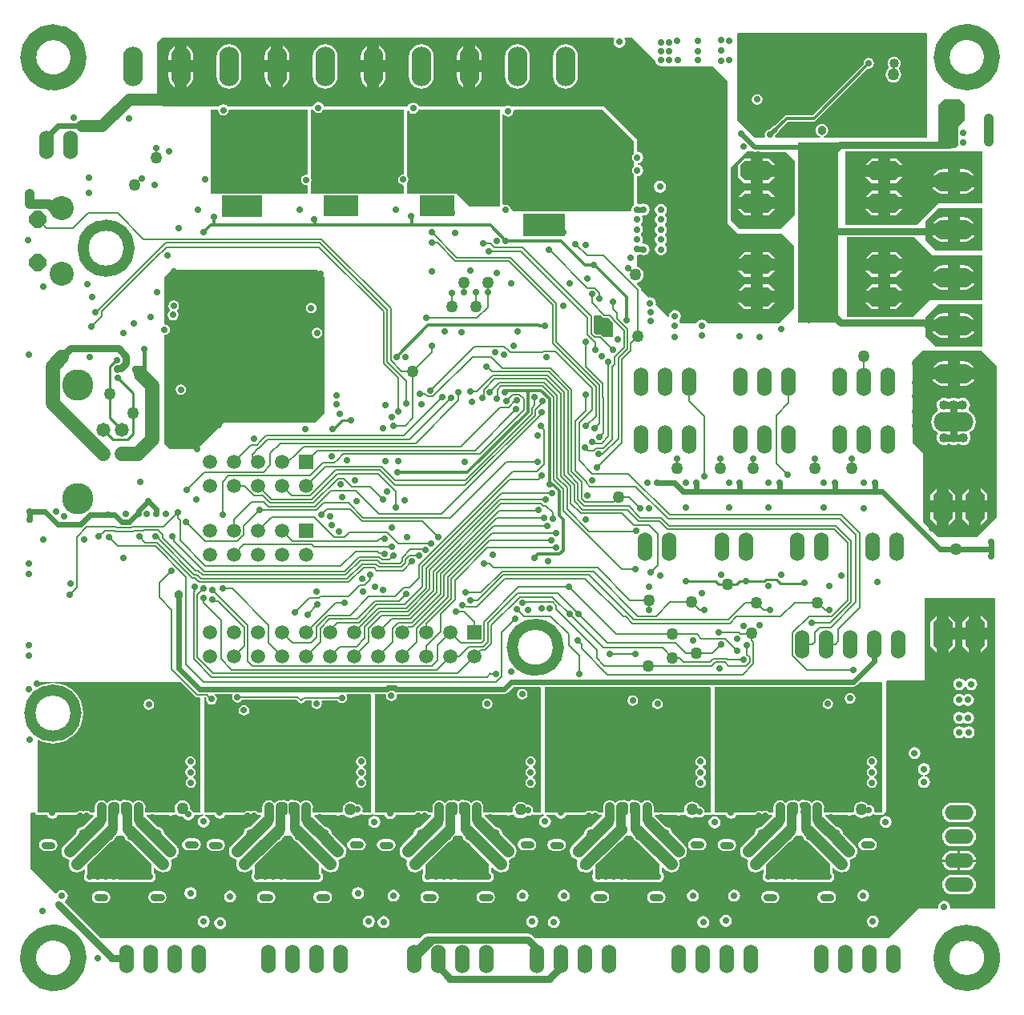
<source format=gbl>
G04 Layer_Physical_Order=4*
G04 Layer_Color=16711680*
%FSLAX24Y24*%
%MOIN*%
G70*
G01*
G75*
%ADD10C,0.0450*%
%ADD11C,0.0650*%
%ADD41C,0.0500*%
%ADD67C,0.0080*%
%ADD68C,0.0200*%
%ADD69C,0.0160*%
%ADD70C,0.0240*%
%ADD71C,0.0100*%
%ADD72C,0.0070*%
%ADD73C,0.0120*%
%ADD74C,0.0290*%
%ADD75C,0.0500*%
%ADD76C,0.0300*%
%ADD78C,0.0250*%
%ADD80C,0.0400*%
%ADD81C,0.0320*%
%ADD84O,0.0600X0.1200*%
%ADD85R,0.0591X0.0591*%
%ADD86C,0.0591*%
G04:AMPARAMS|DCode=87|XSize=133mil|YSize=83mil|CornerRadius=0mil|HoleSize=0mil|Usage=FLASHONLY|Rotation=180.000|XOffset=0mil|YOffset=0mil|HoleType=Round|Shape=Octagon|*
%AMOCTAGOND87*
4,1,8,-0.0665,0.0208,-0.0665,-0.0208,-0.0458,-0.0415,0.0458,-0.0415,0.0665,-0.0208,0.0665,0.0208,0.0458,0.0415,-0.0458,0.0415,-0.0665,0.0208,0.0*
%
%ADD87OCTAGOND87*%

G04:AMPARAMS|DCode=88|XSize=133mil|YSize=83mil|CornerRadius=0mil|HoleSize=0mil|Usage=FLASHONLY|Rotation=270.000|XOffset=0mil|YOffset=0mil|HoleType=Round|Shape=Octagon|*
%AMOCTAGOND88*
4,1,8,-0.0208,-0.0665,0.0208,-0.0665,0.0415,-0.0458,0.0415,0.0458,0.0208,0.0665,-0.0208,0.0665,-0.0415,0.0458,-0.0415,-0.0458,-0.0208,-0.0665,0.0*
%
%ADD88OCTAGOND88*%

%ADD89O,0.0825X0.1650*%
%ADD90C,0.1305*%
%ADD91C,0.0580*%
%ADD92C,0.1000*%
%ADD93P,0.0758X8X292.5*%
%ADD94O,0.1650X0.0825*%
%ADD95O,0.1200X0.0600*%
%ADD96C,0.0290*%
%ADD97C,0.0250*%
%ADD98C,0.0300*%
%ADD99C,0.0380*%
%ADD100C,0.0500*%
%ADD101C,0.0400*%
%ADD102C,0.0340*%
%ADD119C,0.0600*%
G36*
X18180Y32380D02*
X16752D01*
Y33249D01*
X18180D01*
Y32380D01*
D02*
G37*
G36*
X24816Y39810D02*
X24839Y39766D01*
X24819Y39736D01*
X24800Y39640D01*
X24819Y39544D01*
X24873Y39463D01*
X24954Y39409D01*
X25050Y39390D01*
X25146Y39409D01*
X25227Y39463D01*
X25281Y39544D01*
X25300Y39640D01*
X25281Y39736D01*
X25261Y39766D01*
X25284Y39810D01*
X25570D01*
X26538Y38842D01*
X26549Y38784D01*
X26603Y38703D01*
X26684Y38649D01*
X26742Y38638D01*
X26750Y38630D01*
X28281Y38630D01*
X28330Y38620D01*
X28379Y38630D01*
X28930Y38630D01*
X29540Y38020D01*
Y32080D01*
X29970Y31650D01*
X31830D01*
X32330Y31150D01*
Y28540D01*
X31720Y27930D01*
X28708D01*
X28657Y28007D01*
X28576Y28061D01*
X28480Y28080D01*
X28384Y28061D01*
X28303Y28007D01*
X28252Y27930D01*
X27581D01*
X27537Y27997D01*
Y28043D01*
X27591Y28124D01*
X27610Y28220D01*
X27591Y28316D01*
X27537Y28397D01*
X27456Y28451D01*
X27360Y28470D01*
X27264Y28451D01*
X27183Y28397D01*
X27129Y28316D01*
X27110Y28220D01*
X27113Y28208D01*
X27066Y28184D01*
X26561Y28689D01*
X26576Y28766D01*
X26557Y28862D01*
X26503Y28943D01*
X26422Y28997D01*
X26326Y29016D01*
X26250Y29000D01*
X25945Y29305D01*
Y29311D01*
X25945Y29311D01*
X25934Y29364D01*
X25904Y29408D01*
X25904Y29408D01*
X25780Y29533D01*
Y29608D01*
X25790Y29610D01*
X25875Y29645D01*
X25948Y29701D01*
X26005Y29774D01*
X26040Y29859D01*
X26052Y29951D01*
X26040Y30042D01*
X26005Y30127D01*
X25948Y30200D01*
X25875Y30257D01*
X25790Y30292D01*
X25780Y30293D01*
Y30762D01*
X25866Y30779D01*
X25875Y30786D01*
X25940D01*
X25964Y30769D01*
X26060Y30750D01*
X26156Y30769D01*
X26237Y30823D01*
X26291Y30904D01*
X26310Y31000D01*
X26291Y31096D01*
X26237Y31177D01*
X26156Y31231D01*
X26060Y31250D01*
X26002Y31238D01*
X25973Y31279D01*
X25972Y31284D01*
X26001Y31327D01*
X26020Y31423D01*
X26001Y31518D01*
X25947Y31599D01*
X25940Y31610D01*
Y31647D01*
X25947Y31659D01*
X26001Y31739D01*
X26020Y31835D01*
X26001Y31931D01*
X25947Y32011D01*
X25940Y32023D01*
Y32060D01*
X25947Y32071D01*
X26001Y32152D01*
X26020Y32248D01*
X26001Y32343D01*
X25979Y32375D01*
X26009Y32420D01*
X26060Y32410D01*
X26156Y32429D01*
X26237Y32483D01*
X26291Y32564D01*
X26310Y32660D01*
X26291Y32756D01*
X26237Y32837D01*
X26156Y32891D01*
X26060Y32910D01*
X25964Y32891D01*
X25955Y32884D01*
X25875D01*
X25866Y32891D01*
X25780Y32908D01*
Y34032D01*
X25790Y34040D01*
X25886Y34059D01*
X25967Y34113D01*
X26021Y34194D01*
X26040Y34290D01*
X26021Y34386D01*
X25967Y34467D01*
X25886Y34521D01*
X25817Y34535D01*
Y34585D01*
X25886Y34599D01*
X25967Y34653D01*
X26021Y34734D01*
X26040Y34830D01*
X26021Y34926D01*
X25967Y35007D01*
X25886Y35061D01*
X25790Y35080D01*
X25780Y35088D01*
Y35570D01*
X25280Y36070D01*
X24390Y36960D01*
X20547D01*
X20516Y36981D01*
X20420Y37000D01*
X20324Y36981D01*
X20293Y36960D01*
X16702D01*
X16701Y36966D01*
X16647Y37047D01*
X16566Y37101D01*
X16470Y37120D01*
X16374Y37101D01*
X16293Y37047D01*
X16239Y36966D01*
X16238Y36960D01*
X12756D01*
X12751Y36986D01*
X12697Y37067D01*
X12616Y37121D01*
X12520Y37140D01*
X12424Y37121D01*
X12343Y37067D01*
X12289Y36986D01*
X12284Y36960D01*
X8758D01*
X8747Y36977D01*
X8666Y37031D01*
X8570Y37050D01*
X8474Y37031D01*
X8393Y36977D01*
X8382Y36960D01*
X6080D01*
X5820Y37220D01*
Y39600D01*
X6030Y39810D01*
X24120D01*
X24816Y39810D01*
D02*
G37*
G36*
X32703Y6526D02*
X32730Y6459D01*
X32782Y6392D01*
X32849Y6340D01*
X32916Y6313D01*
X33799Y5430D01*
Y4785D01*
X33763Y4750D01*
X31159Y4770D01*
Y5370D01*
X32099Y6311D01*
X32171Y6340D01*
X32238Y6392D01*
X32290Y6459D01*
X32319Y6531D01*
X32389Y6600D01*
X32629D01*
X32703Y6526D01*
D02*
G37*
G36*
X30602Y35077D02*
X30680Y35061D01*
X31959D01*
X32350Y34670D01*
Y32450D01*
X31740Y31840D01*
X30040D01*
X29680Y32200D01*
Y34430D01*
X30340Y35090D01*
X30582D01*
X30602Y35077D01*
D02*
G37*
G36*
X10190Y32360D02*
X8530D01*
Y33240D01*
X10190D01*
Y32360D01*
D02*
G37*
G36*
X14180Y32380D02*
X12740D01*
Y33249D01*
X14180D01*
Y32380D01*
D02*
G37*
G36*
X25621Y6509D02*
X25642Y6459D01*
X25693Y6392D01*
X25760Y6340D01*
X25810Y6320D01*
X26700Y5430D01*
Y4785D01*
X26665Y4750D01*
X24060Y4770D01*
Y5370D01*
X24166Y5476D01*
X25044Y6324D01*
X25083Y6340D01*
X25150Y6392D01*
X25201Y6459D01*
X25213Y6488D01*
X25329Y6600D01*
X25530D01*
X25621Y6509D01*
D02*
G37*
G36*
X40140Y32910D02*
X38300D01*
X37400Y32010D01*
X34460D01*
Y35100D01*
X35376D01*
X35400Y35095D01*
X35424Y35100D01*
X36346D01*
X36370Y35095D01*
X36394Y35100D01*
X37526D01*
X37550Y35095D01*
X37574Y35100D01*
X38822D01*
X38848Y35095D01*
X38875Y35100D01*
X40140D01*
Y32910D01*
D02*
G37*
G36*
X39429Y37021D02*
Y36388D01*
X39154Y36112D01*
Y35344D01*
X39016Y35207D01*
X38297D01*
Y36978D01*
X38556Y37237D01*
X39213D01*
X39429Y37021D01*
D02*
G37*
G36*
X24340Y36820D02*
X25660Y35500D01*
Y35002D01*
X25635Y34985D01*
X25587Y34914D01*
X25571Y34830D01*
X25587Y34746D01*
X25635Y34675D01*
X25660Y34658D01*
Y34462D01*
X25635Y34445D01*
X25587Y34374D01*
X25571Y34290D01*
X25587Y34206D01*
X25635Y34135D01*
X25660Y34118D01*
X25660Y32845D01*
X25615Y32815D01*
X25567Y32744D01*
X25551Y32660D01*
X25555Y32639D01*
X25523Y32600D01*
X20630D01*
X20514Y32716D01*
X20513Y32724D01*
X20465Y32795D01*
X20394Y32843D01*
X20310Y32859D01*
X20240Y32845D01*
X20190Y32874D01*
Y36617D01*
X20240Y36632D01*
X20265Y36595D01*
X20336Y36547D01*
X20420Y36531D01*
X20504Y36547D01*
X20575Y36595D01*
X20623Y36666D01*
X20639Y36750D01*
X20633Y36781D01*
X20665Y36820D01*
X24340Y36820D01*
D02*
G37*
G36*
X18535Y6509D02*
X18556Y6459D01*
X18607Y6392D01*
X18674Y6340D01*
X18724Y6320D01*
X19614Y5430D01*
Y4785D01*
X19579Y4750D01*
X16974Y4770D01*
Y5370D01*
X17911Y6307D01*
X17919Y6308D01*
X17997Y6340D01*
X18064Y6392D01*
X18115Y6459D01*
X18147Y6536D01*
X18148Y6544D01*
X18204Y6600D01*
X18444D01*
X18535Y6509D01*
D02*
G37*
G36*
X11437Y6526D02*
X11465Y6459D01*
X11516Y6392D01*
X11583Y6340D01*
X11650Y6313D01*
X12533Y5430D01*
Y4785D01*
X12497Y4750D01*
X9893Y4770D01*
Y5370D01*
X10833Y6311D01*
X10906Y6340D01*
X10972Y6392D01*
X11024Y6459D01*
X11054Y6531D01*
X11123Y6600D01*
X11363D01*
X11437Y6526D01*
D02*
G37*
G36*
X4468D02*
X4496Y6459D01*
X4547Y6392D01*
X4614Y6340D01*
X4682Y6313D01*
X5564Y5430D01*
Y4785D01*
X5529Y4750D01*
X2924Y4770D01*
Y5370D01*
X3865Y6311D01*
X3937Y6340D01*
X4004Y6392D01*
X4055Y6459D01*
X4085Y6531D01*
X4154Y6600D01*
X4394D01*
X4468Y6526D01*
D02*
G37*
G36*
X22795Y31564D02*
X21035D01*
Y32474D01*
X22795D01*
Y31564D01*
D02*
G37*
G36*
X40140Y28710D02*
X40140Y26975D01*
X40105Y26940D01*
X38210Y26940D01*
X37780Y27370D01*
Y28190D01*
X38300Y28710D01*
X40140Y28710D01*
D02*
G37*
G36*
X14720Y12461D02*
X14720Y7595D01*
X14685Y7560D01*
X14384D01*
X14355Y7610D01*
X14369Y7680D01*
X14353Y7764D01*
X14305Y7835D01*
X14234Y7883D01*
X14150Y7899D01*
X14102Y7890D01*
X14088Y7908D01*
X14021Y7960D01*
X13944Y7992D01*
X13860Y8003D01*
X13776Y7992D01*
X13699Y7960D01*
X13632Y7908D01*
X13580Y7841D01*
X13548Y7764D01*
X13537Y7680D01*
X13546Y7610D01*
X13516Y7560D01*
X12636Y7560D01*
X12590Y7569D01*
X12544Y7560D01*
X12292D01*
Y7755D01*
X12299Y7790D01*
X12283Y7874D01*
X12258Y7910D01*
X12256Y7916D01*
X12244Y7932D01*
X12235Y7945D01*
X12232Y7947D01*
X12213Y7973D01*
X12156Y8016D01*
X12090Y8043D01*
X12020Y8052D01*
X11950Y8043D01*
X11884Y8016D01*
X11827Y7973D01*
X11822Y7965D01*
X11759D01*
X11743Y7987D01*
X11686Y8030D01*
X11620Y8057D01*
X11550Y8067D01*
X11510Y8061D01*
X11508Y8063D01*
X11476Y8069D01*
X11444Y8078D01*
X11434Y8077D01*
X11424Y8079D01*
X11392Y8073D01*
X11359Y8069D01*
X11350Y8064D01*
X11340Y8063D01*
X11313Y8044D01*
X11284Y8028D01*
X11277Y8020D01*
X11276Y8020D01*
X11253Y8015D01*
X11235D01*
X11212Y8020D01*
X11148Y8063D01*
X11064Y8079D01*
X10980Y8063D01*
X10978Y8061D01*
X10936Y8067D01*
X10866Y8057D01*
X10800Y8030D01*
X10743Y7987D01*
X10727Y7965D01*
X10664D01*
X10659Y7973D01*
X10602Y8016D01*
X10537Y8043D01*
X10466Y8052D01*
X10396Y8043D01*
X10330Y8016D01*
X10273Y7973D01*
X10230Y7916D01*
X10203Y7850D01*
X10194Y7780D01*
Y7595D01*
X10158Y7560D01*
X10018D01*
X10015Y7565D01*
X9944Y7613D01*
X9860Y7629D01*
X9776Y7613D01*
X9725Y7578D01*
X9674Y7613D01*
X9590Y7629D01*
X9506Y7613D01*
X9435Y7565D01*
X9432Y7560D01*
X7770D01*
X7770Y12348D01*
X7834D01*
X7868Y12308D01*
X7861Y12270D01*
X7877Y12186D01*
X7925Y12115D01*
X7996Y12067D01*
X8080Y12051D01*
X8164Y12067D01*
X8235Y12115D01*
X8283Y12186D01*
X8299Y12270D01*
X8283Y12354D01*
X8235Y12425D01*
X8203Y12446D01*
X8218Y12496D01*
X8938D01*
X8962Y12452D01*
X8951Y12437D01*
X8935Y12353D01*
X8951Y12269D01*
X8999Y12198D01*
X9070Y12150D01*
X9154Y12134D01*
X9238Y12150D01*
X9309Y12198D01*
X9338Y12241D01*
X11614D01*
X11724Y12131D01*
X11761Y12106D01*
X11804Y12098D01*
X11847Y12106D01*
X11883Y12131D01*
X11975Y12223D01*
X12238D01*
X12262Y12179D01*
X12252Y12164D01*
X12235Y12080D01*
X12252Y11996D01*
X12299Y11925D01*
X12370Y11877D01*
X12454Y11861D01*
X12538Y11877D01*
X12609Y11925D01*
X12657Y11996D01*
X12673Y12080D01*
X12657Y12164D01*
X12647Y12179D01*
X12670Y12223D01*
X13316D01*
X13345Y12180D01*
X13416Y12132D01*
X13500Y12116D01*
X13584Y12132D01*
X13655Y12180D01*
X13703Y12251D01*
X13719Y12335D01*
X13703Y12419D01*
X13684Y12446D01*
X13711Y12496D01*
X14685D01*
X14720Y12461D01*
D02*
G37*
G36*
X24350Y28176D02*
X24385Y28153D01*
X24426Y28145D01*
X24588D01*
X24663Y28070D01*
X24668Y28043D01*
X24692Y28008D01*
X24764Y27936D01*
Y27362D01*
X24384D01*
X24312Y27434D01*
X24277Y27457D01*
X24236Y27466D01*
X24053D01*
X23981Y27538D01*
Y28212D01*
X23981Y28212D01*
X23981Y28213D01*
X24013Y28252D01*
X24274D01*
X24350Y28176D01*
D02*
G37*
G36*
X40110Y26770D02*
X40740Y26140D01*
X40740Y19820D01*
X39930Y19010D01*
X38310D01*
X37690Y19630D01*
X37690Y22520D01*
X37250Y22960D01*
X37250Y26360D01*
X37660Y26770D01*
X37910Y26770D01*
X40110Y26770D01*
D02*
G37*
G36*
X12790Y29840D02*
Y24190D01*
X12400Y23800D01*
X8590D01*
X7470Y22680D01*
X6340D01*
X6110Y22910D01*
Y27424D01*
X6130Y27441D01*
X6214Y27457D01*
X6285Y27505D01*
X6333Y27576D01*
X6349Y27660D01*
X6333Y27744D01*
X6285Y27815D01*
X6214Y27863D01*
X6130Y27879D01*
X6110Y27896D01*
Y29850D01*
X6410Y30150D01*
X12480Y30150D01*
X12790Y29840D01*
D02*
G37*
G36*
X21780Y12756D02*
X21780Y7595D01*
X21745Y7560D01*
X21487D01*
X21449Y7610D01*
X21459Y7660D01*
X21443Y7744D01*
X21395Y7815D01*
X21324Y7863D01*
X21240Y7879D01*
X21190Y7869D01*
X21168Y7898D01*
X21101Y7950D01*
X21024Y7982D01*
X20940Y7993D01*
X20856Y7982D01*
X20779Y7950D01*
X20712Y7898D01*
X20660Y7831D01*
X20628Y7754D01*
X20617Y7670D01*
X20625Y7610D01*
X20590Y7560D01*
X19728Y7560D01*
X19681Y7569D01*
X19635Y7560D01*
X19384D01*
Y7755D01*
X19390Y7790D01*
X19374Y7874D01*
X19350Y7910D01*
X19347Y7916D01*
X19335Y7932D01*
X19326Y7945D01*
X19324Y7947D01*
X19304Y7973D01*
X19247Y8016D01*
X19182Y8043D01*
X19111Y8052D01*
X19041Y8043D01*
X18975Y8016D01*
X18919Y7973D01*
X18913Y7965D01*
X18850D01*
X18834Y7987D01*
X18777Y8030D01*
X18712Y8057D01*
X18641Y8067D01*
X18601Y8061D01*
X18599Y8063D01*
X18567Y8069D01*
X18535Y8078D01*
X18525Y8077D01*
X18515Y8079D01*
X18483Y8073D01*
X18450Y8069D01*
X18441Y8064D01*
X18432Y8063D01*
X18404Y8044D01*
X18375Y8028D01*
X18369Y8020D01*
X18367Y8020D01*
X18345Y8015D01*
X18326D01*
X18303Y8020D01*
X18239Y8063D01*
X18155Y8079D01*
X18072Y8063D01*
X18069Y8061D01*
X18027Y8067D01*
X17957Y8057D01*
X17891Y8030D01*
X17835Y7987D01*
X17818Y7965D01*
X17755D01*
X17750Y7973D01*
X17693Y8016D01*
X17628Y8043D01*
X17557Y8052D01*
X17487Y8043D01*
X17421Y8016D01*
X17365Y7973D01*
X17321Y7916D01*
X17294Y7850D01*
X17285Y7780D01*
Y7595D01*
X17250Y7560D01*
X17110D01*
X17106Y7565D01*
X17035Y7613D01*
X16951Y7629D01*
X16867Y7613D01*
X16816Y7578D01*
X16765Y7613D01*
X16681Y7629D01*
X16597Y7613D01*
X16526Y7565D01*
X16523Y7560D01*
X14880D01*
X14880Y12496D01*
X15308D01*
X15349Y12446D01*
X15342Y12411D01*
X15359Y12328D01*
X15406Y12256D01*
X15477Y12209D01*
X15561Y12192D01*
X15645Y12209D01*
X15716Y12256D01*
X15764Y12328D01*
X15780Y12411D01*
X15773Y12446D01*
X15814Y12496D01*
X20260D01*
X20334Y12511D01*
X20397Y12553D01*
X20635Y12791D01*
X21745D01*
X21780Y12756D01*
D02*
G37*
G36*
X34140Y28580D02*
Y27950D01*
X32480D01*
Y35450D01*
X34140D01*
Y28580D01*
D02*
G37*
G36*
X28860Y12756D02*
X28860Y7595D01*
X28825Y7560D01*
X28614D01*
X28589Y7590D01*
X28573Y7674D01*
X28525Y7745D01*
X28454Y7793D01*
X28370Y7809D01*
X28363Y7808D01*
X28350Y7841D01*
X28298Y7908D01*
X28231Y7960D01*
X28154Y7992D01*
X28070Y8003D01*
X27986Y7992D01*
X27909Y7960D01*
X27842Y7908D01*
X27790Y7841D01*
X27758Y7764D01*
X27747Y7680D01*
X27756Y7610D01*
X27726Y7560D01*
X26813Y7560D01*
X26767Y7569D01*
X26721Y7560D01*
X26470D01*
Y7755D01*
X26476Y7790D01*
X26460Y7874D01*
X26436Y7910D01*
X26433Y7916D01*
X26421Y7932D01*
X26412Y7945D01*
X26410Y7947D01*
X26390Y7973D01*
X26333Y8016D01*
X26268Y8043D01*
X26197Y8052D01*
X26127Y8043D01*
X26061Y8016D01*
X26005Y7973D01*
X25999Y7965D01*
X25936D01*
X25920Y7987D01*
X25863Y8030D01*
X25798Y8057D01*
X25727Y8067D01*
X25687Y8061D01*
X25685Y8063D01*
X25653Y8069D01*
X25621Y8078D01*
X25611Y8077D01*
X25601Y8079D01*
X25569Y8073D01*
X25536Y8069D01*
X25527Y8064D01*
X25518Y8063D01*
X25490Y8044D01*
X25461Y8028D01*
X25455Y8020D01*
X25446Y8015D01*
X25412D01*
X25389Y8020D01*
X25325Y8063D01*
X25241Y8079D01*
X25158Y8063D01*
X25155Y8061D01*
X25113Y8067D01*
X25043Y8057D01*
X24977Y8030D01*
X24921Y7987D01*
X24904Y7965D01*
X24841D01*
X24836Y7973D01*
X24779Y8016D01*
X24714Y8043D01*
X24643Y8052D01*
X24573Y8043D01*
X24507Y8016D01*
X24451Y7973D01*
X24407Y7916D01*
X24380Y7850D01*
X24371Y7780D01*
Y7595D01*
X24336Y7560D01*
X24196D01*
X24192Y7565D01*
X24121Y7613D01*
X24037Y7629D01*
X23953Y7613D01*
X23902Y7578D01*
X23851Y7613D01*
X23767Y7629D01*
X23683Y7613D01*
X23612Y7565D01*
X23609Y7560D01*
X21940D01*
X21940Y12791D01*
X28825D01*
X28860Y12756D01*
D02*
G37*
G36*
X40679Y16465D02*
X40679Y3585D01*
X40644Y3550D01*
X39300Y3550D01*
X38835D01*
X38804Y3589D01*
X38810Y3620D01*
X38791Y3716D01*
X38737Y3797D01*
X38656Y3851D01*
X38560Y3870D01*
X38464Y3851D01*
X38383Y3797D01*
X38329Y3716D01*
X38310Y3620D01*
X38316Y3589D01*
X38285Y3550D01*
X37500D01*
X36260Y2310D01*
X21543Y2310D01*
X21412Y2442D01*
X21331Y2496D01*
X21235Y2515D01*
X17055D01*
X16959Y2496D01*
X16878Y2442D01*
X16747Y2310D01*
X5860Y2310D01*
X3467Y2310D01*
X1974Y3803D01*
X1980Y3867D01*
X2027Y3898D01*
X2081Y3979D01*
X2100Y4075D01*
X2081Y4170D01*
X2027Y4251D01*
X1946Y4306D01*
X1850Y4325D01*
X1755Y4306D01*
X1674Y4251D01*
X1636Y4195D01*
X1575Y4185D01*
X560Y5200D01*
Y7525D01*
X595Y7560D01*
X754D01*
X761Y7521D01*
X784Y7488D01*
X817Y7466D01*
X856Y7458D01*
X1228D01*
X1231Y7444D01*
X1285Y7363D01*
X1366Y7309D01*
X1461Y7290D01*
X1557Y7309D01*
X1638Y7363D01*
X1692Y7444D01*
X1695Y7458D01*
X2463D01*
X2473Y7460D01*
X2483D01*
X2492Y7464D01*
X2502Y7466D01*
X2510Y7471D01*
X2520Y7475D01*
X2527Y7482D01*
X2535Y7488D01*
X2536Y7489D01*
X2577Y7516D01*
X2621Y7525D01*
X2666Y7516D01*
X2700Y7494D01*
X2700Y7494D01*
X2737Y7478D01*
X2776D01*
X2813Y7494D01*
X2813Y7494D01*
X2847Y7516D01*
X2891Y7525D01*
X2936Y7516D01*
X2977Y7489D01*
X2978Y7488D01*
X2986Y7482D01*
X2993Y7475D01*
X3002Y7471D01*
X3011Y7466D01*
X3021Y7464D01*
X3030Y7460D01*
X3040Y7460D01*
X3050Y7458D01*
X3154D01*
X3171Y7408D01*
X3142Y7386D01*
X2836Y7080D01*
X2803Y7055D01*
X2713Y6965D01*
X2684Y6961D01*
X2599Y6926D01*
X2526Y6870D01*
X2470Y6797D01*
X2435Y6711D01*
X2431Y6683D01*
X1943Y6195D01*
X1887Y6122D01*
X1851Y6036D01*
X1839Y5945D01*
X1851Y5854D01*
X1887Y5768D01*
X1917Y5729D01*
X1941Y5693D01*
X1977Y5669D01*
X2016Y5639D01*
X2101Y5604D01*
X2133Y5600D01*
X2165Y5545D01*
X2146Y5501D01*
X2134Y5410D01*
X2146Y5319D01*
X2172Y5256D01*
X2177Y5234D01*
X2231Y5153D01*
X2312Y5099D01*
X2334Y5095D01*
X2396Y5069D01*
X2487Y5057D01*
X2579Y5069D01*
X2664Y5104D01*
X2737Y5160D01*
X2776Y5199D01*
X2822Y5180D01*
Y5033D01*
X2791Y4986D01*
X2772Y4890D01*
X2791Y4794D01*
X2829Y4738D01*
X2830Y4732D01*
X2830Y4731D01*
X2830Y4731D01*
X2841Y4715D01*
X2852Y4698D01*
X2852Y4698D01*
X2852Y4698D01*
X2868Y4687D01*
X2885Y4676D01*
X2885Y4676D01*
X2885Y4676D01*
X2904Y4672D01*
X2908Y4671D01*
X2926Y4659D01*
X3021Y4640D01*
X3117Y4659D01*
X3128Y4666D01*
X3243Y4666D01*
X3252Y4659D01*
X3348Y4640D01*
X3444Y4659D01*
X3451Y4664D01*
X3573Y4663D01*
X3579Y4659D01*
X3675Y4640D01*
X3770Y4659D01*
X3774Y4662D01*
X3904Y4661D01*
X3906Y4659D01*
X4001Y4640D01*
X4097Y4659D01*
X4418Y4657D01*
X4501Y4640D01*
X4578Y4656D01*
X4768Y4654D01*
X4838Y4640D01*
X4903Y4653D01*
X5118Y4651D01*
X5175Y4640D01*
X5227Y4651D01*
X5468Y4649D01*
X5511Y4640D01*
X5607Y4659D01*
X5688Y4713D01*
X5742Y4794D01*
X5761Y4890D01*
X5742Y4986D01*
X5688Y5067D01*
X5666Y5081D01*
Y5241D01*
X5712Y5260D01*
X5812Y5160D01*
X5885Y5104D01*
X5970Y5069D01*
X6061Y5057D01*
X6153Y5069D01*
X6215Y5095D01*
X6237Y5099D01*
X6318Y5153D01*
X6372Y5234D01*
X6377Y5256D01*
X6402Y5319D01*
X6414Y5410D01*
X6402Y5501D01*
X6384Y5545D01*
X6416Y5600D01*
X6448Y5604D01*
X6533Y5639D01*
X6572Y5669D01*
X6608Y5693D01*
X6632Y5729D01*
X6662Y5768D01*
X6697Y5854D01*
X6709Y5945D01*
X6697Y6036D01*
X6662Y6122D01*
X6606Y6195D01*
X6121Y6680D01*
X6117Y6711D01*
X6081Y6797D01*
X6025Y6870D01*
X5952Y6926D01*
X5867Y6961D01*
X5836Y6965D01*
X5746Y7055D01*
X5713Y7080D01*
X5407Y7386D01*
X5378Y7408D01*
X5395Y7458D01*
X5575D01*
X5585Y7460D01*
X5595D01*
X5621Y7465D01*
X5648Y7460D01*
X5658D01*
X5668Y7458D01*
X6263Y7458D01*
X6276Y7449D01*
X6371Y7430D01*
X6467Y7449D01*
X6480Y7458D01*
X6540D01*
X6550Y7460D01*
X6560D01*
X6569Y7464D01*
X6579Y7466D01*
X6587Y7471D01*
X6597Y7475D01*
X6620Y7480D01*
X6650Y7458D01*
X6693Y7424D01*
X6779Y7389D01*
X6870Y7377D01*
X6892Y7380D01*
X6943Y7303D01*
X7024Y7249D01*
X7120Y7230D01*
X7216Y7249D01*
X7297Y7303D01*
X7351Y7384D01*
X7365Y7458D01*
X7595D01*
X7634Y7466D01*
X7667Y7488D01*
X7670Y7491D01*
X7698Y7488D01*
X7730Y7467D01*
X7731Y7460D01*
X7728Y7415D01*
X7654Y7401D01*
X7573Y7347D01*
X7519Y7266D01*
X7500Y7170D01*
X7519Y7074D01*
X7573Y6993D01*
X7654Y6939D01*
X7750Y6920D01*
X7846Y6939D01*
X7927Y6993D01*
X7981Y7074D01*
X8000Y7170D01*
X7981Y7266D01*
X7927Y7347D01*
X7846Y7401D01*
X7809Y7408D01*
X7814Y7458D01*
X8196D01*
X8199Y7444D01*
X8253Y7363D01*
X8334Y7309D01*
X8430Y7290D01*
X8526Y7309D01*
X8607Y7363D01*
X8661Y7444D01*
X8663Y7458D01*
X9432D01*
X9441Y7460D01*
X9452Y7460D01*
X9461Y7464D01*
X9471Y7466D01*
X9479Y7471D01*
X9488Y7475D01*
X9495Y7482D01*
X9504Y7488D01*
X9504Y7489D01*
X9546Y7516D01*
X9590Y7525D01*
X9634Y7516D01*
X9668Y7494D01*
X9668Y7494D01*
X9705Y7478D01*
X9745D01*
X9782Y7494D01*
X9782Y7494D01*
X9816Y7516D01*
X9860Y7525D01*
X9904Y7516D01*
X9946Y7489D01*
X9946Y7488D01*
X9955Y7482D01*
X9962Y7475D01*
X9971Y7471D01*
X9979Y7466D01*
X9989Y7464D01*
X9998Y7460D01*
X10008Y7460D01*
X10018Y7458D01*
X10122D01*
X10139Y7408D01*
X10110Y7386D01*
X9804Y7080D01*
X9771Y7055D01*
X9682Y6965D01*
X9653Y6961D01*
X9568Y6926D01*
X9495Y6870D01*
X9439Y6797D01*
X9403Y6711D01*
X9399Y6683D01*
X8911Y6195D01*
X8855Y6122D01*
X8820Y6036D01*
X8808Y5945D01*
X8820Y5854D01*
X8855Y5768D01*
X8885Y5729D01*
X8909Y5693D01*
X8945Y5669D01*
X8985Y5639D01*
X9070Y5604D01*
X9102Y5600D01*
X9133Y5545D01*
X9115Y5501D01*
X9103Y5410D01*
X9115Y5319D01*
X9141Y5256D01*
X9145Y5234D01*
X9199Y5153D01*
X9280Y5099D01*
X9302Y5095D01*
X9365Y5069D01*
X9456Y5057D01*
X9547Y5069D01*
X9633Y5104D01*
X9706Y5160D01*
X9745Y5199D01*
X9791Y5180D01*
Y5033D01*
X9759Y4986D01*
X9740Y4890D01*
X9759Y4794D01*
X9797Y4738D01*
X9798Y4732D01*
X9799Y4731D01*
X9799Y4731D01*
X9809Y4715D01*
X9820Y4698D01*
X9821Y4698D01*
X9821Y4698D01*
X9837Y4687D01*
X9853Y4676D01*
X9853Y4676D01*
X9854Y4676D01*
X9873Y4672D01*
X9876Y4671D01*
X9894Y4659D01*
X9990Y4640D01*
X10086Y4659D01*
X10096Y4666D01*
X10211Y4666D01*
X10221Y4659D01*
X10317Y4640D01*
X10412Y4659D01*
X10419Y4664D01*
X10542Y4663D01*
X10548Y4659D01*
X10643Y4640D01*
X10739Y4659D01*
X10742Y4662D01*
X10872Y4661D01*
X10874Y4659D01*
X10970Y4640D01*
X11065Y4659D01*
X11387Y4657D01*
X11470Y4640D01*
X11547Y4656D01*
X11737Y4654D01*
X11807Y4640D01*
X11871Y4653D01*
X12087Y4651D01*
X12143Y4640D01*
X12196Y4651D01*
X12437Y4649D01*
X12480Y4640D01*
X12576Y4659D01*
X12657Y4713D01*
X12711Y4794D01*
X12730Y4890D01*
X12711Y4986D01*
X12657Y5067D01*
X12635Y5081D01*
Y5241D01*
X12681Y5260D01*
X12780Y5160D01*
X12853Y5104D01*
X12939Y5069D01*
X13030Y5057D01*
X13121Y5069D01*
X13184Y5095D01*
X13206Y5099D01*
X13287Y5153D01*
X13341Y5234D01*
X13345Y5256D01*
X13371Y5319D01*
X13383Y5410D01*
X13371Y5501D01*
X13353Y5545D01*
X13384Y5600D01*
X13416Y5604D01*
X13502Y5639D01*
X13541Y5669D01*
X13577Y5693D01*
X13601Y5729D01*
X13631Y5768D01*
X13666Y5854D01*
X13678Y5945D01*
X13666Y6036D01*
X13631Y6122D01*
X13575Y6195D01*
X13089Y6680D01*
X13085Y6711D01*
X13050Y6797D01*
X12994Y6870D01*
X12921Y6926D01*
X12836Y6961D01*
X12804Y6965D01*
X12715Y7055D01*
X12682Y7080D01*
X12376Y7386D01*
X12347Y7408D01*
X12364Y7458D01*
X12544D01*
X12554Y7460D01*
X12564D01*
X12590Y7465D01*
X12616Y7460D01*
X12626D01*
X12636Y7458D01*
X13231Y7458D01*
X13244Y7449D01*
X13340Y7430D01*
X13436Y7449D01*
X13449Y7458D01*
X13516D01*
X13528Y7460D01*
X13540Y7461D01*
X13547Y7464D01*
X13555Y7466D01*
X13565Y7473D01*
X13575Y7477D01*
X13610Y7430D01*
X13683Y7374D01*
X13769Y7339D01*
X13860Y7327D01*
X13951Y7339D01*
X14037Y7374D01*
X14110Y7430D01*
X14115Y7437D01*
X14150Y7430D01*
X14246Y7449D01*
X14305Y7489D01*
X14312Y7488D01*
X14317Y7484D01*
X14322Y7479D01*
X14334Y7473D01*
X14345Y7466D01*
X14351Y7465D01*
X14357Y7462D01*
X14371Y7461D01*
X14384Y7458D01*
X14685D01*
X14724Y7466D01*
X14751Y7484D01*
X14779Y7491D01*
X14808Y7488D01*
X14841Y7466D01*
X14880Y7458D01*
X15284D01*
X15290Y7424D01*
X15345Y7343D01*
X15426Y7289D01*
X15521Y7270D01*
X15617Y7289D01*
X15698Y7343D01*
X15752Y7424D01*
X15759Y7458D01*
X16523D01*
X16533Y7460D01*
X16543Y7460D01*
X16552Y7464D01*
X16562Y7466D01*
X16570Y7471D01*
X16579Y7475D01*
X16587Y7482D01*
X16595Y7488D01*
X16595Y7489D01*
X16637Y7516D01*
X16681Y7525D01*
X16725Y7516D01*
X16760Y7494D01*
X16760Y7494D01*
X16796Y7478D01*
X16836D01*
X16873Y7494D01*
X16873Y7494D01*
X16907Y7516D01*
X16951Y7525D01*
X16995Y7516D01*
X17037Y7489D01*
X17037Y7488D01*
X17046Y7482D01*
X17053Y7475D01*
X17062Y7471D01*
X17071Y7466D01*
X17080Y7464D01*
X17090Y7460D01*
X17100Y7460D01*
X17110Y7458D01*
X17213D01*
X17230Y7408D01*
X17201Y7386D01*
X16895Y7080D01*
X16863Y7055D01*
X16773Y6965D01*
X16744Y6961D01*
X16659Y6926D01*
X16586Y6870D01*
X16530Y6797D01*
X16494Y6711D01*
X16491Y6683D01*
X16003Y6195D01*
X15946Y6122D01*
X15911Y6036D01*
X15899Y5945D01*
X15911Y5854D01*
X15946Y5768D01*
X15977Y5729D01*
X16001Y5693D01*
X16036Y5669D01*
X16076Y5639D01*
X16161Y5604D01*
X16193Y5600D01*
X16224Y5545D01*
X16206Y5501D01*
X16194Y5410D01*
X16206Y5319D01*
X16232Y5256D01*
X16236Y5234D01*
X16291Y5153D01*
X16372Y5099D01*
X16393Y5095D01*
X16456Y5069D01*
X16547Y5057D01*
X16639Y5069D01*
X16724Y5104D01*
X16797Y5160D01*
X16826Y5189D01*
X16872Y5170D01*
Y5018D01*
X16850Y4986D01*
X16831Y4890D01*
X16850Y4794D01*
X16874Y4759D01*
X16876Y4751D01*
X16880Y4732D01*
X16880Y4731D01*
X16880Y4731D01*
X16891Y4715D01*
X16901Y4698D01*
X16902Y4698D01*
X16902Y4698D01*
X16918Y4687D01*
X16934Y4676D01*
X16935Y4676D01*
X16935Y4676D01*
X16954Y4672D01*
X16972Y4668D01*
X16986Y4659D01*
X17081Y4640D01*
X17177Y4659D01*
X17188Y4666D01*
X17303Y4666D01*
X17312Y4659D01*
X17408Y4640D01*
X17503Y4659D01*
X17511Y4664D01*
X17633Y4663D01*
X17639Y4659D01*
X17735Y4640D01*
X17830Y4659D01*
X17834Y4662D01*
X17964Y4661D01*
X17966Y4659D01*
X18061Y4640D01*
X18156Y4659D01*
X18479Y4657D01*
X18561Y4640D01*
X18638Y4655D01*
X18829Y4654D01*
X18898Y4640D01*
X18962Y4653D01*
X19179Y4651D01*
X19235Y4640D01*
X19286Y4651D01*
X19529Y4649D01*
X19571Y4640D01*
X19667Y4659D01*
X19748Y4713D01*
X19802Y4794D01*
X19821Y4890D01*
X19802Y4986D01*
X19748Y5067D01*
X19716Y5088D01*
Y5251D01*
X19762Y5270D01*
X19872Y5160D01*
X19945Y5104D01*
X20030Y5069D01*
X20121Y5057D01*
X20213Y5069D01*
X20275Y5095D01*
X20297Y5099D01*
X20378Y5153D01*
X20432Y5234D01*
X20436Y5256D01*
X20462Y5319D01*
X20474Y5410D01*
X20462Y5501D01*
X20444Y5545D01*
X20476Y5600D01*
X20508Y5604D01*
X20593Y5639D01*
X20632Y5669D01*
X20668Y5693D01*
X20692Y5729D01*
X20722Y5768D01*
X20757Y5854D01*
X20769Y5945D01*
X20757Y6036D01*
X20722Y6122D01*
X20666Y6195D01*
X20181Y6680D01*
X20176Y6711D01*
X20141Y6797D01*
X20085Y6870D01*
X20012Y6926D01*
X19927Y6961D01*
X19895Y6965D01*
X19806Y7055D01*
X19773Y7080D01*
X19467Y7386D01*
X19438Y7408D01*
X19455Y7458D01*
X19635D01*
X19645Y7460D01*
X19655D01*
X19681Y7465D01*
X19708Y7460D01*
X19718D01*
X19728Y7458D01*
X20322Y7458D01*
X20336Y7449D01*
X20431Y7430D01*
X20527Y7449D01*
X20540Y7458D01*
X20590D01*
X20599Y7460D01*
X20608Y7460D01*
X20618Y7464D01*
X20629Y7466D01*
X20637Y7471D01*
X20645Y7474D01*
X20649Y7474D01*
X20690Y7420D01*
X20763Y7364D01*
X20849Y7329D01*
X20940Y7317D01*
X21031Y7329D01*
X21117Y7364D01*
X21189Y7420D01*
X21240Y7410D01*
X21336Y7429D01*
X21417Y7483D01*
X21436Y7472D01*
X21443Y7470D01*
X21448Y7466D01*
X21461Y7463D01*
X21474Y7459D01*
X21481Y7459D01*
X21487Y7458D01*
X21745D01*
X21784Y7466D01*
X21817Y7488D01*
X21821Y7492D01*
X21868Y7488D01*
X21901Y7466D01*
X21913Y7463D01*
Y7412D01*
X21854Y7401D01*
X21773Y7347D01*
X21719Y7266D01*
X21700Y7170D01*
X21719Y7074D01*
X21773Y6993D01*
X21854Y6939D01*
X21950Y6920D01*
X22046Y6939D01*
X22127Y6993D01*
X22181Y7074D01*
X22200Y7170D01*
X22181Y7266D01*
X22127Y7347D01*
X22046Y7401D01*
X22009Y7408D01*
X22014Y7458D01*
X22374D01*
X22376Y7444D01*
X22431Y7363D01*
X22512Y7309D01*
X22607Y7290D01*
X22703Y7309D01*
X22784Y7363D01*
X22838Y7444D01*
X22841Y7458D01*
X23609D01*
X23619Y7460D01*
X23629Y7460D01*
X23638Y7464D01*
X23648Y7466D01*
X23656Y7471D01*
X23665Y7475D01*
X23673Y7482D01*
X23681Y7488D01*
X23681Y7489D01*
X23723Y7516D01*
X23767Y7525D01*
X23811Y7516D01*
X23846Y7494D01*
X23846Y7494D01*
X23882Y7478D01*
X23922D01*
X23959Y7494D01*
X23959Y7494D01*
X23993Y7516D01*
X24037Y7525D01*
X24081Y7516D01*
X24123Y7489D01*
X24123Y7488D01*
X24132Y7482D01*
X24139Y7475D01*
X24148Y7471D01*
X24157Y7466D01*
X24166Y7464D01*
X24176Y7460D01*
X24186Y7460D01*
X24196Y7458D01*
X24299D01*
X24316Y7408D01*
X24287Y7386D01*
X23981Y7080D01*
X23949Y7055D01*
X23859Y6965D01*
X23830Y6961D01*
X23745Y6926D01*
X23672Y6870D01*
X23616Y6797D01*
X23580Y6711D01*
X23577Y6683D01*
X23089Y6195D01*
X23032Y6122D01*
X22997Y6036D01*
X22985Y5945D01*
X22997Y5854D01*
X23032Y5768D01*
X23063Y5729D01*
X23087Y5693D01*
X23122Y5669D01*
X23162Y5639D01*
X23247Y5604D01*
X23280Y5600D01*
X23310Y5545D01*
X23294Y5507D01*
X23280Y5416D01*
X23291Y5325D01*
X23319Y5254D01*
X23322Y5234D01*
X23377Y5153D01*
X23458Y5099D01*
X23481Y5095D01*
X23536Y5071D01*
X23627Y5057D01*
X23719Y5067D01*
X23804Y5101D01*
X23879Y5156D01*
X23912Y5189D01*
X23958Y5169D01*
Y5018D01*
X23936Y4986D01*
X23917Y4890D01*
X23936Y4794D01*
X23960Y4759D01*
X23962Y4751D01*
X23966Y4732D01*
X23966Y4731D01*
X23966Y4731D01*
X23977Y4715D01*
X23987Y4698D01*
X23988Y4698D01*
X23988Y4698D01*
X24004Y4687D01*
X24020Y4676D01*
X24021Y4676D01*
X24021Y4676D01*
X24040Y4672D01*
X24058Y4668D01*
X24072Y4659D01*
X24167Y4640D01*
X24263Y4659D01*
X24274Y4666D01*
X24389Y4666D01*
X24398Y4659D01*
X24494Y4640D01*
X24589Y4659D01*
X24597Y4664D01*
X24719Y4663D01*
X24725Y4659D01*
X24821Y4640D01*
X24916Y4659D01*
X24920Y4662D01*
X25050Y4661D01*
X25052Y4659D01*
X25147Y4640D01*
X25242Y4659D01*
X25565Y4657D01*
X25647Y4640D01*
X25724Y4655D01*
X25915Y4654D01*
X25984Y4640D01*
X26048Y4653D01*
X26265Y4651D01*
X26321Y4640D01*
X26372Y4651D01*
X26615Y4649D01*
X26657Y4640D01*
X26753Y4659D01*
X26834Y4713D01*
X26888Y4794D01*
X26907Y4890D01*
X26888Y4986D01*
X26834Y5067D01*
X26802Y5088D01*
Y5251D01*
X26848Y5270D01*
X26958Y5160D01*
X27031Y5104D01*
X27116Y5069D01*
X27207Y5057D01*
X27299Y5069D01*
X27361Y5095D01*
X27383Y5099D01*
X27464Y5153D01*
X27518Y5234D01*
X27522Y5256D01*
X27548Y5319D01*
X27560Y5410D01*
X27548Y5501D01*
X27530Y5545D01*
X27562Y5600D01*
X27594Y5604D01*
X27679Y5639D01*
X27718Y5669D01*
X27754Y5693D01*
X27778Y5729D01*
X27808Y5768D01*
X27843Y5854D01*
X27855Y5945D01*
X27843Y6036D01*
X27808Y6122D01*
X27752Y6195D01*
X27267Y6680D01*
X27262Y6711D01*
X27227Y6797D01*
X27171Y6870D01*
X27098Y6926D01*
X27013Y6961D01*
X26981Y6965D01*
X26892Y7055D01*
X26859Y7080D01*
X26553Y7386D01*
X26524Y7408D01*
X26541Y7458D01*
X26721D01*
X26731Y7460D01*
X26741D01*
X26767Y7465D01*
X26794Y7460D01*
X26804D01*
X26813Y7458D01*
X27408Y7458D01*
X27422Y7449D01*
X27517Y7430D01*
X27613Y7449D01*
X27626Y7458D01*
X27726D01*
X27738Y7460D01*
X27750Y7461D01*
X27757Y7464D01*
X27765Y7466D01*
X27775Y7473D01*
X27785Y7477D01*
X27820Y7430D01*
X27893Y7374D01*
X27979Y7339D01*
X28070Y7327D01*
X28161Y7339D01*
X28247Y7374D01*
X28249Y7376D01*
X28274Y7359D01*
X28370Y7340D01*
X28466Y7359D01*
X28547Y7413D01*
X28581Y7465D01*
X28590Y7463D01*
X28604Y7459D01*
X28609Y7459D01*
X28614Y7458D01*
X28825D01*
X28864Y7466D01*
X28897Y7488D01*
X28930Y7521D01*
X28963Y7488D01*
X28996Y7466D01*
X29035Y7458D01*
X29462D01*
X29465Y7444D01*
X29519Y7363D01*
X29600Y7309D01*
X29696Y7290D01*
X29791Y7309D01*
X29872Y7363D01*
X29927Y7444D01*
X29929Y7458D01*
X30697D01*
X30707Y7460D01*
X30717D01*
X30727Y7464D01*
X30736Y7466D01*
X30745Y7471D01*
X30754Y7475D01*
X30761Y7482D01*
X30770Y7488D01*
X30770Y7489D01*
X30812Y7516D01*
X30856Y7525D01*
X30900Y7516D01*
X30934Y7494D01*
X30934Y7494D01*
X30971Y7478D01*
X31011D01*
X31047Y7494D01*
X31047Y7494D01*
X31082Y7516D01*
X31126Y7525D01*
X31170Y7516D01*
X31212Y7489D01*
X31212Y7488D01*
X31220Y7482D01*
X31227Y7475D01*
X31237Y7471D01*
X31245Y7466D01*
X31255Y7464D01*
X31264Y7460D01*
X31274Y7460D01*
X31284Y7458D01*
X31388D01*
X31405Y7408D01*
X31376Y7386D01*
X31070Y7080D01*
X31037Y7055D01*
X30947Y6965D01*
X30919Y6961D01*
X30833Y6926D01*
X30760Y6870D01*
X30704Y6797D01*
X30669Y6711D01*
X30665Y6683D01*
X30177Y6195D01*
X30121Y6122D01*
X30086Y6036D01*
X30074Y5945D01*
X30086Y5854D01*
X30121Y5768D01*
X30151Y5729D01*
X30175Y5693D01*
X30211Y5669D01*
X30250Y5639D01*
X30335Y5604D01*
X30367Y5600D01*
X30399Y5545D01*
X30381Y5501D01*
X30369Y5410D01*
X30381Y5319D01*
X30407Y5256D01*
X30411Y5234D01*
X30465Y5153D01*
X30546Y5099D01*
X30568Y5095D01*
X30630Y5069D01*
X30722Y5057D01*
X30813Y5069D01*
X30898Y5104D01*
X30971Y5160D01*
X31010Y5199D01*
X31057Y5180D01*
Y5033D01*
X31025Y4986D01*
X31006Y4890D01*
X31025Y4794D01*
X31063Y4738D01*
X31064Y4732D01*
X31064Y4731D01*
X31064Y4731D01*
X31075Y4715D01*
X31086Y4698D01*
X31086Y4698D01*
X31086Y4698D01*
X31103Y4687D01*
X31119Y4676D01*
X31119Y4676D01*
X31120Y4676D01*
X31139Y4672D01*
X31142Y4671D01*
X31160Y4659D01*
X31256Y4640D01*
X31351Y4659D01*
X31362Y4666D01*
X31477Y4666D01*
X31487Y4659D01*
X31582Y4640D01*
X31678Y4659D01*
X31685Y4664D01*
X31808Y4663D01*
X31813Y4659D01*
X31909Y4640D01*
X32005Y4659D01*
X32008Y4662D01*
X32138Y4661D01*
X32140Y4659D01*
X32236Y4640D01*
X32331Y4659D01*
X32653Y4657D01*
X32736Y4640D01*
X32813Y4656D01*
X33003Y4654D01*
X33072Y4640D01*
X33137Y4653D01*
X33353Y4651D01*
X33409Y4640D01*
X33461Y4651D01*
X33703Y4649D01*
X33746Y4640D01*
X33841Y4659D01*
X33922Y4713D01*
X33977Y4794D01*
X33996Y4890D01*
X33977Y4986D01*
X33922Y5067D01*
X33901Y5081D01*
Y5241D01*
X33947Y5260D01*
X34046Y5160D01*
X34119Y5104D01*
X34204Y5069D01*
X34296Y5057D01*
X34387Y5069D01*
X34450Y5095D01*
X34471Y5099D01*
X34552Y5153D01*
X34607Y5234D01*
X34611Y5256D01*
X34637Y5319D01*
X34649Y5410D01*
X34637Y5501D01*
X34619Y5545D01*
X34650Y5600D01*
X34682Y5604D01*
X34767Y5639D01*
X34807Y5669D01*
X34842Y5693D01*
X34866Y5729D01*
X34896Y5768D01*
X34932Y5854D01*
X34944Y5945D01*
X34932Y6036D01*
X34896Y6122D01*
X34840Y6195D01*
X34355Y6680D01*
X34351Y6711D01*
X34316Y6797D01*
X34260Y6870D01*
X34187Y6926D01*
X34101Y6961D01*
X34070Y6965D01*
X33980Y7055D01*
X33948Y7080D01*
X33642Y7386D01*
X33613Y7408D01*
X33630Y7458D01*
X33809D01*
X33819Y7460D01*
X33829D01*
X33856Y7465D01*
X33882Y7460D01*
X33892D01*
X33902Y7458D01*
X34497Y7458D01*
X34510Y7449D01*
X34606Y7430D01*
X34701Y7449D01*
X34715Y7458D01*
X34776D01*
X34788Y7460D01*
X34800Y7461D01*
X34807Y7464D01*
X34815Y7466D01*
X34825Y7473D01*
X34835Y7477D01*
X34870Y7430D01*
X34943Y7374D01*
X35029Y7339D01*
X35120Y7327D01*
X35211Y7339D01*
X35297Y7374D01*
X35351Y7416D01*
X35430Y7400D01*
X35526Y7419D01*
X35607Y7473D01*
X35634Y7470D01*
X35639Y7469D01*
X35643Y7466D01*
X35658Y7463D01*
X35672Y7459D01*
X35677Y7459D01*
X35682Y7458D01*
X35991D01*
X36030Y7466D01*
X36063Y7488D01*
X36086Y7521D01*
X36093Y7560D01*
X36140Y7560D01*
X36140Y13015D01*
X36175Y13050D01*
X37750Y13050D01*
X37750Y16500D01*
X40644Y16500D01*
X40679Y16465D01*
D02*
G37*
G36*
X40140Y32710D02*
X40140Y30975D01*
X40105Y30940D01*
X38210Y30940D01*
X37780Y31370D01*
Y32190D01*
X38300Y32710D01*
X40140Y32710D01*
D02*
G37*
G36*
X38090Y30740D02*
X40140Y30740D01*
Y28935D01*
X40105Y28900D01*
X37960Y28900D01*
X37260Y28200D01*
X34500D01*
Y31510D01*
X37320D01*
X38090Y30740D01*
D02*
G37*
G36*
X6796Y13000D02*
X7415Y12381D01*
X7415Y12381D01*
X7452Y12356D01*
X7495Y12348D01*
X7595D01*
X7630Y12312D01*
X7630Y7595D01*
X7595Y7560D01*
X7323D01*
X7323Y7564D01*
X7275Y7635D01*
X7204Y7683D01*
X7187Y7686D01*
X7193Y7730D01*
X7182Y7814D01*
X7150Y7891D01*
X7098Y7958D01*
X7031Y8010D01*
X6954Y8042D01*
X6870Y8053D01*
X6786Y8042D01*
X6709Y8010D01*
X6642Y7958D01*
X6590Y7891D01*
X6558Y7814D01*
X6547Y7730D01*
X6558Y7646D01*
X6573Y7610D01*
X6540Y7560D01*
X5668Y7560D01*
X5621Y7569D01*
X5575Y7560D01*
X5324D01*
Y7755D01*
X5331Y7790D01*
X5314Y7874D01*
X5290Y7910D01*
X5287Y7916D01*
X5275Y7932D01*
X5266Y7945D01*
X5264Y7947D01*
X5244Y7973D01*
X5188Y8016D01*
X5122Y8043D01*
X5051Y8052D01*
X4981Y8043D01*
X4915Y8016D01*
X4859Y7973D01*
X4853Y7965D01*
X4790D01*
X4774Y7987D01*
X4718Y8030D01*
X4652Y8057D01*
X4581Y8067D01*
X4541Y8061D01*
X4540Y8063D01*
X4507Y8069D01*
X4475Y8078D01*
X4465Y8077D01*
X4456Y8079D01*
X4423Y8073D01*
X4390Y8069D01*
X4381Y8064D01*
X4372Y8063D01*
X4344Y8044D01*
X4315Y8028D01*
X4309Y8020D01*
X4308Y8020D01*
X4285Y8015D01*
X4251D01*
X4180Y8063D01*
X4096Y8079D01*
X4012Y8063D01*
X4010Y8061D01*
X3967Y8067D01*
X3897Y8057D01*
X3831Y8030D01*
X3775Y7987D01*
X3758Y7965D01*
X3695D01*
X3690Y7973D01*
X3634Y8016D01*
X3568Y8043D01*
X3497Y8052D01*
X3427Y8043D01*
X3361Y8016D01*
X3305Y7973D01*
X3262Y7916D01*
X3234Y7850D01*
X3225Y7780D01*
Y7595D01*
X3190Y7560D01*
X3050D01*
X3046Y7565D01*
X2975Y7613D01*
X2891Y7629D01*
X2808Y7613D01*
X2756Y7578D01*
X2705Y7613D01*
X2621Y7629D01*
X2538Y7613D01*
X2466Y7565D01*
X2463Y7560D01*
X856D01*
X856Y10550D01*
X899Y10574D01*
X908Y10568D01*
X1091Y10493D01*
X1283Y10447D01*
X1480Y10431D01*
X1677Y10447D01*
X1869Y10493D01*
X2052Y10568D01*
X2220Y10672D01*
X2370Y10800D01*
X2498Y10950D01*
X2602Y11118D01*
X2677Y11301D01*
X2723Y11493D01*
X2739Y11690D01*
X2723Y11887D01*
X2677Y12079D01*
X2602Y12262D01*
X2498Y12430D01*
X2370Y12580D01*
X2220Y12708D01*
X2052Y12812D01*
X1869Y12887D01*
X1677Y12933D01*
X1480Y12949D01*
X1283Y12933D01*
X1091Y12887D01*
X908Y12812D01*
X899Y12806D01*
X856Y12830D01*
Y13000D01*
X6796Y13000D01*
D02*
G37*
G36*
X35991Y12965D02*
X35991Y7560D01*
X35682D01*
X35641Y7610D01*
X35649Y7650D01*
X35633Y7734D01*
X35585Y7805D01*
X35514Y7853D01*
X35430Y7869D01*
X35385Y7860D01*
X35348Y7908D01*
X35281Y7960D01*
X35204Y7992D01*
X35120Y8003D01*
X35036Y7992D01*
X34959Y7960D01*
X34892Y7908D01*
X34840Y7841D01*
X34808Y7764D01*
X34797Y7680D01*
X34806Y7610D01*
X34776Y7560D01*
X33902Y7560D01*
X33856Y7569D01*
X33809Y7560D01*
X33593D01*
X33558Y7595D01*
Y7755D01*
X33565Y7790D01*
X33548Y7874D01*
X33524Y7910D01*
X33522Y7916D01*
X33509Y7932D01*
X33501Y7945D01*
X33498Y7947D01*
X33478Y7973D01*
X33422Y8016D01*
X33356Y8043D01*
X33286Y8052D01*
X33215Y8043D01*
X33150Y8016D01*
X33093Y7973D01*
X33088Y7965D01*
X33025D01*
X33008Y7987D01*
X32952Y8030D01*
X32886Y8057D01*
X32816Y8067D01*
X32776Y8061D01*
X32774Y8063D01*
X32741Y8069D01*
X32710Y8078D01*
X32700Y8077D01*
X32690Y8079D01*
X32657Y8073D01*
X32624Y8069D01*
X32616Y8064D01*
X32606Y8063D01*
X32579Y8044D01*
X32549Y8028D01*
X32543Y8020D01*
X32542Y8020D01*
X32519Y8015D01*
X32501D01*
X32478Y8020D01*
X32414Y8063D01*
X32330Y8079D01*
X32246Y8063D01*
X32244Y8061D01*
X32202Y8067D01*
X32131Y8057D01*
X32066Y8030D01*
X32009Y7987D01*
X31993Y7965D01*
X31930D01*
X31924Y7973D01*
X31868Y8016D01*
X31802Y8043D01*
X31732Y8052D01*
X31661Y8043D01*
X31596Y8016D01*
X31539Y7973D01*
X31496Y7916D01*
X31469Y7850D01*
X31459Y7780D01*
Y7560D01*
X31284D01*
X31281Y7565D01*
X31210Y7613D01*
X31126Y7629D01*
X31042Y7613D01*
X30991Y7578D01*
X30940Y7613D01*
X30856Y7629D01*
X30772Y7613D01*
X30701Y7565D01*
X30697Y7560D01*
X29035D01*
X29000Y7595D01*
X29000Y12791D01*
X34768D01*
X34842Y12806D01*
X34905Y12848D01*
X35057Y13000D01*
X35956D01*
X35991Y12965D01*
D02*
G37*
G36*
X16080Y34149D02*
X16053Y34127D01*
X15969Y34110D01*
X15898Y34062D01*
X15851Y33991D01*
X15834Y33907D01*
X15851Y33824D01*
X15898Y33752D01*
X15969Y33705D01*
X16053Y33688D01*
X16080Y33666D01*
Y33320D01*
X12200D01*
Y33783D01*
X12220Y33814D01*
X12237Y33898D01*
X12220Y33982D01*
X12200Y34012D01*
Y36820D01*
X12315D01*
X12317Y36806D01*
X12365Y36735D01*
X12436Y36687D01*
X12520Y36671D01*
X12604Y36687D01*
X12675Y36735D01*
X12723Y36806D01*
X12725Y36820D01*
X16080D01*
Y34149D01*
D02*
G37*
G36*
X37815Y40030D02*
X37850Y39994D01*
X37850Y35695D01*
X37815Y35659D01*
X33548Y35659D01*
X33538Y35707D01*
X33601Y35733D01*
X33655Y35775D01*
X33697Y35829D01*
X33723Y35892D01*
X33732Y35960D01*
X33723Y36028D01*
X33697Y36091D01*
X33655Y36145D01*
X33601Y36187D01*
X33538Y36213D01*
X33470Y36222D01*
X33402Y36213D01*
X33339Y36187D01*
X33285Y36145D01*
X33243Y36091D01*
X33217Y36028D01*
X33208Y35960D01*
X33217Y35892D01*
X33243Y35829D01*
X33285Y35775D01*
X33339Y35733D01*
X33402Y35707D01*
X33392Y35659D01*
X31550Y35659D01*
X31517Y35709D01*
X31523Y35738D01*
X31656Y35871D01*
X31693Y35927D01*
X31703Y35975D01*
X32061Y36334D01*
X33137D01*
X33187Y36344D01*
X33230Y36373D01*
X35394Y38536D01*
X35420Y38531D01*
X35504Y38547D01*
X35575Y38595D01*
X35623Y38666D01*
X35639Y38750D01*
X35623Y38834D01*
X35575Y38905D01*
X35504Y38953D01*
X35420Y38969D01*
X35336Y38953D01*
X35265Y38905D01*
X35217Y38834D01*
X35201Y38750D01*
X35206Y38724D01*
X33082Y36599D01*
X32007D01*
X31956Y36589D01*
X31913Y36560D01*
X31515Y36163D01*
X31467Y36153D01*
X31411Y36116D01*
X31278Y35983D01*
X31226Y35973D01*
X31155Y35925D01*
X31107Y35854D01*
X31091Y35770D01*
X31103Y35709D01*
X31070Y35659D01*
X30646D01*
X30635Y35674D01*
X29950Y36358D01*
X29950Y39550D01*
Y39994D01*
X29985Y40030D01*
X37815Y40030D01*
D02*
G37*
G36*
X12090Y34142D02*
X12051Y34110D01*
X12018Y34117D01*
X11934Y34100D01*
X11863Y34053D01*
X11815Y33982D01*
X11799Y33898D01*
X11815Y33814D01*
X11863Y33743D01*
X11934Y33695D01*
X12018Y33678D01*
X12051Y33685D01*
X12090Y33653D01*
Y33320D01*
X8060D01*
Y36820D01*
X8334D01*
X8351Y36800D01*
X8367Y36716D01*
X8415Y36645D01*
X8486Y36597D01*
X8570Y36581D01*
X8654Y36597D01*
X8725Y36645D01*
X8773Y36716D01*
X8789Y36800D01*
X8806Y36820D01*
X12090D01*
Y34142D01*
D02*
G37*
G36*
X20080Y32770D02*
X18830D01*
X18280Y33320D01*
X16220D01*
Y33770D01*
X16256Y33824D01*
X16272Y33907D01*
X16256Y33991D01*
X16220Y34045D01*
Y36752D01*
X16266Y36783D01*
X16270Y36782D01*
X16315Y36715D01*
X16386Y36667D01*
X16470Y36651D01*
X16554Y36667D01*
X16625Y36715D01*
X16673Y36786D01*
X16679Y36820D01*
X20080D01*
Y32770D01*
D02*
G37*
%LPC*%
G36*
X39190Y11748D02*
X39094Y11729D01*
X39013Y11675D01*
X38959Y11594D01*
X38940Y11499D01*
X38959Y11403D01*
X39013Y11322D01*
X39094Y11268D01*
X39190Y11249D01*
X39286Y11268D01*
X39327Y11295D01*
X39371Y11319D01*
X39452Y11265D01*
X39547Y11246D01*
X39643Y11265D01*
X39724Y11319D01*
X39778Y11400D01*
X39797Y11496D01*
X39778Y11592D01*
X39724Y11673D01*
X39643Y11727D01*
X39547Y11746D01*
X39452Y11727D01*
X39411Y11699D01*
X39367Y11675D01*
X39286Y11729D01*
X39190Y11748D01*
D02*
G37*
G36*
X9430Y12031D02*
X9346Y12014D01*
X9275Y11967D01*
X9227Y11895D01*
X9210Y11812D01*
X9227Y11728D01*
X9275Y11657D01*
X9346Y11609D01*
X9430Y11592D01*
X9513Y11609D01*
X9585Y11657D01*
X9632Y11728D01*
X9649Y11812D01*
X9632Y11895D01*
X9585Y11967D01*
X9513Y12014D01*
X9430Y12031D01*
D02*
G37*
G36*
X35596Y3260D02*
X35500Y3241D01*
X35419Y3187D01*
X35365Y3106D01*
X35346Y3010D01*
X35365Y2914D01*
X35419Y2833D01*
X35500Y2779D01*
X35596Y2760D01*
X35691Y2779D01*
X35772Y2833D01*
X35827Y2914D01*
X35846Y3010D01*
X35827Y3106D01*
X35772Y3187D01*
X35691Y3241D01*
X35596Y3260D01*
D02*
G37*
G36*
X39190Y11148D02*
X39094Y11129D01*
X39013Y11075D01*
X38959Y10994D01*
X38940Y10898D01*
X38959Y10803D01*
X39013Y10722D01*
X39094Y10668D01*
X39190Y10649D01*
X39286Y10668D01*
X39367Y10722D01*
X39417Y10708D01*
X39481Y10665D01*
X39577Y10646D01*
X39672Y10665D01*
X39753Y10719D01*
X39808Y10800D01*
X39827Y10896D01*
X39808Y10991D01*
X39753Y11072D01*
X39672Y11126D01*
X39577Y11145D01*
X39481Y11126D01*
X39420Y11086D01*
X39367Y11075D01*
X39286Y11129D01*
X39190Y11148D01*
D02*
G37*
G36*
X33720Y12299D02*
X33636Y12283D01*
X33565Y12235D01*
X33517Y12164D01*
X33501Y12080D01*
X33517Y11996D01*
X33565Y11925D01*
X33636Y11877D01*
X33720Y11861D01*
X33804Y11877D01*
X33875Y11925D01*
X33923Y11996D01*
X33939Y12080D01*
X33923Y12164D01*
X33875Y12235D01*
X33804Y12283D01*
X33720Y12299D01*
D02*
G37*
G36*
X39190Y12498D02*
X39094Y12479D01*
X39013Y12425D01*
X38959Y12344D01*
X38940Y12249D01*
X38959Y12153D01*
X39013Y12072D01*
X39094Y12018D01*
X39190Y11999D01*
X39286Y12018D01*
X39326Y12045D01*
X39371Y12067D01*
X39407Y12043D01*
X39452Y12013D01*
X39547Y11994D01*
X39643Y12013D01*
X39724Y12067D01*
X39778Y12148D01*
X39797Y12244D01*
X39778Y12340D01*
X39724Y12421D01*
X39643Y12475D01*
X39547Y12494D01*
X39452Y12475D01*
X39412Y12448D01*
X39367Y12425D01*
X39330Y12449D01*
X39286Y12479D01*
X39190Y12498D01*
D02*
G37*
G36*
X26631Y12299D02*
X26548Y12283D01*
X26476Y12235D01*
X26429Y12164D01*
X26412Y12080D01*
X26429Y11996D01*
X26476Y11925D01*
X26548Y11877D01*
X26631Y11861D01*
X26715Y11877D01*
X26786Y11925D01*
X26834Y11996D01*
X26851Y12080D01*
X26834Y12164D01*
X26786Y12235D01*
X26715Y12283D01*
X26631Y12299D01*
D02*
G37*
G36*
X5470Y12269D02*
X5386Y12253D01*
X5315Y12205D01*
X5267Y12134D01*
X5251Y12050D01*
X5267Y11966D01*
X5315Y11895D01*
X5386Y11847D01*
X5470Y11831D01*
X5554Y11847D01*
X5625Y11895D01*
X5673Y11966D01*
X5689Y12050D01*
X5673Y12134D01*
X5625Y12205D01*
X5554Y12253D01*
X5470Y12269D01*
D02*
G37*
G36*
X19550Y12299D02*
X19466Y12283D01*
X19395Y12235D01*
X19347Y12164D01*
X19331Y12080D01*
X19347Y11996D01*
X19395Y11925D01*
X19466Y11877D01*
X19550Y11861D01*
X19634Y11877D01*
X19705Y11925D01*
X19753Y11996D01*
X19769Y12080D01*
X19753Y12164D01*
X19705Y12235D01*
X19634Y12283D01*
X19550Y12299D01*
D02*
G37*
G36*
X37720Y9610D02*
X37624Y9591D01*
X37543Y9537D01*
X37489Y9456D01*
X37470Y9360D01*
X37489Y9264D01*
X37543Y9183D01*
X37624Y9129D01*
X37693Y9115D01*
Y9065D01*
X37624Y9051D01*
X37543Y8997D01*
X37489Y8916D01*
X37470Y8820D01*
X37489Y8724D01*
X37543Y8643D01*
X37624Y8589D01*
X37720Y8570D01*
X37816Y8589D01*
X37897Y8643D01*
X37951Y8724D01*
X37970Y8820D01*
X37951Y8916D01*
X37897Y8997D01*
X37816Y9051D01*
X37747Y9065D01*
Y9115D01*
X37816Y9129D01*
X37897Y9183D01*
X37951Y9264D01*
X37970Y9360D01*
X37951Y9456D01*
X37897Y9537D01*
X37816Y9591D01*
X37720Y9610D01*
D02*
G37*
G36*
X7200Y9893D02*
X7116Y9876D01*
X7045Y9829D01*
X6997Y9758D01*
X6981Y9674D01*
X6997Y9590D01*
X7045Y9519D01*
X7103Y9480D01*
X7106Y9469D01*
Y9435D01*
X7103Y9424D01*
X7045Y9385D01*
X6997Y9314D01*
X6981Y9230D01*
X6997Y9146D01*
X7045Y9075D01*
X7105Y9035D01*
X7111Y8994D01*
X7109Y8978D01*
X7065Y8949D01*
X7017Y8878D01*
X7001Y8794D01*
X7017Y8710D01*
X7065Y8639D01*
X7136Y8591D01*
X7220Y8574D01*
X7304Y8591D01*
X7375Y8639D01*
X7423Y8710D01*
X7439Y8794D01*
X7423Y8878D01*
X7375Y8949D01*
X7315Y8988D01*
X7309Y9030D01*
X7311Y9046D01*
X7355Y9075D01*
X7403Y9146D01*
X7419Y9230D01*
X7403Y9314D01*
X7355Y9385D01*
X7297Y9424D01*
X7294Y9435D01*
Y9469D01*
X7297Y9480D01*
X7355Y9519D01*
X7403Y9590D01*
X7419Y9674D01*
X7403Y9758D01*
X7355Y9829D01*
X7284Y9876D01*
X7200Y9893D01*
D02*
G37*
G36*
X3615Y4280D02*
X3355D01*
X3260Y4261D01*
X3178Y4207D01*
X3124Y4126D01*
X3105Y4030D01*
X3124Y3934D01*
X3178Y3853D01*
X3260Y3799D01*
X3355Y3780D01*
X3615D01*
X3711Y3799D01*
X3792Y3853D01*
X3846Y3934D01*
X3865Y4030D01*
X3846Y4126D01*
X3792Y4207D01*
X3711Y4261D01*
X3615Y4280D01*
D02*
G37*
G36*
X29480Y3290D02*
X29384Y3271D01*
X29303Y3217D01*
X29249Y3136D01*
X29230Y3040D01*
X29249Y2944D01*
X29303Y2863D01*
X29384Y2809D01*
X29480Y2790D01*
X29576Y2809D01*
X29657Y2863D01*
X29711Y2944D01*
X29730Y3040D01*
X29711Y3136D01*
X29657Y3217D01*
X29576Y3271D01*
X29480Y3290D01*
D02*
G37*
G36*
X14300Y9893D02*
X14216Y9876D01*
X14145Y9829D01*
X14097Y9758D01*
X14081Y9674D01*
X14097Y9590D01*
X14145Y9519D01*
X14203Y9480D01*
X14206Y9469D01*
Y9435D01*
X14203Y9424D01*
X14145Y9385D01*
X14097Y9314D01*
X14081Y9230D01*
X14097Y9146D01*
X14145Y9075D01*
X14198Y9040D01*
Y8984D01*
X14145Y8949D01*
X14097Y8878D01*
X14081Y8794D01*
X14097Y8710D01*
X14145Y8639D01*
X14216Y8591D01*
X14300Y8574D01*
X14384Y8591D01*
X14455Y8639D01*
X14503Y8710D01*
X14519Y8794D01*
X14503Y8878D01*
X14455Y8949D01*
X14402Y8984D01*
Y9040D01*
X14455Y9075D01*
X14503Y9146D01*
X14519Y9230D01*
X14503Y9314D01*
X14455Y9385D01*
X14397Y9424D01*
X14394Y9435D01*
Y9469D01*
X14397Y9480D01*
X14455Y9519D01*
X14503Y9590D01*
X14519Y9674D01*
X14503Y9758D01*
X14455Y9829D01*
X14384Y9876D01*
X14300Y9893D01*
D02*
G37*
G36*
X35560D02*
X35476Y9876D01*
X35405Y9829D01*
X35357Y9758D01*
X35341Y9674D01*
X35357Y9590D01*
X35405Y9519D01*
X35463Y9480D01*
X35466Y9469D01*
Y9435D01*
X35463Y9424D01*
X35405Y9385D01*
X35357Y9314D01*
X35341Y9230D01*
X35357Y9146D01*
X35405Y9075D01*
X35458Y9040D01*
Y8984D01*
X35405Y8949D01*
X35357Y8878D01*
X35341Y8794D01*
X35357Y8710D01*
X35405Y8639D01*
X35476Y8591D01*
X35560Y8574D01*
X35644Y8591D01*
X35715Y8639D01*
X35763Y8710D01*
X35779Y8794D01*
X35763Y8878D01*
X35715Y8949D01*
X35662Y8984D01*
Y9040D01*
X35715Y9075D01*
X35763Y9146D01*
X35779Y9230D01*
X35763Y9314D01*
X35715Y9385D01*
X35657Y9424D01*
X35654Y9435D01*
Y9469D01*
X35657Y9480D01*
X35715Y9519D01*
X35763Y9590D01*
X35779Y9674D01*
X35763Y9758D01*
X35715Y9829D01*
X35644Y9876D01*
X35560Y9893D01*
D02*
G37*
G36*
X37330Y10270D02*
X37234Y10251D01*
X37153Y10197D01*
X37099Y10116D01*
X37080Y10020D01*
X37099Y9924D01*
X37153Y9843D01*
X37234Y9789D01*
X37330Y9770D01*
X37426Y9789D01*
X37507Y9843D01*
X37561Y9924D01*
X37580Y10020D01*
X37561Y10116D01*
X37507Y10197D01*
X37426Y10251D01*
X37330Y10270D01*
D02*
G37*
G36*
X21360Y9893D02*
X21276Y9876D01*
X21205Y9829D01*
X21157Y9758D01*
X21141Y9674D01*
X21157Y9590D01*
X21205Y9519D01*
X21263Y9480D01*
X21266Y9469D01*
Y9435D01*
X21263Y9424D01*
X21205Y9385D01*
X21157Y9314D01*
X21141Y9230D01*
X21157Y9146D01*
X21205Y9075D01*
X21258Y9040D01*
Y8984D01*
X21205Y8949D01*
X21157Y8878D01*
X21141Y8794D01*
X21157Y8710D01*
X21205Y8639D01*
X21276Y8591D01*
X21360Y8574D01*
X21444Y8591D01*
X21515Y8639D01*
X21563Y8710D01*
X21579Y8794D01*
X21563Y8878D01*
X21515Y8949D01*
X21462Y8984D01*
Y9040D01*
X21515Y9075D01*
X21563Y9146D01*
X21579Y9230D01*
X21563Y9314D01*
X21515Y9385D01*
X21457Y9424D01*
X21454Y9435D01*
Y9469D01*
X21457Y9480D01*
X21515Y9519D01*
X21563Y9590D01*
X21579Y9674D01*
X21563Y9758D01*
X21515Y9829D01*
X21444Y9876D01*
X21360Y9893D01*
D02*
G37*
G36*
X28430D02*
X28346Y9876D01*
X28275Y9829D01*
X28227Y9758D01*
X28211Y9674D01*
X28227Y9590D01*
X28275Y9519D01*
X28333Y9480D01*
X28336Y9469D01*
Y9435D01*
X28333Y9424D01*
X28275Y9385D01*
X28227Y9314D01*
X28211Y9230D01*
X28227Y9146D01*
X28275Y9075D01*
X28328Y9040D01*
Y8984D01*
X28275Y8949D01*
X28227Y8878D01*
X28211Y8794D01*
X28227Y8710D01*
X28275Y8639D01*
X28346Y8591D01*
X28430Y8574D01*
X28514Y8591D01*
X28585Y8639D01*
X28633Y8710D01*
X28649Y8794D01*
X28633Y8878D01*
X28585Y8949D01*
X28532Y8984D01*
Y9040D01*
X28585Y9075D01*
X28633Y9146D01*
X28649Y9230D01*
X28633Y9314D01*
X28585Y9385D01*
X28527Y9424D01*
X28524Y9435D01*
Y9469D01*
X28527Y9480D01*
X28585Y9519D01*
X28633Y9590D01*
X28649Y9674D01*
X28633Y9758D01*
X28585Y9829D01*
X28514Y9876D01*
X28430Y9893D01*
D02*
G37*
G36*
X15241Y3240D02*
X15146Y3221D01*
X15065Y3167D01*
X15010Y3086D01*
X14991Y2990D01*
X15010Y2894D01*
X15065Y2813D01*
X15146Y2759D01*
X15241Y2740D01*
X15337Y2759D01*
X15418Y2813D01*
X15472Y2894D01*
X15491Y2990D01*
X15472Y3086D01*
X15418Y3167D01*
X15337Y3221D01*
X15241Y3240D01*
D02*
G37*
G36*
X40358Y14738D02*
X40093D01*
Y14223D01*
X40101D01*
X40358Y14480D01*
Y14738D01*
D02*
G37*
G36*
X39018D02*
X38753D01*
Y14223D01*
X38761D01*
X39018Y14480D01*
Y14738D01*
D02*
G37*
G36*
X39593D02*
X39328D01*
Y14480D01*
X39586Y14223D01*
X39593D01*
Y14738D01*
D02*
G37*
G36*
X38761Y15753D02*
X38753D01*
Y15238D01*
X39018D01*
Y15495D01*
X38761Y15753D01*
D02*
G37*
G36*
X8445Y3193D02*
X8349Y3174D01*
X8268Y3120D01*
X8214Y3039D01*
X8195Y2943D01*
X8214Y2847D01*
X8268Y2766D01*
X8349Y2712D01*
X8445Y2693D01*
X8540Y2712D01*
X8622Y2766D01*
X8676Y2847D01*
X8695Y2943D01*
X8676Y3039D01*
X8622Y3120D01*
X8540Y3174D01*
X8445Y3193D01*
D02*
G37*
G36*
X38253Y20038D02*
X37988D01*
Y19780D01*
X38246Y19523D01*
X38253D01*
Y20038D01*
D02*
G37*
G36*
X39593Y15753D02*
X39586D01*
X39328Y15495D01*
Y15238D01*
X39593D01*
Y15753D01*
D02*
G37*
G36*
X40101D02*
X40093D01*
Y15238D01*
X40358D01*
Y15495D01*
X40101Y15753D01*
D02*
G37*
G36*
X38253D02*
X38246D01*
X37988Y15495D01*
Y14480D01*
X38246Y14223D01*
X38253D01*
Y14988D01*
Y15753D01*
D02*
G37*
G36*
X25600Y12434D02*
X25517Y12417D01*
X25445Y12370D01*
X25398Y12298D01*
X25381Y12215D01*
X25398Y12131D01*
X25445Y12060D01*
X25517Y12012D01*
X25600Y11995D01*
X25684Y12012D01*
X25755Y12060D01*
X25803Y12131D01*
X25820Y12215D01*
X25803Y12298D01*
X25755Y12370D01*
X25684Y12417D01*
X25600Y12434D01*
D02*
G37*
G36*
X34646Y12522D02*
X34562Y12506D01*
X34491Y12458D01*
X34443Y12387D01*
X34426Y12303D01*
X34443Y12219D01*
X34491Y12148D01*
X34562Y12101D01*
X34646Y12084D01*
X34730Y12101D01*
X34801Y12148D01*
X34848Y12219D01*
X34865Y12303D01*
X34848Y12387D01*
X34801Y12458D01*
X34730Y12506D01*
X34646Y12522D01*
D02*
G37*
G36*
X21421Y3260D02*
X21326Y3241D01*
X21245Y3187D01*
X21190Y3106D01*
X21171Y3010D01*
X21190Y2914D01*
X21245Y2833D01*
X21326Y2779D01*
X21421Y2760D01*
X21517Y2779D01*
X21598Y2833D01*
X21652Y2914D01*
X21671Y3010D01*
X21652Y3106D01*
X21598Y3187D01*
X21517Y3241D01*
X21421Y3260D01*
D02*
G37*
G36*
X14625D02*
X14530Y3241D01*
X14449Y3187D01*
X14394Y3106D01*
X14375Y3010D01*
X14394Y2914D01*
X14449Y2833D01*
X14530Y2779D01*
X14625Y2760D01*
X14721Y2779D01*
X14802Y2833D01*
X14856Y2914D01*
X14875Y3010D01*
X14856Y3106D01*
X14802Y3187D01*
X14721Y3241D01*
X14625Y3260D01*
D02*
G37*
G36*
X7757D02*
X7661Y3241D01*
X7580Y3187D01*
X7526Y3106D01*
X7507Y3010D01*
X7526Y2914D01*
X7580Y2833D01*
X7661Y2779D01*
X7757Y2760D01*
X7852Y2779D01*
X7933Y2833D01*
X7987Y2914D01*
X8006Y3010D01*
X7987Y3106D01*
X7933Y3187D01*
X7852Y3241D01*
X7757Y3260D01*
D02*
G37*
G36*
X21005Y12700D02*
X20921Y12683D01*
X20850Y12636D01*
X20802Y12565D01*
X20786Y12481D01*
X20802Y12397D01*
X20850Y12326D01*
X20921Y12278D01*
X21005Y12262D01*
X21089Y12278D01*
X21160Y12326D01*
X21207Y12397D01*
X21224Y12481D01*
X21207Y12565D01*
X21160Y12636D01*
X21089Y12683D01*
X21005Y12700D01*
D02*
G37*
G36*
X39690Y13148D02*
X39594Y13129D01*
X39513Y13075D01*
X39468Y13007D01*
X39458Y13004D01*
X39423D01*
X39412Y13007D01*
X39367Y13075D01*
X39286Y13129D01*
X39190Y13148D01*
X39094Y13129D01*
X39013Y13075D01*
X38959Y12994D01*
X38940Y12898D01*
X38959Y12803D01*
X39013Y12722D01*
X39094Y12668D01*
X39190Y12649D01*
X39286Y12668D01*
X39367Y12722D01*
X39412Y12790D01*
X39423Y12793D01*
X39458D01*
X39468Y12790D01*
X39513Y12722D01*
X39594Y12668D01*
X39690Y12649D01*
X39786Y12668D01*
X39867Y12722D01*
X39921Y12803D01*
X39940Y12898D01*
X39921Y12994D01*
X39867Y13075D01*
X39786Y13129D01*
X39690Y13148D01*
D02*
G37*
G36*
X28540Y3240D02*
X28444Y3221D01*
X28363Y3167D01*
X28309Y3086D01*
X28290Y2990D01*
X28309Y2894D01*
X28363Y2813D01*
X28444Y2759D01*
X28540Y2740D01*
X28636Y2759D01*
X28717Y2813D01*
X28771Y2894D01*
X28790Y2990D01*
X28771Y3086D01*
X28717Y3167D01*
X28636Y3221D01*
X28540Y3240D01*
D02*
G37*
G36*
X22327D02*
X22232Y3221D01*
X22151Y3167D01*
X22096Y3086D01*
X22077Y2990D01*
X22096Y2894D01*
X22151Y2813D01*
X22232Y2759D01*
X22327Y2740D01*
X22423Y2759D01*
X22504Y2813D01*
X22558Y2894D01*
X22577Y2990D01*
X22558Y3086D01*
X22504Y3167D01*
X22423Y3221D01*
X22327Y3240D01*
D02*
G37*
G36*
X39877Y5500D02*
X39230D01*
Y5147D01*
X39480D01*
X39584Y5160D01*
X39682Y5201D01*
X39765Y5265D01*
X39829Y5348D01*
X39870Y5446D01*
X39877Y5500D01*
D02*
G37*
G36*
X39130Y5953D02*
X38880D01*
X38776Y5940D01*
X38678Y5899D01*
X38595Y5835D01*
X38531Y5752D01*
X38490Y5654D01*
X38483Y5600D01*
X39130D01*
Y5953D01*
D02*
G37*
G36*
X33806Y4280D02*
X33536D01*
X33440Y4261D01*
X33359Y4207D01*
X33305Y4126D01*
X33286Y4030D01*
X33305Y3934D01*
X33359Y3853D01*
X33440Y3799D01*
X33536Y3780D01*
X33806D01*
X33901Y3799D01*
X33982Y3853D01*
X34037Y3934D01*
X34056Y4030D01*
X34037Y4126D01*
X33982Y4207D01*
X33901Y4261D01*
X33806Y4280D01*
D02*
G37*
G36*
X39130Y5500D02*
X38483D01*
X38490Y5446D01*
X38531Y5348D01*
X38595Y5265D01*
X38678Y5201D01*
X38776Y5160D01*
X38880Y5147D01*
X39130D01*
Y5500D01*
D02*
G37*
G36*
X39480Y5953D02*
X39230D01*
Y5600D01*
X39877D01*
X39870Y5654D01*
X39829Y5752D01*
X39765Y5835D01*
X39682Y5899D01*
X39584Y5940D01*
X39480Y5953D01*
D02*
G37*
G36*
X15481Y6450D02*
X15211D01*
X15116Y6431D01*
X15035Y6377D01*
X14980Y6296D01*
X14961Y6200D01*
X14980Y6104D01*
X15035Y6023D01*
X15116Y5969D01*
X15211Y5950D01*
X15481D01*
X15577Y5969D01*
X15658Y6023D01*
X15712Y6104D01*
X15731Y6200D01*
X15712Y6296D01*
X15658Y6377D01*
X15577Y6431D01*
X15481Y6450D01*
D02*
G37*
G36*
X22567D02*
X22297D01*
X22202Y6431D01*
X22121Y6377D01*
X22066Y6296D01*
X22047Y6200D01*
X22066Y6104D01*
X22121Y6023D01*
X22202Y5969D01*
X22297Y5950D01*
X22567D01*
X22663Y5969D01*
X22744Y6023D01*
X22798Y6104D01*
X22817Y6200D01*
X22798Y6296D01*
X22744Y6377D01*
X22663Y6431D01*
X22567Y6450D01*
D02*
G37*
G36*
X1421D02*
X1151D01*
X1056Y6431D01*
X975Y6377D01*
X921Y6296D01*
X902Y6200D01*
X921Y6104D01*
X975Y6023D01*
X1056Y5969D01*
X1151Y5950D01*
X1421D01*
X1517Y5969D01*
X1598Y6023D01*
X1652Y6104D01*
X1671Y6200D01*
X1652Y6296D01*
X1598Y6377D01*
X1517Y6431D01*
X1421Y6450D01*
D02*
G37*
G36*
X8390D02*
X8120D01*
X8024Y6431D01*
X7943Y6377D01*
X7889Y6296D01*
X7870Y6200D01*
X7889Y6104D01*
X7943Y6023D01*
X8024Y5969D01*
X8120Y5950D01*
X8390D01*
X8486Y5969D01*
X8567Y6023D01*
X8621Y6104D01*
X8640Y6200D01*
X8621Y6296D01*
X8567Y6377D01*
X8486Y6431D01*
X8390Y6450D01*
D02*
G37*
G36*
X8848Y4305D02*
X8753Y4286D01*
X8672Y4232D01*
X8618Y4151D01*
X8599Y4055D01*
X8618Y3960D01*
X8672Y3878D01*
X8753Y3824D01*
X8848Y3805D01*
X8944Y3824D01*
X9025Y3878D01*
X9079Y3960D01*
X9098Y4055D01*
X9079Y4151D01*
X9025Y4232D01*
X8944Y4286D01*
X8848Y4305D01*
D02*
G37*
G36*
X35196Y4340D02*
X35100Y4321D01*
X35019Y4267D01*
X34965Y4186D01*
X34946Y4090D01*
X34965Y3994D01*
X35019Y3913D01*
X35100Y3859D01*
X35196Y3840D01*
X35291Y3859D01*
X35372Y3913D01*
X35427Y3994D01*
X35446Y4090D01*
X35427Y4186D01*
X35372Y4267D01*
X35291Y4321D01*
X35196Y4340D01*
D02*
G37*
G36*
X7203Y4444D02*
X7108Y4425D01*
X7027Y4371D01*
X6973Y4290D01*
X6954Y4194D01*
X6973Y4099D01*
X7027Y4018D01*
X7108Y3964D01*
X7203Y3945D01*
X7299Y3964D01*
X7380Y4018D01*
X7434Y4099D01*
X7453Y4194D01*
X7434Y4290D01*
X7380Y4371D01*
X7299Y4425D01*
X7203Y4444D01*
D02*
G37*
G36*
X28107Y4340D02*
X28012Y4321D01*
X27931Y4267D01*
X27876Y4186D01*
X27857Y4090D01*
X27876Y3994D01*
X27931Y3913D01*
X28012Y3859D01*
X28107Y3840D01*
X28203Y3859D01*
X28284Y3913D01*
X28338Y3994D01*
X28357Y4090D01*
X28338Y4186D01*
X28284Y4267D01*
X28203Y4321D01*
X28107Y4340D01*
D02*
G37*
G36*
X29822D02*
X29726Y4321D01*
X29645Y4267D01*
X29591Y4186D01*
X29572Y4090D01*
X29591Y3994D01*
X29645Y3913D01*
X29726Y3859D01*
X29822Y3840D01*
X29917Y3859D01*
X29998Y3913D01*
X30053Y3994D01*
X30072Y4090D01*
X30053Y4186D01*
X29998Y4267D01*
X29917Y4321D01*
X29822Y4340D01*
D02*
G37*
G36*
X14172Y4444D02*
X14076Y4425D01*
X13995Y4371D01*
X13941Y4290D01*
X13922Y4194D01*
X13941Y4099D01*
X13995Y4018D01*
X14076Y3964D01*
X14172Y3945D01*
X14268Y3964D01*
X14349Y4018D01*
X14403Y4099D01*
X14422Y4194D01*
X14403Y4290D01*
X14349Y4371D01*
X14268Y4425D01*
X14172Y4444D01*
D02*
G37*
G36*
X21021Y4340D02*
X20926Y4321D01*
X20845Y4267D01*
X20790Y4186D01*
X20771Y4090D01*
X20790Y3994D01*
X20845Y3913D01*
X20926Y3859D01*
X21021Y3840D01*
X21117Y3859D01*
X21198Y3913D01*
X21252Y3994D01*
X21271Y4090D01*
X21252Y4186D01*
X21198Y4267D01*
X21117Y4321D01*
X21021Y4340D01*
D02*
G37*
G36*
X15647D02*
X15552Y4321D01*
X15471Y4267D01*
X15416Y4186D01*
X15397Y4090D01*
X15416Y3994D01*
X15471Y3913D01*
X15552Y3859D01*
X15647Y3840D01*
X15743Y3859D01*
X15824Y3913D01*
X15878Y3994D01*
X15897Y4090D01*
X15878Y4186D01*
X15824Y4267D01*
X15743Y4321D01*
X15647Y4340D01*
D02*
G37*
G36*
X39480Y4953D02*
X38880D01*
X38776Y4940D01*
X38678Y4899D01*
X38595Y4835D01*
X38531Y4752D01*
X38490Y4654D01*
X38477Y4550D01*
X38490Y4446D01*
X38531Y4348D01*
X38595Y4265D01*
X38678Y4201D01*
X38776Y4160D01*
X38880Y4147D01*
X39480D01*
X39584Y4160D01*
X39682Y4201D01*
X39765Y4265D01*
X39829Y4348D01*
X39870Y4446D01*
X39883Y4550D01*
X39870Y4654D01*
X39829Y4752D01*
X39765Y4835D01*
X39682Y4899D01*
X39584Y4940D01*
X39480Y4953D01*
D02*
G37*
G36*
X22733Y4340D02*
X22638Y4321D01*
X22557Y4267D01*
X22502Y4186D01*
X22483Y4090D01*
X22502Y3994D01*
X22557Y3913D01*
X22638Y3859D01*
X22733Y3840D01*
X22829Y3859D01*
X22910Y3913D01*
X22964Y3994D01*
X22983Y4090D01*
X22964Y4186D01*
X22910Y4267D01*
X22829Y4321D01*
X22733Y4340D01*
D02*
G37*
G36*
X39480Y6953D02*
X38880D01*
X38776Y6940D01*
X38678Y6899D01*
X38595Y6835D01*
X38531Y6752D01*
X38490Y6654D01*
X38477Y6550D01*
X38490Y6446D01*
X38531Y6348D01*
X38595Y6265D01*
X38678Y6201D01*
X38776Y6160D01*
X38880Y6147D01*
X39480D01*
X39584Y6160D01*
X39682Y6201D01*
X39765Y6265D01*
X39829Y6348D01*
X39870Y6446D01*
X39883Y6550D01*
X39870Y6654D01*
X39829Y6752D01*
X39765Y6835D01*
X39682Y6899D01*
X39584Y6940D01*
X39480Y6953D01*
D02*
G37*
G36*
X35510Y6470D02*
X35508Y6469D01*
X35506Y6470D01*
X35246D01*
X35150Y6451D01*
X35069Y6397D01*
X35015Y6316D01*
X34996Y6220D01*
X35015Y6124D01*
X35069Y6043D01*
X35150Y5989D01*
X35246Y5970D01*
X35506D01*
X35508Y5971D01*
X35510Y5970D01*
X35606Y5989D01*
X35687Y6043D01*
X35741Y6124D01*
X35760Y6220D01*
X35741Y6316D01*
X35687Y6397D01*
X35606Y6451D01*
X35510Y6470D01*
D02*
G37*
G36*
X28430D02*
X28157D01*
X28062Y6451D01*
X27981Y6397D01*
X27926Y6316D01*
X27907Y6220D01*
X27926Y6124D01*
X27981Y6043D01*
X28062Y5989D01*
X28157Y5970D01*
X28430D01*
X28526Y5989D01*
X28607Y6043D01*
X28661Y6124D01*
X28680Y6220D01*
X28661Y6316D01*
X28607Y6397D01*
X28526Y6451D01*
X28430Y6470D01*
D02*
G37*
G36*
X10485Y4280D02*
X10225D01*
X10130Y4261D01*
X10049Y4207D01*
X9994Y4126D01*
X9975Y4030D01*
X9994Y3934D01*
X10049Y3853D01*
X10130Y3799D01*
X10225Y3780D01*
X10485D01*
X10581Y3799D01*
X10662Y3853D01*
X10716Y3934D01*
X10735Y4030D01*
X10716Y4126D01*
X10662Y4207D01*
X10581Y4261D01*
X10485Y4280D01*
D02*
G37*
G36*
X29010Y7400D02*
X28914Y7381D01*
X28833Y7327D01*
X28779Y7246D01*
X28760Y7150D01*
X28779Y7054D01*
X28833Y6973D01*
X28914Y6919D01*
X29010Y6900D01*
X29106Y6919D01*
X29187Y6973D01*
X29241Y7054D01*
X29260Y7150D01*
X29241Y7246D01*
X29187Y7327D01*
X29106Y7381D01*
X29010Y7400D01*
D02*
G37*
G36*
X39480Y7953D02*
X38880D01*
X38776Y7940D01*
X38678Y7899D01*
X38595Y7835D01*
X38531Y7752D01*
X38490Y7654D01*
X38477Y7550D01*
X38490Y7446D01*
X38531Y7348D01*
X38595Y7265D01*
X38678Y7201D01*
X38776Y7160D01*
X38880Y7147D01*
X39480D01*
X39584Y7160D01*
X39682Y7201D01*
X39765Y7265D01*
X39829Y7348D01*
X39870Y7446D01*
X39883Y7550D01*
X39870Y7654D01*
X39829Y7752D01*
X39765Y7835D01*
X39682Y7899D01*
X39584Y7940D01*
X39480Y7953D01*
D02*
G37*
G36*
X5965Y4280D02*
X5695D01*
X5600Y4261D01*
X5518Y4207D01*
X5464Y4126D01*
X5445Y4030D01*
X5464Y3934D01*
X5518Y3853D01*
X5600Y3799D01*
X5695Y3780D01*
X5965D01*
X6061Y3799D01*
X6142Y3853D01*
X6196Y3934D01*
X6215Y4030D01*
X6196Y4126D01*
X6142Y4207D01*
X6061Y4261D01*
X5965Y4280D01*
D02*
G37*
G36*
X14860Y7410D02*
X14764Y7391D01*
X14683Y7337D01*
X14629Y7256D01*
X14610Y7160D01*
X14629Y7064D01*
X14683Y6983D01*
X14764Y6929D01*
X14860Y6910D01*
X14956Y6929D01*
X15037Y6983D01*
X15091Y7064D01*
X15110Y7160D01*
X15091Y7256D01*
X15037Y7337D01*
X14956Y7391D01*
X14860Y7410D01*
D02*
G37*
G36*
X36130D02*
X36034Y7391D01*
X35953Y7337D01*
X35899Y7256D01*
X35880Y7160D01*
X35899Y7064D01*
X35953Y6983D01*
X36034Y6929D01*
X36130Y6910D01*
X36226Y6929D01*
X36307Y6983D01*
X36361Y7064D01*
X36380Y7160D01*
X36361Y7256D01*
X36307Y7337D01*
X36226Y7391D01*
X36130Y7410D01*
D02*
G37*
G36*
X21340Y6470D02*
X21071D01*
X20976Y6451D01*
X20895Y6397D01*
X20840Y6316D01*
X20821Y6220D01*
X20840Y6124D01*
X20895Y6043D01*
X20976Y5989D01*
X21071Y5970D01*
X21340D01*
X21436Y5989D01*
X21517Y6043D01*
X21571Y6124D01*
X21590Y6220D01*
X21571Y6316D01*
X21517Y6397D01*
X21436Y6451D01*
X21340Y6470D01*
D02*
G37*
G36*
X26717Y4280D02*
X26447D01*
X26352Y4261D01*
X26271Y4207D01*
X26216Y4126D01*
X26197Y4030D01*
X26216Y3934D01*
X26271Y3853D01*
X26352Y3799D01*
X26447Y3780D01*
X26717D01*
X26813Y3799D01*
X26894Y3853D01*
X26948Y3934D01*
X26967Y4030D01*
X26948Y4126D01*
X26894Y4207D01*
X26813Y4261D01*
X26717Y4280D01*
D02*
G37*
G36*
X24367D02*
X24107D01*
X24012Y4261D01*
X23931Y4207D01*
X23876Y4126D01*
X23857Y4030D01*
X23876Y3934D01*
X23931Y3853D01*
X24012Y3799D01*
X24107Y3780D01*
X24367D01*
X24463Y3799D01*
X24544Y3853D01*
X24598Y3934D01*
X24617Y4030D01*
X24598Y4126D01*
X24544Y4207D01*
X24463Y4261D01*
X24367Y4280D01*
D02*
G37*
G36*
X29656Y6450D02*
X29386D01*
X29290Y6431D01*
X29209Y6377D01*
X29155Y6296D01*
X29136Y6200D01*
X29155Y6104D01*
X29209Y6023D01*
X29290Y5969D01*
X29386Y5950D01*
X29656D01*
X29751Y5969D01*
X29832Y6023D01*
X29887Y6104D01*
X29906Y6200D01*
X29887Y6296D01*
X29832Y6377D01*
X29751Y6431D01*
X29656Y6450D01*
D02*
G37*
G36*
X31456Y4280D02*
X31196D01*
X31100Y4261D01*
X31019Y4207D01*
X30965Y4126D01*
X30946Y4030D01*
X30965Y3934D01*
X31019Y3853D01*
X31100Y3799D01*
X31196Y3780D01*
X31456D01*
X31551Y3799D01*
X31632Y3853D01*
X31687Y3934D01*
X31706Y4030D01*
X31687Y4126D01*
X31632Y4207D01*
X31551Y4261D01*
X31456Y4280D01*
D02*
G37*
G36*
X19631D02*
X19361D01*
X19266Y4261D01*
X19185Y4207D01*
X19130Y4126D01*
X19111Y4030D01*
X19130Y3934D01*
X19185Y3853D01*
X19266Y3799D01*
X19361Y3780D01*
X19631D01*
X19727Y3799D01*
X19808Y3853D01*
X19862Y3934D01*
X19881Y4030D01*
X19862Y4126D01*
X19808Y4207D01*
X19727Y4261D01*
X19631Y4280D01*
D02*
G37*
G36*
X17281D02*
X17021D01*
X16926Y4261D01*
X16845Y4207D01*
X16790Y4126D01*
X16771Y4030D01*
X16790Y3934D01*
X16845Y3853D01*
X16926Y3799D01*
X17021Y3780D01*
X17281D01*
X17377Y3799D01*
X17458Y3853D01*
X17512Y3934D01*
X17531Y4030D01*
X17512Y4126D01*
X17458Y4207D01*
X17377Y4261D01*
X17281Y4280D01*
D02*
G37*
G36*
X12835D02*
X12565D01*
X12470Y4261D01*
X12389Y4207D01*
X12334Y4126D01*
X12315Y4030D01*
X12334Y3934D01*
X12389Y3853D01*
X12470Y3799D01*
X12565Y3780D01*
X12835D01*
X12931Y3799D01*
X13012Y3853D01*
X13066Y3934D01*
X13085Y4030D01*
X13066Y4126D01*
X13012Y4207D01*
X12931Y4261D01*
X12835Y4280D01*
D02*
G37*
G36*
X7381Y6480D02*
X7331Y6470D01*
X7111D01*
X7016Y6451D01*
X6935Y6397D01*
X6881Y6316D01*
X6862Y6220D01*
X6881Y6124D01*
X6935Y6043D01*
X7016Y5989D01*
X7111Y5970D01*
X7371D01*
X7467Y5989D01*
X7548Y6043D01*
X7552Y6049D01*
X7558Y6053D01*
X7612Y6134D01*
X7631Y6230D01*
X7612Y6326D01*
X7558Y6407D01*
X7477Y6461D01*
X7381Y6480D01*
D02*
G37*
G36*
X14250Y6470D02*
X13980D01*
X13884Y6451D01*
X13803Y6397D01*
X13749Y6316D01*
X13730Y6220D01*
X13749Y6124D01*
X13803Y6043D01*
X13884Y5989D01*
X13980Y5970D01*
X14250D01*
X14346Y5989D01*
X14427Y6043D01*
X14481Y6124D01*
X14500Y6220D01*
X14481Y6316D01*
X14427Y6397D01*
X14346Y6451D01*
X14250Y6470D01*
D02*
G37*
G36*
X39018Y20038D02*
X38753D01*
Y19523D01*
X38761D01*
X39018Y19780D01*
Y20038D01*
D02*
G37*
G36*
X36825Y34020D02*
X36310D01*
Y33755D01*
X36567D01*
X36825Y34012D01*
Y34020D01*
D02*
G37*
G36*
X38700Y34342D02*
X38537D01*
X38404Y34324D01*
X38279Y34272D01*
X38172Y34190D01*
X38090Y34083D01*
X38086Y34075D01*
X38700D01*
Y34342D01*
D02*
G37*
G36*
X35810Y34020D02*
X35295D01*
Y34012D01*
X35552Y33755D01*
X35810D01*
Y34020D01*
D02*
G37*
G36*
X30510Y34785D02*
X30252D01*
X29995Y34527D01*
Y34012D01*
X30252Y33755D01*
X30510D01*
Y34270D01*
Y34785D01*
D02*
G37*
G36*
X31525Y34020D02*
X31010D01*
Y33755D01*
X31267D01*
X31525Y34012D01*
Y34020D01*
D02*
G37*
G36*
X36567Y34785D02*
X36310D01*
Y34520D01*
X36825D01*
Y34527D01*
X36567Y34785D01*
D02*
G37*
G36*
X30780Y37459D02*
X30696Y37443D01*
X30625Y37395D01*
X30577Y37324D01*
X30561Y37240D01*
X30577Y37156D01*
X30625Y37085D01*
X30696Y37037D01*
X30780Y37021D01*
X30864Y37037D01*
X30935Y37085D01*
X30983Y37156D01*
X30999Y37240D01*
X30983Y37324D01*
X30935Y37395D01*
X30864Y37443D01*
X30780Y37459D01*
D02*
G37*
G36*
X35810Y34785D02*
X35552D01*
X35295Y34527D01*
Y34520D01*
X35810D01*
Y34785D01*
D02*
G37*
G36*
X39362Y34342D02*
X39200D01*
Y34075D01*
X39814D01*
X39810Y34083D01*
X39728Y34190D01*
X39621Y34272D01*
X39496Y34324D01*
X39362Y34342D01*
D02*
G37*
G36*
X31267Y34785D02*
X31010D01*
Y34520D01*
X31525D01*
Y34527D01*
X31267Y34785D01*
D02*
G37*
G36*
X26740Y33860D02*
X26644Y33841D01*
X26563Y33787D01*
X26509Y33706D01*
X26490Y33610D01*
X26509Y33514D01*
X26563Y33433D01*
X26644Y33379D01*
X26740Y33360D01*
X26836Y33379D01*
X26917Y33433D01*
X26971Y33514D01*
X26990Y33610D01*
X26971Y33706D01*
X26917Y33787D01*
X26836Y33841D01*
X26740Y33860D01*
D02*
G37*
G36*
X36825Y32680D02*
X36310D01*
Y32415D01*
X36567D01*
X36825Y32673D01*
Y32680D01*
D02*
G37*
G36*
X30510Y33445D02*
X30252D01*
X29995Y33187D01*
Y33180D01*
X30510D01*
Y33445D01*
D02*
G37*
G36*
X35810Y32680D02*
X35295D01*
Y32673D01*
X35552Y32415D01*
X35810D01*
Y32680D01*
D02*
G37*
G36*
X30510D02*
X29995D01*
Y32673D01*
X30252Y32415D01*
X30510D01*
Y32680D01*
D02*
G37*
G36*
X31525D02*
X31010D01*
Y32415D01*
X31267D01*
X31525Y32673D01*
Y32680D01*
D02*
G37*
G36*
X38700Y33575D02*
X38086D01*
X38090Y33566D01*
X38172Y33459D01*
X38279Y33377D01*
X38404Y33326D01*
X38537Y33308D01*
X38700D01*
Y33575D01*
D02*
G37*
G36*
X39814D02*
X39200D01*
Y33308D01*
X39362D01*
X39496Y33326D01*
X39621Y33377D01*
X39728Y33459D01*
X39810Y33566D01*
X39814Y33575D01*
D02*
G37*
G36*
X36567Y33445D02*
X36310D01*
Y33180D01*
X36825D01*
Y33187D01*
X36567Y33445D01*
D02*
G37*
G36*
X31267D02*
X31010D01*
Y33180D01*
X31525D01*
Y33187D01*
X31267Y33445D01*
D02*
G37*
G36*
X35810D02*
X35552D01*
X35295Y33187D01*
Y33180D01*
X35810D01*
Y33445D01*
D02*
G37*
G36*
X8800Y39549D02*
X8666Y39532D01*
X8542Y39480D01*
X8434Y39398D01*
X8352Y39291D01*
X8301Y39166D01*
X8283Y39032D01*
Y38207D01*
X8301Y38074D01*
X8352Y37949D01*
X8434Y37842D01*
X8542Y37760D01*
X8666Y37708D01*
X8800Y37691D01*
X8934Y37708D01*
X9058Y37760D01*
X9166Y37842D01*
X9248Y37949D01*
X9299Y38074D01*
X9317Y38207D01*
Y39032D01*
X9299Y39166D01*
X9248Y39291D01*
X9166Y39398D01*
X9058Y39480D01*
X8934Y39532D01*
X8800Y39549D01*
D02*
G37*
G36*
X7050Y39484D02*
Y38870D01*
X7317D01*
Y39032D01*
X7299Y39166D01*
X7248Y39291D01*
X7166Y39398D01*
X7058Y39480D01*
X7050Y39484D01*
D02*
G37*
G36*
X10550D02*
X10542Y39480D01*
X10434Y39398D01*
X10352Y39291D01*
X10301Y39166D01*
X10283Y39032D01*
Y38870D01*
X10550D01*
Y39484D01*
D02*
G37*
G36*
X6550D02*
X6542Y39480D01*
X6434Y39398D01*
X6352Y39291D01*
X6301Y39166D01*
X6283Y39032D01*
Y38870D01*
X6550D01*
Y39484D01*
D02*
G37*
G36*
X19317Y38370D02*
X19050D01*
Y37756D01*
X19058Y37760D01*
X19166Y37842D01*
X19248Y37949D01*
X19299Y38074D01*
X19317Y38207D01*
Y38370D01*
D02*
G37*
G36*
X36470Y39022D02*
X36400Y39013D01*
X36334Y38986D01*
X36277Y38943D01*
X36234Y38886D01*
X36207Y38820D01*
X36198Y38750D01*
X36207Y38680D01*
X36234Y38614D01*
X36250Y38593D01*
X36243Y38524D01*
X36222Y38508D01*
X36170Y38441D01*
X36138Y38364D01*
X36127Y38280D01*
X36138Y38196D01*
X36170Y38119D01*
X36222Y38052D01*
X36289Y38000D01*
X36366Y37968D01*
X36450Y37957D01*
X36534Y37968D01*
X36611Y38000D01*
X36678Y38052D01*
X36730Y38119D01*
X36762Y38196D01*
X36773Y38280D01*
X36762Y38364D01*
X36730Y38441D01*
X36678Y38508D01*
X36675Y38511D01*
X36675Y38574D01*
X36706Y38614D01*
X36733Y38680D01*
X36742Y38750D01*
X36733Y38820D01*
X36706Y38886D01*
X36663Y38943D01*
X36606Y38986D01*
X36540Y39013D01*
X36470Y39022D01*
D02*
G37*
G36*
X18550Y39484D02*
X18542Y39480D01*
X18434Y39398D01*
X18352Y39291D01*
X18301Y39166D01*
X18283Y39032D01*
Y38870D01*
X18550D01*
Y39484D01*
D02*
G37*
G36*
X19050D02*
Y38870D01*
X19317D01*
Y39032D01*
X19299Y39166D01*
X19248Y39291D01*
X19166Y39398D01*
X19058Y39480D01*
X19050Y39484D01*
D02*
G37*
G36*
X15050D02*
Y38870D01*
X15317D01*
Y39032D01*
X15299Y39166D01*
X15248Y39291D01*
X15166Y39398D01*
X15058Y39480D01*
X15050Y39484D01*
D02*
G37*
G36*
X11050D02*
Y38870D01*
X11317D01*
Y39032D01*
X11299Y39166D01*
X11248Y39291D01*
X11166Y39398D01*
X11058Y39480D01*
X11050Y39484D01*
D02*
G37*
G36*
X14550D02*
X14542Y39480D01*
X14434Y39398D01*
X14352Y39291D01*
X14301Y39166D01*
X14283Y39032D01*
Y38870D01*
X14550D01*
Y39484D01*
D02*
G37*
G36*
X18550Y38370D02*
X18283D01*
Y38207D01*
X18301Y38074D01*
X18352Y37949D01*
X18434Y37842D01*
X18542Y37760D01*
X18550Y37756D01*
Y38370D01*
D02*
G37*
G36*
X22800Y39549D02*
X22666Y39532D01*
X22542Y39480D01*
X22434Y39398D01*
X22352Y39291D01*
X22301Y39166D01*
X22283Y39032D01*
Y38207D01*
X22301Y38074D01*
X22352Y37949D01*
X22434Y37842D01*
X22542Y37760D01*
X22666Y37708D01*
X22800Y37691D01*
X22934Y37708D01*
X23058Y37760D01*
X23166Y37842D01*
X23248Y37949D01*
X23299Y38074D01*
X23317Y38207D01*
Y39032D01*
X23299Y39166D01*
X23248Y39291D01*
X23166Y39398D01*
X23058Y39480D01*
X22934Y39532D01*
X22800Y39549D01*
D02*
G37*
G36*
X6550Y38370D02*
X6283D01*
Y38207D01*
X6301Y38074D01*
X6352Y37949D01*
X6434Y37842D01*
X6542Y37760D01*
X6550Y37756D01*
Y38370D01*
D02*
G37*
G36*
X20800Y39549D02*
X20666Y39532D01*
X20542Y39480D01*
X20434Y39398D01*
X20352Y39291D01*
X20301Y39166D01*
X20283Y39032D01*
Y38207D01*
X20301Y38074D01*
X20352Y37949D01*
X20434Y37842D01*
X20542Y37760D01*
X20666Y37708D01*
X20800Y37691D01*
X20934Y37708D01*
X21058Y37760D01*
X21166Y37842D01*
X21248Y37949D01*
X21299Y38074D01*
X21317Y38207D01*
Y39032D01*
X21299Y39166D01*
X21248Y39291D01*
X21166Y39398D01*
X21058Y39480D01*
X20934Y39532D01*
X20800Y39549D01*
D02*
G37*
G36*
X12800D02*
X12666Y39532D01*
X12542Y39480D01*
X12434Y39398D01*
X12352Y39291D01*
X12301Y39166D01*
X12283Y39032D01*
Y38207D01*
X12301Y38074D01*
X12352Y37949D01*
X12434Y37842D01*
X12542Y37760D01*
X12666Y37708D01*
X12800Y37691D01*
X12934Y37708D01*
X13058Y37760D01*
X13166Y37842D01*
X13248Y37949D01*
X13299Y38074D01*
X13317Y38207D01*
Y39032D01*
X13299Y39166D01*
X13248Y39291D01*
X13166Y39398D01*
X13058Y39480D01*
X12934Y39532D01*
X12800Y39549D01*
D02*
G37*
G36*
X16800D02*
X16666Y39532D01*
X16542Y39480D01*
X16434Y39398D01*
X16352Y39291D01*
X16301Y39166D01*
X16283Y39032D01*
Y38207D01*
X16301Y38074D01*
X16352Y37949D01*
X16434Y37842D01*
X16542Y37760D01*
X16666Y37708D01*
X16800Y37691D01*
X16934Y37708D01*
X17058Y37760D01*
X17166Y37842D01*
X17248Y37949D01*
X17299Y38074D01*
X17317Y38207D01*
Y39032D01*
X17299Y39166D01*
X17248Y39291D01*
X17166Y39398D01*
X17058Y39480D01*
X16934Y39532D01*
X16800Y39549D01*
D02*
G37*
G36*
X14550Y38370D02*
X14283D01*
Y38207D01*
X14301Y38074D01*
X14352Y37949D01*
X14434Y37842D01*
X14542Y37760D01*
X14550Y37756D01*
Y38370D01*
D02*
G37*
G36*
X15317D02*
X15050D01*
Y37756D01*
X15058Y37760D01*
X15166Y37842D01*
X15248Y37949D01*
X15299Y38074D01*
X15317Y38207D01*
Y38370D01*
D02*
G37*
G36*
X11317D02*
X11050D01*
Y37756D01*
X11058Y37760D01*
X11166Y37842D01*
X11248Y37949D01*
X11299Y38074D01*
X11317Y38207D01*
Y38370D01*
D02*
G37*
G36*
X7317D02*
X7050D01*
Y37756D01*
X7058Y37760D01*
X7166Y37842D01*
X7248Y37949D01*
X7299Y38074D01*
X7317Y38207D01*
Y38370D01*
D02*
G37*
G36*
X10550D02*
X10283D01*
Y38207D01*
X10301Y38074D01*
X10352Y37949D01*
X10434Y37842D01*
X10542Y37760D01*
X10550Y37756D01*
Y38370D01*
D02*
G37*
G36*
X39362Y32342D02*
X39200D01*
Y32075D01*
X39814D01*
X39810Y32083D01*
X39728Y32190D01*
X39621Y32272D01*
X39496Y32324D01*
X39362Y32342D01*
D02*
G37*
G36*
X39814Y27575D02*
X39200D01*
Y27308D01*
X39362D01*
X39496Y27325D01*
X39621Y27377D01*
X39728Y27459D01*
X39810Y27566D01*
X39814Y27575D01*
D02*
G37*
G36*
X6510Y28869D02*
X6426Y28853D01*
X6355Y28805D01*
X6307Y28734D01*
X6291Y28650D01*
X6307Y28566D01*
X6355Y28495D01*
Y28445D01*
X6325Y28425D01*
X6277Y28354D01*
X6261Y28270D01*
X6277Y28186D01*
X6325Y28115D01*
X6396Y28067D01*
X6480Y28051D01*
X6564Y28067D01*
X6635Y28115D01*
X6683Y28186D01*
X6699Y28270D01*
X6683Y28354D01*
X6635Y28425D01*
Y28475D01*
X6665Y28495D01*
X6713Y28566D01*
X6729Y28650D01*
X6713Y28734D01*
X6665Y28805D01*
X6594Y28853D01*
X6510Y28869D01*
D02*
G37*
G36*
X38700Y27575D02*
X38086D01*
X38090Y27566D01*
X38172Y27459D01*
X38279Y27377D01*
X38404Y27325D01*
X38537Y27308D01*
X38700D01*
Y27575D01*
D02*
G37*
G36*
X39362Y26342D02*
X39200D01*
Y26075D01*
X39814D01*
X39810Y26083D01*
X39728Y26190D01*
X39621Y26272D01*
X39496Y26324D01*
X39362Y26342D01*
D02*
G37*
G36*
X12470Y27739D02*
X12386Y27723D01*
X12315Y27675D01*
X12267Y27604D01*
X12251Y27520D01*
X12267Y27436D01*
X12315Y27365D01*
X12386Y27317D01*
X12470Y27301D01*
X12554Y27317D01*
X12625Y27365D01*
X12673Y27436D01*
X12689Y27520D01*
X12673Y27604D01*
X12625Y27675D01*
X12554Y27723D01*
X12470Y27739D01*
D02*
G37*
G36*
X30510Y28780D02*
X29995D01*
Y28772D01*
X30252Y28515D01*
X30510D01*
Y28780D01*
D02*
G37*
G36*
X31525D02*
X31010D01*
Y28515D01*
X31267D01*
X31525Y28772D01*
Y28780D01*
D02*
G37*
G36*
X12230Y28779D02*
X12146Y28763D01*
X12075Y28715D01*
X12027Y28644D01*
X12011Y28560D01*
X12027Y28476D01*
X12075Y28405D01*
X12146Y28357D01*
X12230Y28341D01*
X12314Y28357D01*
X12385Y28405D01*
X12433Y28476D01*
X12449Y28560D01*
X12433Y28644D01*
X12385Y28715D01*
X12314Y28763D01*
X12230Y28779D01*
D02*
G37*
G36*
X38700Y28342D02*
X38537D01*
X38404Y28324D01*
X38279Y28272D01*
X38172Y28190D01*
X38090Y28083D01*
X38086Y28075D01*
X38700D01*
Y28342D01*
D02*
G37*
G36*
X39362D02*
X39200D01*
Y28075D01*
X39814D01*
X39810Y28083D01*
X39728Y28190D01*
X39621Y28272D01*
X39496Y28324D01*
X39362Y28342D01*
D02*
G37*
G36*
X38700Y26342D02*
X38537D01*
X38404Y26324D01*
X38279Y26272D01*
X38172Y26190D01*
X38090Y26083D01*
X38086Y26075D01*
X38700D01*
Y26342D01*
D02*
G37*
G36*
X38761Y21053D02*
X38753D01*
Y20538D01*
X39018D01*
Y20795D01*
X38761Y21053D01*
D02*
G37*
G36*
X39593D02*
X39586D01*
X39328Y20795D01*
Y20538D01*
X39593D01*
Y21053D01*
D02*
G37*
G36*
X38253D02*
X38246D01*
X37988Y20795D01*
Y20538D01*
X38253D01*
Y21053D01*
D02*
G37*
G36*
X39593Y20038D02*
X39328D01*
Y19780D01*
X39586Y19523D01*
X39593D01*
Y20038D01*
D02*
G37*
G36*
X40358D02*
X40093D01*
Y19523D01*
X40101D01*
X40358Y19780D01*
Y20038D01*
D02*
G37*
G36*
X38700Y25575D02*
X38086D01*
X38090Y25566D01*
X38172Y25459D01*
X38279Y25377D01*
X38404Y25326D01*
X38537Y25308D01*
X38700D01*
Y25575D01*
D02*
G37*
G36*
X39814D02*
X39200D01*
Y25308D01*
X39362D01*
X39496Y25326D01*
X39621Y25377D01*
X39728Y25459D01*
X39810Y25566D01*
X39814Y25575D01*
D02*
G37*
G36*
X6800Y25379D02*
X6716Y25363D01*
X6645Y25315D01*
X6597Y25244D01*
X6581Y25160D01*
X6597Y25076D01*
X6645Y25005D01*
X6716Y24957D01*
X6800Y24941D01*
X6884Y24957D01*
X6955Y25005D01*
X7003Y25076D01*
X7019Y25160D01*
X7003Y25244D01*
X6955Y25315D01*
X6884Y25363D01*
X6800Y25379D01*
D02*
G37*
G36*
X40101Y21053D02*
X40093D01*
Y20538D01*
X40358D01*
Y20795D01*
X40101Y21053D01*
D02*
G37*
G36*
X39330Y24823D02*
X39252Y24812D01*
X39179Y24782D01*
X39163Y24770D01*
X39117D01*
X39101Y24782D01*
X39028Y24812D01*
X38950Y24823D01*
X38872Y24812D01*
X38799Y24782D01*
X38783Y24770D01*
X38717D01*
X38701Y24782D01*
X38628Y24812D01*
X38550Y24823D01*
X38472Y24812D01*
X38399Y24782D01*
X38336Y24734D01*
X38288Y24671D01*
X38258Y24598D01*
X38247Y24520D01*
X38258Y24442D01*
X38288Y24369D01*
X38310Y24340D01*
X38294Y24279D01*
X38279Y24272D01*
X38172Y24190D01*
X38090Y24083D01*
X38038Y23959D01*
X38021Y23825D01*
X38038Y23691D01*
X38090Y23566D01*
X38172Y23459D01*
X38279Y23377D01*
X38286Y23374D01*
X38299Y23326D01*
X38288Y23311D01*
X38258Y23238D01*
X38247Y23160D01*
X38258Y23082D01*
X38288Y23009D01*
X38336Y22946D01*
X38399Y22898D01*
X38472Y22868D01*
X38550Y22857D01*
X38628Y22868D01*
X38701Y22898D01*
X38717Y22910D01*
X38783D01*
X38799Y22898D01*
X38872Y22868D01*
X38950Y22857D01*
X39028Y22868D01*
X39101Y22898D01*
X39117Y22910D01*
X39183D01*
X39199Y22898D01*
X39272Y22868D01*
X39350Y22857D01*
X39428Y22868D01*
X39501Y22898D01*
X39564Y22946D01*
X39612Y23009D01*
X39642Y23082D01*
X39653Y23160D01*
X39642Y23238D01*
X39612Y23311D01*
X39601Y23326D01*
X39614Y23374D01*
X39621Y23377D01*
X39728Y23459D01*
X39810Y23566D01*
X39862Y23691D01*
X39879Y23825D01*
X39862Y23959D01*
X39810Y24083D01*
X39728Y24190D01*
X39621Y24272D01*
X39591Y24285D01*
X39574Y24346D01*
X39592Y24369D01*
X39622Y24442D01*
X39633Y24520D01*
X39622Y24598D01*
X39592Y24671D01*
X39544Y24734D01*
X39481Y24782D01*
X39408Y24812D01*
X39330Y24823D01*
D02*
G37*
G36*
X35810Y28780D02*
X35295D01*
Y28772D01*
X35552Y28515D01*
X35810D01*
Y28780D01*
D02*
G37*
G36*
X31267Y30885D02*
X31010D01*
Y30620D01*
X31525D01*
Y30628D01*
X31267Y30885D01*
D02*
G37*
G36*
X35810D02*
X35552D01*
X35295Y30628D01*
Y30620D01*
X35810D01*
Y30885D01*
D02*
G37*
G36*
X30510D02*
X30252D01*
X29995Y30628D01*
Y30620D01*
X30510D01*
Y30885D01*
D02*
G37*
G36*
X38700Y30342D02*
X38537D01*
X38404Y30324D01*
X38279Y30272D01*
X38172Y30190D01*
X38090Y30083D01*
X38086Y30075D01*
X38700D01*
Y30342D01*
D02*
G37*
G36*
X39362D02*
X39200D01*
Y30075D01*
X39814D01*
X39810Y30083D01*
X39728Y30190D01*
X39621Y30272D01*
X39496Y30324D01*
X39362Y30342D01*
D02*
G37*
G36*
X39814Y31575D02*
X39200D01*
Y31308D01*
X39362D01*
X39496Y31326D01*
X39621Y31377D01*
X39728Y31459D01*
X39810Y31566D01*
X39814Y31575D01*
D02*
G37*
G36*
X38700Y32342D02*
X38537D01*
X38404Y32324D01*
X38279Y32272D01*
X38172Y32190D01*
X38090Y32083D01*
X38086Y32075D01*
X38700D01*
Y32342D01*
D02*
G37*
G36*
Y31575D02*
X38086D01*
X38090Y31566D01*
X38172Y31459D01*
X38279Y31377D01*
X38404Y31326D01*
X38537Y31308D01*
X38700D01*
Y31575D01*
D02*
G37*
G36*
X36567Y30885D02*
X36310D01*
Y30620D01*
X36825D01*
Y30628D01*
X36567Y30885D01*
D02*
G37*
G36*
X26780Y32900D02*
X26684Y32881D01*
X26603Y32827D01*
X26549Y32746D01*
X26530Y32650D01*
X26549Y32554D01*
X26603Y32474D01*
X26610Y32462D01*
Y32425D01*
X26603Y32414D01*
X26549Y32333D01*
X26530Y32238D01*
X26549Y32142D01*
X26603Y32061D01*
X26610Y32050D01*
Y32013D01*
X26603Y32001D01*
X26549Y31921D01*
X26530Y31825D01*
X26549Y31729D01*
X26603Y31649D01*
X26610Y31637D01*
Y31600D01*
X26603Y31589D01*
X26549Y31508D01*
X26530Y31412D01*
X26549Y31317D01*
X26603Y31236D01*
X26610Y31225D01*
Y31188D01*
X26603Y31176D01*
X26549Y31096D01*
X26530Y31000D01*
X26549Y30904D01*
X26603Y30823D01*
X26684Y30769D01*
X26780Y30750D01*
X26876Y30769D01*
X26957Y30823D01*
X27011Y30904D01*
X27030Y31000D01*
X27011Y31096D01*
X26957Y31176D01*
X26950Y31188D01*
Y31225D01*
X26957Y31236D01*
X27011Y31317D01*
X27030Y31412D01*
X27011Y31508D01*
X26957Y31589D01*
X26950Y31600D01*
Y31637D01*
X26957Y31649D01*
X27011Y31729D01*
X27030Y31825D01*
X27011Y31921D01*
X26957Y32001D01*
X26950Y32013D01*
Y32050D01*
X26957Y32061D01*
X27011Y32142D01*
X27030Y32238D01*
X27011Y32333D01*
X26957Y32414D01*
X26950Y32425D01*
Y32462D01*
X26957Y32474D01*
X27011Y32554D01*
X27030Y32650D01*
X27011Y32746D01*
X26957Y32827D01*
X26876Y32881D01*
X26780Y32900D01*
D02*
G37*
G36*
X36825Y30120D02*
X36310D01*
Y29855D01*
X36567D01*
X36825Y30113D01*
Y30120D01*
D02*
G37*
G36*
X35810Y29545D02*
X35552D01*
X35295Y29288D01*
Y29280D01*
X35810D01*
Y29545D01*
D02*
G37*
G36*
X36567D02*
X36310D01*
Y29280D01*
X36825D01*
Y29288D01*
X36567Y29545D01*
D02*
G37*
G36*
X31267D02*
X31010D01*
Y29280D01*
X31525D01*
Y29288D01*
X31267Y29545D01*
D02*
G37*
G36*
X36825Y28780D02*
X36310D01*
Y28515D01*
X36567D01*
X36825Y28772D01*
Y28780D01*
D02*
G37*
G36*
X30510Y29545D02*
X30252D01*
X29995Y29288D01*
Y29280D01*
X30510D01*
Y29545D01*
D02*
G37*
G36*
X31525Y30120D02*
X31010D01*
Y29855D01*
X31267D01*
X31525Y30113D01*
Y30120D01*
D02*
G37*
G36*
X35810D02*
X35295D01*
Y30113D01*
X35552Y29855D01*
X35810D01*
Y30120D01*
D02*
G37*
G36*
X30510D02*
X29995D01*
Y30113D01*
X30252Y29855D01*
X30510D01*
Y30120D01*
D02*
G37*
G36*
X38700Y29575D02*
X38086D01*
X38090Y29566D01*
X38172Y29459D01*
X38279Y29377D01*
X38404Y29325D01*
X38537Y29308D01*
X38700D01*
Y29575D01*
D02*
G37*
G36*
X39814D02*
X39200D01*
Y29308D01*
X39362D01*
X39496Y29325D01*
X39621Y29377D01*
X39728Y29459D01*
X39810Y29566D01*
X39814Y29575D01*
D02*
G37*
%LPD*%
D10*
X22510Y14430D02*
G03*
X22510Y14430I-960J0D01*
G01*
X4650Y31050D02*
G03*
X4650Y31050I-960J0D01*
G01*
X2440Y11690D02*
G03*
X2440Y11690I-960J0D01*
G01*
D11*
X758Y2242D02*
G03*
X2242Y758I742J-742D01*
G01*
X2550Y1500D02*
G03*
X758Y2242I-1050J0D01*
G01*
X2242Y758D02*
G03*
X2550Y1500I-742J742D01*
G01*
X758Y38258D02*
G03*
X2550Y39000I742J742D01*
G01*
X2242Y39742D02*
G03*
X758Y38258I-742J-742D01*
G01*
X2550Y39000D02*
G03*
X2242Y39742I-1050J0D01*
G01*
X38758D02*
G03*
X40242Y38258I742J-742D01*
G01*
X40550Y39000D02*
G03*
X38758Y39742I-1050J0D01*
G01*
X40242Y38258D02*
G03*
X40550Y39000I-742J742D01*
G01*
Y1500D02*
G03*
X40550Y1500I-1050J0D01*
G01*
D41*
X27250Y14000D02*
D03*
X18090Y28630D02*
D03*
X18590Y29630D02*
D03*
X19090Y28630D02*
D03*
X19580Y29630D02*
D03*
X16460Y25930D02*
D03*
X4820Y24200D02*
D03*
X3860Y24990D02*
D03*
X25807Y27382D02*
D03*
X33010Y6620D02*
D03*
X25921D02*
D03*
X11744D02*
D03*
X4776D02*
D03*
X34010D02*
D03*
X26921D02*
D03*
X12744D02*
D03*
X5776D02*
D03*
X32010D02*
D03*
X24921D02*
D03*
X10744D02*
D03*
X3776D02*
D03*
X31010D02*
D03*
X23921D02*
D03*
X9744D02*
D03*
X2776D02*
D03*
X18835D02*
D03*
X19835D02*
D03*
X16835D02*
D03*
X17835D02*
D03*
X35226Y26545D02*
D03*
X33290Y16300D02*
D03*
X30760Y16270D02*
D03*
X35120Y7680D02*
D03*
X28070D02*
D03*
X13860D02*
D03*
X6870Y7730D02*
D03*
X20790Y36060D02*
D03*
X16770D02*
D03*
X12800D02*
D03*
X8780D02*
D03*
X33180Y21880D02*
D03*
X29240D02*
D03*
X25020Y20700D02*
D03*
X34730Y21880D02*
D03*
X30610D02*
D03*
X27440D02*
D03*
X29550Y17060D02*
D03*
X28250Y14190D02*
D03*
X27250Y14970D02*
D03*
X26270Y16390D02*
D03*
X28050Y16310D02*
D03*
X20940Y7670D02*
D03*
X30551Y15010D02*
D03*
X26250Y13655D02*
D03*
X36450Y38280D02*
D03*
X25699Y29951D02*
D03*
X4875Y33671D02*
D03*
X37628Y33825D02*
D03*
X32020Y33970D02*
D03*
X37628Y29813D02*
D03*
X29160Y30380D02*
D03*
X37628Y25820D02*
D03*
X39104Y13435D02*
D03*
X5779Y34805D02*
D03*
X5541Y23140D02*
D03*
X2618Y23474D02*
D03*
X39035Y18533D02*
D03*
X33386Y33278D02*
D03*
Y29537D02*
D03*
D67*
X4094Y19455D02*
X4142Y19406D01*
X2886Y19455D02*
X4094D01*
X4142Y19406D02*
X4752D01*
X4080Y19256D02*
X4814D01*
X4036Y19301D02*
X4080Y19256D01*
X3632Y19301D02*
X4036D01*
X4801Y19455D02*
X4969D01*
X4858Y19301D02*
X5247D01*
X4814Y19256D02*
X4858Y19301D01*
X4752Y19406D02*
X4801Y19455D01*
X510Y20090D02*
X571D01*
X6421Y13533D02*
X7495Y12460D01*
X6421Y13533D02*
Y16001D01*
X6683Y19803D02*
Y20050D01*
Y19803D02*
X6770Y19716D01*
X6088Y19455D02*
X6683Y20050D01*
X5189Y19455D02*
X6088D01*
X7030Y19640D02*
X7810Y18860D01*
X7041Y20991D02*
X7770Y21720D01*
X5185Y19451D02*
X5189Y19455D01*
X4973Y19451D02*
X5185D01*
X4969Y19455D02*
X4973Y19451D01*
X6510Y18847D02*
Y18992D01*
X6447Y19055D02*
X6510Y18992D01*
X6770Y18880D02*
Y19716D01*
X3801Y19030D02*
X4186Y18645D01*
X3381Y19050D02*
X3632Y19301D01*
X5251Y19305D02*
X5857D01*
X5247Y19301D02*
X5251Y19305D01*
X5857D02*
X6051Y19111D01*
X5801Y18795D02*
X7281Y17315D01*
X5319Y18795D02*
X5801D01*
X5735Y18645D02*
X7027Y17353D01*
X4186Y18645D02*
X5735D01*
X5069Y19045D02*
X5319Y18795D01*
X32846Y13474D02*
X34783D01*
X32240Y14080D02*
X32846Y13474D01*
X9154Y12353D02*
X11661D01*
X11804Y12210D01*
X11929Y12335D01*
X30025Y15060D02*
X30095Y14990D01*
X29180Y15060D02*
X30025D01*
X30095Y14990D02*
X30550D01*
Y14726D02*
Y14990D01*
X31742Y15709D02*
X32333Y16300D01*
X29917Y15709D02*
X31742D01*
X29643Y15435D02*
X29917Y15709D01*
X25583Y15435D02*
X29643D01*
X25309Y15709D02*
X25583Y15435D01*
X25207Y15709D02*
X25309D01*
X23626Y17290D02*
X25207Y15709D01*
X32333Y16300D02*
X33290D01*
X30266Y16270D02*
X30760D01*
X29581Y15585D02*
X30266Y16270D01*
X25645Y15585D02*
X29581D01*
X6051Y18969D02*
Y19111D01*
X7406Y17615D02*
X7520D01*
X7699Y17436D01*
X6051Y18969D02*
X7406Y17615D01*
X7549Y17373D02*
X7550D01*
X7458Y17465D02*
X7549Y17373D01*
X7344Y17465D02*
X7458D01*
X5873Y18936D02*
X7344Y17465D01*
X5873Y18936D02*
Y19050D01*
X7281Y17315D02*
X7396D01*
X7027Y16873D02*
Y17353D01*
X6510Y18847D02*
X7771Y17586D01*
X7382Y16793D02*
Y16968D01*
X7575Y17136D02*
X13788D01*
X7488Y17224D02*
X7575Y17136D01*
X7487Y17224D02*
X7488D01*
X7396Y17315D02*
X7487Y17224D01*
X7637Y17286D02*
X13725D01*
X7550Y17373D02*
X7637Y17286D01*
X7699Y17436D02*
X13663D01*
X7771Y17586D02*
X13601D01*
X7830Y17820D02*
X13460D01*
X6770Y18880D02*
X7830Y17820D01*
X8041Y16348D02*
X8100Y16407D01*
X8110Y16821D02*
X9587Y15344D01*
X8041Y16348D02*
X8346D01*
X9437Y15258D01*
X7481Y16605D02*
X7746Y16870D01*
X7331Y16742D02*
X7382Y16793D01*
X7331Y13953D02*
Y16742D01*
X8940Y16880D02*
X10460Y15360D01*
X8550Y16880D02*
X8940D01*
X7736Y16270D02*
Y16476D01*
X12587Y31285D02*
X15385Y28487D01*
X6173Y31285D02*
X12587D01*
X12560Y31100D02*
X15235Y28425D01*
X23215Y21795D02*
X23675Y21335D01*
Y21284D02*
Y21335D01*
Y21284D02*
X23824Y21135D01*
X25726D01*
X23925Y21645D02*
X25428D01*
X23365Y22205D02*
X23925Y21645D01*
X24190Y22480D02*
X24360D01*
X24084Y22735D02*
X24385D01*
X23945Y22925D02*
X24306D01*
X24200Y23180D02*
X24365Y23345D01*
X23969Y22620D02*
X24084Y22735D01*
X23740Y22620D02*
X23969D01*
X24360Y22480D02*
X25001Y23121D01*
Y26102D01*
X24365Y23345D02*
Y24862D01*
X23660Y24282D02*
Y24960D01*
X23915Y24325D02*
Y25225D01*
X24065Y24065D02*
Y25287D01*
X24215Y23765D02*
Y25349D01*
X22415Y27149D02*
X24215Y25349D01*
X22415Y27149D02*
Y28751D01*
X22265Y27087D02*
X24065Y25287D01*
X22265Y27087D02*
Y28689D01*
X22375Y26765D02*
X23915Y25225D01*
X21894Y26765D02*
X22375D01*
X2960Y32510D02*
X4173D01*
X12649Y31435D02*
X15535Y28549D01*
X15989Y25930D02*
X16460D01*
X15840Y24260D02*
Y25655D01*
X16190Y24590D02*
Y25517D01*
X16460Y25930D02*
X17260Y26730D01*
Y27000D01*
X19580Y28601D02*
Y29210D01*
X19119Y28140D02*
X19580Y28601D01*
X17010Y28140D02*
X19119D01*
X19580Y29210D02*
Y29630D01*
X19090Y28630D02*
Y29220D01*
X18590Y29230D02*
Y29630D01*
X18090Y28630D02*
Y29190D01*
X15840Y24260D02*
X15850Y24250D01*
X24140Y17740D02*
X25490Y16390D01*
X19800Y17740D02*
X24140D01*
X19635Y17905D02*
X19800Y17740D01*
X23970Y17590D02*
X25825Y15735D01*
X20166Y17590D02*
X23970D01*
X19286Y16710D02*
X20166Y17590D01*
X23790Y17440D02*
X25645Y15585D01*
X20228Y17440D02*
X23790D01*
X19158Y16370D02*
X20228Y17440D01*
X20290Y17290D02*
X23626D01*
X19115Y16115D02*
X20290Y17290D01*
X19430Y17905D02*
X19635D01*
X15030Y21655D02*
X15750Y20935D01*
Y20240D02*
Y20935D01*
X13297Y21655D02*
X15030D01*
X15722Y21175D02*
X18629D01*
X15082Y21815D02*
X15722Y21175D01*
X13245Y21815D02*
X15082D01*
X15719Y21390D02*
X18631D01*
X15144Y21965D02*
X15719Y21390D01*
X12825Y21965D02*
X15144D01*
X16460Y23980D02*
Y25930D01*
X16140Y23660D02*
X16460Y23980D01*
X15640Y23660D02*
X16140D01*
X19035Y22635D02*
X20750Y24350D01*
X12495Y22635D02*
X19035D01*
X3515Y28215D02*
Y28415D01*
X3090Y27790D02*
X3515Y28215D01*
Y28415D02*
X5485Y30385D01*
X3260Y28390D02*
X3278D01*
X5423Y30535D01*
X9780Y22459D02*
X10026Y22705D01*
X10285Y22964D02*
X10416Y23095D01*
X10285Y22954D02*
Y22964D01*
X10036Y22705D02*
X10285Y22954D01*
X10026Y22705D02*
X10036D01*
X10125Y23030D02*
X10350Y23255D01*
X10125Y23020D02*
Y23030D01*
X9970Y22865D02*
X10125Y23020D01*
X9960Y22865D02*
X9970D01*
X9950Y22855D02*
X9960Y22865D01*
X11010Y22138D02*
X11258D01*
X12344Y19855D02*
X13194Y19005D01*
X10565Y19855D02*
X12344D01*
X11455Y18855D02*
X13132D01*
X11010Y19300D02*
X11455Y18855D01*
X12335Y18620D02*
X15580D01*
X12249Y18705D02*
X12335Y18620D01*
X9415Y18705D02*
X12249D01*
X13625Y19005D02*
X13825Y19205D01*
X13476Y19005D02*
X13625D01*
X13476Y19005D02*
X13476Y19005D01*
X15090Y18950D02*
X15290D01*
X14995Y18855D02*
X15090Y18950D01*
X13538Y18855D02*
X14995D01*
X13538Y18855D02*
X13538Y18855D01*
X13132Y18855D02*
X13538D01*
X13132Y18855D02*
X13132Y18855D01*
X13194Y19005D02*
X13476D01*
X9010Y18300D02*
X9415Y18705D01*
X13825Y19205D02*
X15396D01*
X12660Y19940D02*
Y19960D01*
X12880Y20180D01*
X13838D01*
X14333Y19685D01*
X12734Y20440D02*
X13790D01*
X12438Y20145D02*
X12734Y20440D01*
X10085Y20145D02*
X12438D01*
X13790Y20440D02*
X14395Y19835D01*
X12314Y20445D02*
X13334Y21465D01*
X14395Y19835D02*
X18025D01*
X12565Y20923D02*
X13297Y21655D01*
X13585Y21465D02*
X13930Y21120D01*
X13334Y21465D02*
X13585D01*
X15055Y19985D02*
X17651D01*
X14085Y20955D02*
X15055Y19985D01*
X13037Y20955D02*
X14085D01*
X13930Y21120D02*
X14670D01*
X12565Y20920D02*
Y20923D01*
X12415Y20985D02*
X13245Y21815D01*
X12415Y20982D02*
Y20985D01*
X12010Y21150D02*
X12825Y21965D01*
X12725Y22115D02*
X13186D01*
X12180Y21570D02*
X12725Y22115D01*
X14670Y21120D02*
X15210Y20580D01*
X13335Y22264D02*
Y22265D01*
X13186Y22115D02*
X13335Y22264D01*
Y22265D02*
X13555Y22485D01*
X19246D01*
X21065Y24304D01*
X12010Y22150D02*
X12495Y22635D01*
X11899Y22785D02*
X18445D01*
X10955Y22935D02*
X16583D01*
X10416Y23095D02*
X16315D01*
X10350Y23255D02*
X16075D01*
X18445Y22785D02*
X20095Y24435D01*
X11605Y22491D02*
X11899Y22785D01*
X10530Y22510D02*
X10955Y22935D01*
X16075Y23255D02*
X17680Y24860D01*
X16315Y23095D02*
X18040Y24820D01*
X16583Y22935D02*
X18360Y24712D01*
X14333Y19685D02*
X16835D01*
X17500Y19020D01*
X10530Y22010D02*
Y22510D01*
X8540Y21330D02*
X8780Y21570D01*
X8540Y19960D02*
Y21330D01*
X10010Y21150D02*
X10565Y20595D01*
X9415Y19475D02*
X10085Y20145D01*
X11605Y22485D02*
Y22491D01*
X11258Y22138D02*
X11605Y22485D01*
X5751Y19050D02*
X5794D01*
X7810Y18860D02*
X9143D01*
X7495Y12460D02*
X7890D01*
X8080Y12270D01*
X12070Y15770D02*
Y15800D01*
X12490Y16220D01*
X11550Y15900D02*
X12135Y16485D01*
X12556D01*
X12616Y16545D01*
X13775D01*
X15396Y19205D02*
X15841Y18760D01*
X17220D01*
X16352Y18505D02*
X16965D01*
X16010Y18163D02*
X16352Y18505D01*
X16324Y18265D02*
X16695D01*
X16160Y18101D02*
X16324Y18265D01*
X16965Y18505D02*
X16980Y18490D01*
X16705Y17844D02*
X20611Y21750D01*
X16855Y17782D02*
X20483Y21410D01*
X17005Y17720D02*
X20145Y20860D01*
X17155Y17658D02*
X20077Y20580D01*
X17305Y17596D02*
X20129Y20420D01*
X17455Y17534D02*
X20041Y20120D01*
X17455Y16715D02*
Y17534D01*
X17605Y17472D02*
X19953Y19820D01*
X17605Y16652D02*
Y17472D01*
X17755Y17409D02*
X19826Y19480D01*
X17755Y16590D02*
Y17409D01*
X17905Y17347D02*
X19748Y19190D01*
X17905Y16528D02*
Y17347D01*
X18055Y17285D02*
X19650Y18880D01*
X18055Y16466D02*
Y17285D01*
X18205Y17223D02*
X19562Y18580D01*
X18205Y16404D02*
Y17223D01*
X16855Y16963D02*
Y17782D01*
X17005Y16901D02*
Y17720D01*
X17155Y16839D02*
Y17658D01*
X17305Y16777D02*
Y17596D01*
X16695Y18265D02*
X16710Y18250D01*
X16035Y17615D02*
X16430Y18010D01*
X16160Y17952D02*
Y18101D01*
X15983Y17775D02*
X16160Y17952D01*
X15112Y17925D02*
X15921D01*
X16010Y18014D02*
Y18163D01*
X15921Y17925D02*
X16010Y18014D01*
X20611Y21750D02*
X21611D01*
X21810Y24144D02*
Y24210D01*
X21555Y24101D02*
Y24316D01*
X21405Y24164D02*
Y24378D01*
X21065Y24304D02*
Y24786D01*
X18631Y21390D02*
X21405Y24164D01*
X18629Y21175D02*
X21555Y24101D01*
X17651Y19985D02*
X21810Y24144D01*
X21405Y24378D02*
X21530Y24503D01*
X21555Y24316D02*
X21860Y24621D01*
X20446Y24435D02*
X20721Y24710D01*
X20095Y24435D02*
X20446D01*
X20721Y24710D02*
X20780D01*
X20886Y24965D02*
X21065Y24786D01*
X20615Y24965D02*
X20886D01*
X20340Y24690D02*
X20615Y24965D01*
X20124Y25305D02*
X21854D01*
X20062Y25455D02*
X21916D01*
X19854Y25605D02*
X21979D01*
X19792Y25755D02*
X22041D01*
X19755Y25905D02*
X22103D01*
X20184Y26055D02*
X22165D01*
X19704Y26535D02*
X20184Y26055D01*
X21854Y25305D02*
X22305Y24854D01*
X21916Y25455D02*
X22455Y24916D01*
X21979Y25605D02*
X22605Y24979D01*
X22041Y25755D02*
X22755Y25041D01*
X22103Y25905D02*
X22905Y25103D01*
X22165Y26055D02*
X23055Y25165D01*
Y21743D02*
Y25165D01*
X22905Y21681D02*
Y25103D01*
X22755Y21619D02*
Y25041D01*
X22605Y21556D02*
Y24979D01*
X22455Y21494D02*
Y24916D01*
X22305Y21432D02*
Y24854D01*
X21860Y24621D02*
Y24670D01*
X21530Y24503D02*
Y24850D01*
X18025Y19835D02*
X20340Y22150D01*
X21650D01*
X20483Y21410D02*
X21680D01*
X20145Y20860D02*
X22240D01*
X20077Y20580D02*
X21970D01*
X20129Y20420D02*
X21769D01*
X19562Y18580D02*
X22430D01*
X19650Y18880D02*
X22220D01*
X19748Y19190D02*
X22430D01*
X19826Y19480D02*
X22060D01*
X19953Y19820D02*
X21920D01*
X20041Y20120D02*
X21670D01*
X21680Y21410D02*
X21810Y21540D01*
X21611Y21750D02*
X21910Y22049D01*
X9780Y22380D02*
Y22459D01*
Y22380D02*
X10010Y22150D01*
X9715Y22855D02*
X9950D01*
X9010Y22150D02*
X9715Y22855D01*
X18360Y24712D02*
Y25040D01*
X9143Y18860D02*
X9415Y19132D01*
Y19475D01*
X14680Y17249D02*
Y17450D01*
X14446Y17015D02*
X14680Y17249D01*
X13788Y17136D02*
X14397Y17745D01*
X13725Y17286D02*
X14334Y17895D01*
X13663Y17436D02*
X14272Y18045D01*
X13601Y17586D02*
X14210Y18195D01*
X14245Y17015D02*
X14446D01*
X14397Y17745D02*
X14835D01*
X14334Y17895D02*
X14915D01*
X14272Y18045D02*
X14992D01*
X14210Y18195D02*
X15054D01*
X21910Y22049D02*
Y23494D01*
X21764Y23640D02*
X21910Y23494D01*
X16087Y16918D02*
X16298D01*
X15716Y16547D02*
X16087Y16918D01*
X7027Y13702D02*
Y16873D01*
X18455Y14615D02*
X19311D01*
X17480Y13890D02*
Y14530D01*
X18390Y14060D02*
X18795Y14465D01*
X18010Y15060D02*
X18455Y14615D01*
X30350Y14131D02*
Y14510D01*
Y14131D02*
X30465Y14016D01*
Y13804D02*
Y14016D01*
X30316Y13655D02*
X30465Y13804D01*
X29592Y13655D02*
X30316D01*
X30550Y14726D02*
X30615Y14661D01*
Y13742D02*
Y14661D01*
X29442Y13805D02*
X29592Y13655D01*
X19436Y14315D02*
X19720Y14600D01*
X19374Y14465D02*
X19570Y14662D01*
X19311Y14615D02*
X19420Y14724D01*
X19265Y14315D02*
X19436D01*
X19010Y14060D02*
X19265Y14315D01*
X18795Y14465D02*
X19374D01*
X2330Y31880D02*
X2960Y32510D01*
X860Y32240D02*
X1220Y31880D01*
X2330D01*
X17480Y14530D02*
X18010Y15060D01*
X28050Y16310D02*
X28380Y15980D01*
X28570D01*
X30820Y16270D02*
X30920Y16170D01*
X11010Y14060D02*
X11030D01*
X22245Y19735D02*
X22280Y19770D01*
X18010Y14060D02*
X18390D01*
X13860Y7680D02*
X14150D01*
X19660Y25050D02*
Y25053D01*
X19340Y24830D02*
X19405Y24895D01*
Y25156D01*
X33290Y16300D02*
X33600Y15990D01*
X33780D01*
X19940Y24800D02*
X19975Y24835D01*
X23900Y22970D02*
X23945Y22925D01*
X35220Y25490D02*
Y26720D01*
X30168Y13295D02*
X30615Y13742D01*
X23640Y23640D02*
X24065Y24065D01*
X24000Y23550D02*
X24215Y23765D01*
X34222Y19790D02*
X34890Y19122D01*
X34284Y19940D02*
X35040Y19184D01*
X19015Y26965D02*
X20256D01*
X20441Y26780D01*
X20460D01*
X19530Y26120D02*
X19540D01*
X19975Y24835D02*
Y25156D01*
X20124Y25305D01*
X19660Y25053D02*
X20062Y25455D01*
X19405Y25156D02*
X19854Y25605D01*
X18850Y25070D02*
X19107D01*
X19792Y25755D01*
X23365Y23775D02*
X23915Y24325D01*
X23215Y23837D02*
X23660Y24282D01*
X33988Y19340D02*
X34535Y18793D01*
X19540Y26120D02*
X19755Y25905D01*
X34050Y19490D02*
X34685Y18855D01*
X27160Y16310D02*
X28050D01*
X26585Y15735D02*
X27160Y16310D01*
X27390Y14610D02*
X27810Y14190D01*
X23365Y22205D02*
Y23775D01*
X17180Y25130D02*
X19015Y26965D01*
X16740Y25000D02*
X16949D01*
X17074Y24875D01*
X18946Y26535D02*
X19704D01*
X16010Y15060D02*
Y15114D01*
X23215Y21795D02*
Y23837D01*
X23055Y21743D02*
X23475Y21323D01*
X22905Y21681D02*
X23325Y21261D01*
X22755Y21619D02*
X23175Y21199D01*
X22605Y21556D02*
X23025Y21136D01*
Y20425D02*
X23445Y20005D01*
X22455Y21494D02*
X22875Y21074D01*
X22305Y21432D02*
X22725Y21012D01*
X23475Y20634D02*
Y21323D01*
Y20634D02*
X23624Y20485D01*
X23325Y20572D02*
X23592Y20305D01*
X23325Y20572D02*
Y21261D01*
X23175Y20510D02*
Y21199D01*
Y20510D02*
X23530Y20155D01*
X22725Y20112D02*
Y21012D01*
X21670Y20120D02*
Y20140D01*
X22280Y19770D02*
Y20040D01*
X21769Y20420D02*
X21864Y20325D01*
X21995D01*
X22280Y20040D01*
X17010Y15060D02*
X17011D01*
X18300Y13350D02*
X19010Y14060D01*
X17450Y13500D02*
X18010Y14060D01*
X17240Y13650D02*
X17480Y13890D01*
X11035Y13655D02*
X11040Y13650D01*
X8147Y13350D02*
X18300D01*
X11040Y13650D02*
X17240D01*
X17010Y14487D02*
X17605Y15082D01*
X17010Y14060D02*
Y14487D01*
X16010Y14060D02*
X16605Y14655D01*
X15605Y15228D02*
X15842Y15465D01*
X15605Y14655D02*
Y15228D01*
X15010Y14060D02*
X15605Y14655D01*
X16010Y15060D02*
X16240Y15290D01*
X14605Y14655D02*
Y15228D01*
X14010Y14060D02*
X14605Y14655D01*
X14455Y14805D02*
Y15290D01*
X14115Y14465D02*
X14455Y14805D01*
X13415Y14465D02*
X14115D01*
X13010Y14060D02*
X13415Y14465D01*
X13010Y15060D02*
X13030Y15040D01*
X19680Y13339D02*
X19689Y13330D01*
X19900D01*
X23380Y13320D02*
Y14100D01*
X14953Y16215D02*
X16107D01*
X15015Y16065D02*
X16169D01*
X15080Y15915D02*
X16231D01*
X15842Y15465D02*
X16418D01*
X16240Y15290D02*
X16455D01*
X16605Y14655D02*
Y15228D01*
X17010Y15060D02*
Y15421D01*
X17605Y15082D02*
Y15804D01*
X15895Y16365D02*
X16193Y16663D01*
X12605Y14655D02*
Y15228D01*
X12010Y14060D02*
X12605Y14655D01*
X12455Y14855D02*
Y15290D01*
X12210Y14610D02*
X12455Y14855D01*
X11460Y14610D02*
X12210D01*
X14891Y16365D02*
X15895D01*
X14203Y15465D02*
X14953Y16215D01*
X14010Y15060D02*
X15015Y16065D01*
X14455Y15290D02*
X15080Y15915D01*
X14605Y15228D02*
X15142Y15765D01*
X16294D01*
X15010Y15060D02*
X15565Y15615D01*
X16356D01*
X15475Y18075D02*
X15640Y18240D01*
X15265Y18345D02*
X15280Y18330D01*
X15290Y17615D02*
X16035D01*
X15280Y17625D02*
X15290Y17615D01*
X15054Y18195D02*
X15174Y18075D01*
X15475D01*
X14992Y18045D02*
X15112Y17925D01*
X14915Y17895D02*
X15035Y17775D01*
X15983D01*
X14955Y17625D02*
X15280D01*
X14835Y17745D02*
X14955Y17625D01*
X13775Y16545D02*
X14245Y17015D01*
X11010Y15060D02*
X11460Y14610D01*
X13240Y16290D02*
X13630D01*
X12010Y15060D02*
X13240Y16290D01*
X14141Y15615D02*
X14891Y16365D01*
X10460Y14610D02*
X11010Y14060D01*
X10460Y14610D02*
Y15360D01*
X19911Y12980D02*
X20155Y13224D01*
X19541Y13200D02*
X19680Y13339D01*
X8085Y13200D02*
X19541D01*
X21260Y7660D02*
X21270Y7670D01*
X21240Y7660D02*
X21260D01*
X20940Y7670D02*
X21270D01*
X28370Y7590D02*
Y7680D01*
X28070D02*
X28370D01*
X35120D02*
X35405D01*
X35430Y7655D01*
Y7650D02*
Y7655D01*
X11929Y12335D02*
X13500D01*
X7027Y13702D02*
X7749Y12980D01*
X5423Y30535D02*
X5426D01*
X5575Y30684D01*
Y30687D01*
X5485Y30385D02*
X5488D01*
X5725Y30622D01*
X2200Y35350D02*
X2210Y35340D01*
X5725Y30622D02*
Y30625D01*
X21810Y21540D02*
Y21570D01*
X12455Y15290D02*
X12930Y15765D01*
X12605Y15228D02*
X12992Y15615D01*
X14141D01*
X13030Y15040D02*
Y15170D01*
X13325Y15465D01*
X14203D01*
X13846Y15765D02*
X14627Y16547D01*
X12930Y15765D02*
X13846D01*
X15055Y18345D02*
X15265D01*
X14970Y18430D02*
X15055Y18345D01*
X13460Y17820D02*
X14070Y18430D01*
X14970D01*
X22875Y20174D02*
Y21074D01*
X23025Y20425D02*
Y21136D01*
X23620Y22740D02*
X23740Y22620D01*
X20460Y26780D02*
X20525Y26715D01*
X2191Y16630D02*
X2466Y16905D01*
X24805Y20485D02*
X25020Y20700D01*
X23624Y20485D02*
X24805D01*
X23530Y20155D02*
X25375D01*
X23592Y20305D02*
X25437D01*
X31580Y22080D02*
X32050Y21610D01*
X31580Y22080D02*
Y24100D01*
X32085Y24605D01*
Y25490D01*
X28590Y21540D02*
Y24060D01*
X27950Y24700D02*
X28590Y24060D01*
X27950Y24700D02*
Y25490D01*
X23445Y20005D02*
X25155D01*
X25020Y20700D02*
X25440D01*
X25910Y20230D01*
X27133Y19940D02*
X34284D01*
X27071Y19790D02*
X34222D01*
X25428Y21645D02*
X27133Y19940D01*
X25726Y21135D02*
X27071Y19790D01*
X29055Y13805D02*
X29442D01*
X28830Y13830D02*
X28955Y13955D01*
X29504D01*
X27440Y21880D02*
Y22280D01*
X29240Y21880D02*
Y22280D01*
X30610Y21880D02*
Y22280D01*
X33180Y21880D02*
Y22280D01*
X34730Y21880D02*
Y22280D01*
X27100Y19490D02*
X34050D01*
X27038Y19340D02*
X33988D01*
X26650Y17840D02*
Y19140D01*
X20525Y26715D02*
X21844D01*
X21894Y26765D01*
X19420Y14724D02*
Y15500D01*
X19570Y14662D02*
Y15438D01*
X21020Y16280D02*
Y16300D01*
X21035Y16315D01*
X20770Y16020D02*
X21064Y15726D01*
X20155Y15055D02*
X20730Y15630D01*
X20155Y13224D02*
Y15055D01*
X16107Y16215D02*
X16855Y16963D01*
X16169Y16065D02*
X17005Y16901D01*
X16231Y15915D02*
X17155Y16839D01*
X16294Y15765D02*
X17305Y16777D01*
X16356Y15615D02*
X17455Y16715D01*
X16418Y15465D02*
X17605Y16652D01*
X16455Y15290D02*
X17755Y16590D01*
X16605Y15228D02*
X17905Y16528D01*
X17010Y15421D02*
X18055Y16466D01*
X17605Y15804D02*
X18205Y16404D01*
X18860Y16370D02*
X19158D01*
X18660Y16710D02*
X19286D01*
X18685Y16115D02*
X19115D01*
X18520Y16200D02*
X18685Y16115D01*
X26270Y15990D02*
Y16390D01*
X26360Y17550D02*
X26650Y17840D01*
X25155Y20005D02*
X25635Y19525D01*
X25375Y20155D02*
X25855Y19675D01*
X25437Y20305D02*
X25917Y19825D01*
X26765D01*
X25855Y19675D02*
X26703D01*
X25635Y19525D02*
X26265D01*
X26650Y19140D01*
X26703Y19675D02*
X27038Y19340D01*
X26765Y19825D02*
X27100Y19490D01*
X25740Y19260D02*
Y19270D01*
X22725Y20112D02*
X25137Y17700D01*
X25700D01*
X28890Y13640D02*
X29055Y13805D01*
X27250Y14000D02*
X27540D01*
X27710Y13830D01*
X28830D01*
X22266Y16315D02*
X22415Y16166D01*
X21035Y16315D02*
X22266D01*
X19720Y15341D02*
X20914Y16535D01*
X19720Y14600D02*
Y15341D01*
X22875Y20174D02*
X23789Y19260D01*
X25740D01*
X19570Y15438D02*
X20817Y16685D01*
X19420Y15500D02*
X20860Y16940D01*
X25490Y16390D02*
X26270D01*
X25825Y15735D02*
X26585D01*
X23085Y15704D02*
Y15708D01*
Y15704D02*
X23234Y15555D01*
X23238D01*
X20914Y16535D02*
X22258D01*
X23085Y15708D01*
X24540Y14610D02*
X27390D01*
X23235Y15915D02*
Y15926D01*
Y15915D02*
X24540Y14610D01*
X22476Y16685D02*
X23235Y15926D01*
X20817Y16685D02*
X22476D01*
X20860Y16940D02*
X22960D01*
X24930Y14970D01*
X22415Y16015D02*
Y16166D01*
X24100Y13969D02*
X24429Y13640D01*
X24100Y13969D02*
Y14330D01*
X22415Y16015D02*
X24100Y14330D01*
X23310Y14720D02*
X23470Y14560D01*
Y14387D02*
Y14560D01*
Y14387D02*
X24562Y13295D01*
X22950Y14530D02*
X23380Y14100D01*
X21064Y15726D02*
X22194D01*
X22950Y14970D01*
Y14530D02*
Y14970D01*
X17074Y24875D02*
X17286D01*
X18946Y26535D01*
X10010Y19300D02*
X10565Y19855D01*
X16298Y16918D02*
X16705Y17324D01*
Y17844D01*
X14627Y16547D02*
X15716D01*
X18260Y15915D02*
X18565D01*
X19010Y15470D01*
Y15060D02*
Y15470D01*
X30760Y16270D02*
X31060Y15970D01*
X31320D01*
X5906Y16516D02*
X6421Y16001D01*
X10565Y20595D02*
X12240D01*
X12565Y20920D01*
X7770Y21720D02*
X10240D01*
X10530Y22010D01*
X8780Y21570D02*
X12180D01*
X11010Y21150D02*
X11415Y20745D01*
X12178D01*
X12415Y20982D01*
X10503Y20445D02*
X12314D01*
X10203Y20745D02*
X10503Y20445D01*
X9010Y21150D02*
X9437D01*
X9842Y20745D01*
X10203D01*
X9010Y19300D02*
Y19758D01*
X9744Y20492D01*
X10244D01*
X10441Y20295D01*
X12376D01*
X13037Y20955D01*
X2466Y16905D02*
Y19035D01*
X2886Y19455D01*
X9783Y13655D02*
X11035D01*
X9587Y13852D02*
X9783Y13655D01*
X9010Y14060D02*
X9437Y14487D01*
Y15258D01*
X9587Y13852D02*
Y15344D01*
X8911Y13500D02*
X9193D01*
X8911D02*
X17450D01*
X7736Y16270D02*
X8465Y15541D01*
Y13947D02*
X8911Y13500D01*
X8465Y13947D02*
Y15541D01*
X7481Y14016D02*
Y16605D01*
Y14016D02*
X8147Y13350D01*
X7331Y13953D02*
X8085Y13200D01*
X5906Y16516D02*
Y17106D01*
X6407Y17608D01*
X34685Y16322D02*
Y18855D01*
X32240Y14080D02*
Y15038D01*
X33041Y15443D02*
X33806D01*
X34685Y16322D01*
X32240Y15038D02*
X32932Y15730D01*
X33810D01*
X33815Y15735D01*
X33886D01*
X34535Y16384D01*
Y18793D01*
X33380Y15260D02*
X33835D01*
X33179Y15059D02*
X33380Y15260D01*
X33179Y14665D02*
Y15059D01*
X33064Y14550D02*
X33179Y14665D01*
X32650Y14550D02*
X33064D01*
X33835Y15260D02*
X34890Y16315D01*
Y19122D01*
X34163Y15197D02*
X35040Y16073D01*
X34163Y14675D02*
Y15197D01*
X34038Y14550D02*
X34163Y14675D01*
X33650Y14550D02*
X34038D01*
X35040Y16073D02*
Y19184D01*
X28280Y14970D02*
X28458Y14792D01*
X24930Y14970D02*
X27250D01*
X28280D01*
X28458Y14792D02*
X29450D01*
X29951Y14291D01*
X28250Y14190D02*
X28924D01*
X29272Y14537D01*
X27810Y14190D02*
X28250D01*
X29504Y13955D02*
X29549Y13910D01*
X30180D01*
X23238Y15555D02*
X24383Y14409D01*
X26841D02*
X27250Y14000D01*
X24383Y14409D02*
X26841D01*
X24646Y14154D02*
X25719D01*
X24429Y13640D02*
X28890D01*
X24562Y13295D02*
X30168D01*
X7749Y12980D02*
X19911D01*
X20506Y30659D02*
X22415Y28751D01*
X18287Y30659D02*
X20506D01*
X17244Y31703D02*
X18287Y30659D01*
X20444Y30509D02*
X22265Y28689D01*
X18225Y30509D02*
X20444D01*
X17465Y31270D02*
X18225Y30509D01*
X17244Y31270D02*
X17465D01*
X5725Y30625D02*
X6200Y31100D01*
X12560D01*
X5575Y30687D02*
X6173Y31285D01*
X4173Y32510D02*
X5248Y31435D01*
X12649D01*
X4875Y33671D02*
X5160Y33957D01*
X5167D01*
X5779Y34805D02*
Y35195D01*
X5778Y35197D02*
X5779Y35195D01*
X5778Y35197D02*
X5778Y35197D01*
Y35208D01*
X15235Y26260D02*
X15840Y25655D01*
X15385Y26322D02*
X16190Y25517D01*
X15535Y26384D02*
X15989Y25930D01*
X15235Y26260D02*
Y28425D01*
X15385Y26322D02*
Y28487D01*
X15535Y26384D02*
Y28549D01*
D68*
X35510Y6216D02*
Y6220D01*
X35506D02*
X35510Y6216D01*
X7371Y6220D02*
X7381Y6230D01*
X31310Y35770D02*
X31533Y35993D01*
X30118Y35817D02*
X30129D01*
X30680Y35265D01*
X32685D01*
D69*
X5270Y26088D02*
Y26850D01*
X5210Y26028D02*
X5270Y26088D01*
D70*
X502Y19744D02*
X510Y19752D01*
Y20090D01*
X4350Y19636D02*
X4657D01*
X4035Y19951D02*
X4350Y19636D01*
X3789Y19951D02*
X4035D01*
X4991Y19970D02*
X5033D01*
X4657Y19636D02*
X4991Y19970D01*
X571Y20090D02*
X1143D01*
X1673Y19560D01*
X2631D01*
X3022Y19951D01*
X3789D01*
X5033Y20102D02*
X5443Y20512D01*
X5033Y19970D02*
Y20102D01*
X5443Y20512D02*
X5778Y20177D01*
Y19970D02*
Y20177D01*
X6730Y13550D02*
X7590Y12690D01*
X20260D02*
X20555Y12985D01*
X6730Y13550D02*
Y16634D01*
X38380Y18520D02*
X40530D01*
X35970Y20930D02*
X38380Y18520D01*
X26620Y21280D02*
X27336D01*
X40530Y18520D02*
Y18820D01*
Y18220D02*
Y18520D01*
X35667Y20938D02*
Y21280D01*
Y20938D02*
X35670Y20935D01*
X34007Y20948D02*
Y21290D01*
Y20948D02*
X34020Y20935D01*
X35670D01*
X31697Y20958D02*
Y21290D01*
Y20958D02*
X31720Y20935D01*
X34020D01*
X30047Y20958D02*
Y21290D01*
Y20958D02*
X30070Y20935D01*
X31720D01*
X28237Y20958D02*
X28260Y20935D01*
X28237Y20958D02*
Y21290D01*
X27336Y21280D02*
X27681Y20935D01*
X28260D01*
X30070D01*
X25770Y32660D02*
X26060D01*
X25770Y31010D02*
X26050D01*
X26060Y31000D01*
X35970Y20930D02*
Y20935D01*
X35670D02*
X35970D01*
X35650Y13867D02*
Y14550D01*
X34768Y12985D02*
X35650Y13867D01*
X20555Y12985D02*
X34768D01*
X7590Y12690D02*
X15366D01*
X15422Y12746D01*
X15700D01*
X15756Y12690D01*
X20260D01*
X1683Y36142D02*
X2677D01*
X1200Y35659D02*
X1683Y36142D01*
X1200Y35350D02*
Y35659D01*
D71*
X4820Y23330D02*
Y24200D01*
X4190Y25658D02*
X4820Y25028D01*
Y24200D02*
Y25028D01*
X3860Y26123D02*
X4040Y26303D01*
X3860Y23992D02*
Y26123D01*
X25413Y30226D02*
X25423D01*
X25699Y29951D01*
X4065Y26303D02*
X4160Y26398D01*
X4040Y26303D02*
X4065D01*
X4570Y23080D02*
X4820Y23330D01*
X3982Y23080D02*
X4570D01*
X3570Y23492D02*
X3982Y23080D01*
X3860Y23992D02*
X4360Y23492D01*
X4362D01*
X13130Y23520D02*
X13140D01*
X13500Y23880D01*
X13890D01*
X36460Y38120D02*
Y38740D01*
X36470Y38750D01*
X29550Y17060D02*
X29920D01*
X30040Y17180D01*
X30300D01*
X31090D01*
X31155Y17245D01*
X31595D01*
X29180Y17060D02*
X29550D01*
X27800Y17180D02*
X29060D01*
X29180Y17060D01*
X31595Y17245D02*
X31740Y17100D01*
X32690D01*
X32760Y17170D01*
D72*
X24002Y29395D02*
X24204Y29194D01*
Y28938D02*
Y29194D01*
X24056Y26802D02*
Y27113D01*
X23663Y26107D02*
X24360Y25409D01*
X23730Y27439D02*
Y28158D01*
Y27439D02*
X24056Y27113D01*
X24009Y27359D02*
X24236D01*
X23874Y27493D02*
Y28212D01*
X23663Y26107D02*
Y27147D01*
X23874Y27493D02*
X24009Y27359D01*
X23899Y28778D02*
Y29145D01*
X21017Y31070D02*
X23874Y28212D01*
X23899Y28778D02*
X24426Y28252D01*
X23725Y29395D02*
X24002D01*
X22136Y30984D02*
X23725Y29395D01*
X24764Y28514D02*
X24941Y28337D01*
Y28108D02*
Y28337D01*
Y28108D02*
X25380Y27669D01*
X24426Y28252D02*
X24633D01*
X24764Y28514D02*
Y28829D01*
X22116Y30984D02*
X22136D01*
X24380Y30738D02*
X25807Y29311D01*
X24130Y21920D02*
X25151Y22941D01*
Y26429D01*
X25520Y26798D01*
Y27095D02*
X25807Y27382D01*
X25520Y26798D02*
Y27095D01*
X25380Y26856D02*
Y27669D01*
X25001Y26477D02*
X25380Y26856D01*
X25240Y26914D02*
Y27611D01*
X24846Y26520D02*
X25240Y26914D01*
X24385Y22735D02*
X24736Y23086D01*
X24306Y22925D02*
X24596Y23216D01*
X25807Y27382D02*
Y29311D01*
X24767Y28084D02*
X25240Y27611D01*
X24767Y28084D02*
Y28117D01*
X24633Y28252D02*
X24767Y28117D01*
X24846Y26215D02*
Y26520D01*
X25001Y26102D02*
Y26477D01*
X24236Y27359D02*
X24783Y26811D01*
X24596Y23216D02*
Y26319D01*
X24736Y26105D02*
X24846Y26215D01*
X24736Y23086D02*
Y26105D01*
X24360Y24867D02*
X24365Y24862D01*
X24360Y24867D02*
Y25409D01*
X19855Y31070D02*
X21017D01*
X19631Y30930D02*
X20959D01*
X23730Y28158D01*
X19616Y30935D02*
X19667D01*
X19685Y31240D02*
X19855Y31070D01*
X19390Y31240D02*
X19685D01*
X23219Y31230D02*
X23711Y30738D01*
X24380D01*
D73*
X22620Y31340D02*
X23615Y30344D01*
X20320Y31340D02*
X22620D01*
X23615Y30344D02*
X23967D01*
X24016D01*
X25356Y29004D01*
Y28046D02*
Y29004D01*
X19669Y32010D02*
X20320Y31359D01*
X22316Y18305D02*
X22544D01*
X22311Y18310D02*
X22316Y18305D01*
X22544D02*
X22705Y18466D01*
X21660Y18310D02*
X22311D01*
X21510Y18160D02*
X21660Y18310D01*
X18721Y21720D02*
X21235Y24234D01*
X15810Y21720D02*
X18721D01*
X21235Y24234D02*
Y25125D01*
X21225Y25135D02*
X21235Y25125D01*
X20375Y25135D02*
X21784D01*
X22135Y24784D01*
Y21170D02*
Y24784D01*
Y21170D02*
X22319D01*
X20320Y31340D02*
Y31359D01*
X33137Y36467D02*
X35420Y38750D01*
X31310Y35770D02*
X32007Y36467D01*
X33137D01*
X20290Y25050D02*
X20375Y25135D01*
X22319Y21170D02*
X22550Y20939D01*
Y19920D02*
Y20939D01*
Y19920D02*
X22705Y19765D01*
Y18466D02*
Y19765D01*
X16407Y32010D02*
Y32365D01*
X16390Y32382D02*
X16407Y32365D01*
X16378Y32382D02*
X16390D01*
X12382Y32010D02*
X16407D01*
X12382D02*
Y32254D01*
X12380Y32256D02*
X12382Y32254D01*
X12353Y32256D02*
X12380D01*
X8169Y32010D02*
X12382D01*
X8169D02*
Y32343D01*
X8053Y32010D02*
X8169D01*
X7756Y31713D02*
X8053Y32010D01*
X16407D02*
X19669D01*
X17095Y27864D02*
X21665D01*
X21722Y27806D01*
X15766Y26534D02*
X17095Y27864D01*
X21722Y27806D02*
X21950D01*
D74*
X4520Y26249D02*
Y26547D01*
X2220Y26870D02*
X4197D01*
X4520Y26547D01*
X1713Y3711D02*
X3943Y1480D01*
X4520D01*
X3929D02*
X3943D01*
X4203D01*
X12565Y4030D02*
X12835D01*
X3355D02*
X3615D01*
X5695D02*
X5965D01*
X10225D02*
X10485D01*
X17021D02*
X17281D01*
X19361D02*
X19631D01*
X24107D02*
X24367D01*
X26447D02*
X26717D01*
X31196D02*
X31456D01*
X33536D02*
X33806D01*
X11531Y7804D02*
X11550Y7794D01*
X11424Y7860D02*
X11531Y7804D01*
X35246Y6220D02*
X35506D01*
X28157D02*
X28430D01*
X29386Y6200D02*
X29656D01*
X22297D02*
X22567D01*
X13980Y6220D02*
X14250D01*
X21071D02*
X21340D01*
X15211Y6200D02*
X15481D01*
X8120D02*
X8390D01*
X7111Y6220D02*
X7371D01*
X1151Y6200D02*
X1421D01*
X35200Y27950D02*
X37920D01*
X34240D02*
X35200D01*
X33950Y28600D02*
Y30800D01*
X33900Y28290D02*
X34240Y27950D01*
X33900Y28290D02*
Y28550D01*
Y34900D02*
Y35020D01*
X33950Y31760D02*
X34600D01*
X33950Y31500D02*
Y31760D01*
X32900Y30250D02*
Y30800D01*
Y29650D02*
Y30250D01*
Y29100D02*
Y29650D01*
Y28550D02*
Y29100D01*
X33900Y34300D02*
Y34900D01*
Y33600D02*
Y34300D01*
Y30250D02*
Y33600D01*
Y29650D02*
Y30250D01*
Y29050D02*
Y29650D01*
Y28550D02*
Y29050D01*
X33950Y30800D02*
Y31500D01*
X33900Y28550D02*
X33950Y28600D01*
X37400Y31760D02*
X38950D01*
X36700D02*
X37400D01*
X36000D02*
X36700D01*
X35300D02*
X36000D01*
X34600D02*
X35300D01*
X38950D02*
Y31825D01*
X4920Y26028D02*
X5210D01*
X4920Y25988D02*
Y26028D01*
Y25988D02*
X5130Y25778D01*
X1860Y26510D02*
X2220Y26870D01*
X4309Y26038D02*
X4520Y26249D01*
X4150Y26038D02*
X4309D01*
X4140Y26028D02*
X4150Y26038D01*
X4520Y1480D02*
X4550Y1450D01*
X4096Y7600D02*
Y7860D01*
X4456Y7600D02*
Y7860D01*
X5061Y7430D02*
Y7460D01*
X32330Y7600D02*
Y7860D01*
X33296Y7430D02*
Y7460D01*
X25241Y7600D02*
Y7860D01*
X25601Y7600D02*
Y7860D01*
X26207Y7430D02*
Y7460D01*
X18155Y7600D02*
Y7860D01*
X18515Y7600D02*
Y7860D01*
X19121Y7430D02*
Y7460D01*
X12030Y7430D02*
Y7460D01*
X11424Y7600D02*
Y7860D01*
X11064Y7600D02*
Y7860D01*
X16500Y1478D02*
X17287Y2265D01*
X21235D01*
X16500Y1710D02*
X17055Y2265D01*
X16500Y1450D02*
Y1478D01*
Y1710D01*
X17055Y2265D02*
X17287D01*
X21600Y1450D02*
Y1900D01*
X21235Y2265D02*
X21600Y1900D01*
X17500Y1160D02*
Y1450D01*
Y1160D02*
X18025Y635D01*
X22125D02*
X22600Y1110D01*
Y1450D01*
X17985Y635D02*
X18025D01*
X22125D02*
X22145D01*
X18025D02*
X22125D01*
X38950Y23825D02*
Y24520D01*
Y23160D02*
Y23825D01*
Y24520D02*
X39330D01*
X38550D02*
X38950D01*
Y23160D02*
X39350D01*
X38550D02*
X38950D01*
X37770Y25820D02*
X37775Y25825D01*
X38950D01*
X37770Y25820D02*
Y26140D01*
Y25360D02*
Y25820D01*
X32900Y28090D02*
Y28550D01*
X34230Y35350D02*
X38790D01*
X33900Y35020D02*
X34230Y35350D01*
X32650Y32120D02*
Y32580D01*
Y33130D01*
Y33680D01*
Y34280D01*
Y34830D01*
X32690Y7860D02*
X32805Y7800D01*
X32816Y7794D01*
X25601Y7860D02*
X25708Y7804D01*
X25727Y7794D01*
X18515Y7860D02*
X18622Y7804D01*
X18641Y7794D01*
X4456Y7860D02*
X4562Y7804D01*
X4581Y7794D01*
D75*
X4671Y6800D02*
X6061Y5410D01*
X11640Y6800D02*
X13030Y5410D01*
X23633D02*
X25113Y6840D01*
X33731Y6805D02*
X34591Y5945D01*
X33723Y6805D02*
X33731D01*
X5489D02*
X5496D01*
X5158Y7136D02*
X5489Y6805D01*
X5496D02*
X6356Y5945D01*
X2192D02*
X3052Y6805D01*
X2487Y5410D02*
X3877Y6800D01*
X3060Y6805D02*
X3391Y7136D01*
X33392D02*
X33723Y6805D01*
X32906Y6800D02*
X34296Y5410D01*
X30427Y5945D02*
X31287Y6805D01*
X30722Y5410D02*
X32112Y6800D01*
X31294Y6805D02*
X31626Y7136D01*
X26635Y6805D02*
X26642D01*
X26303Y7136D02*
X26635Y6805D01*
X25817Y6800D02*
X27207Y5410D01*
X26642Y6805D02*
X27502Y5945D01*
X23338D02*
X24198Y6805D01*
X24206D02*
X24537Y7136D01*
X19549Y6805D02*
X19556D01*
X19217Y7136D02*
X19549Y6805D01*
X18731Y6800D02*
X20121Y5410D01*
X19556Y6805D02*
X20416Y5945D01*
X16252D02*
X17112Y6805D01*
X16547Y5410D02*
X17937Y6800D01*
X17120Y6805D02*
X17451Y7136D01*
X10029Y6805D02*
X10360Y7136D01*
X9456Y5410D02*
X10846Y6800D01*
X9161Y5945D02*
X10021Y6805D01*
X12465D02*
X13325Y5945D01*
X12126Y7136D02*
X12457Y6805D01*
X12465D01*
X4642Y37260D02*
X6000D01*
X3524Y36142D02*
X4642Y37260D01*
X2677Y36142D02*
X3524D01*
D76*
X37050Y33825D02*
X38950D01*
X37050Y33600D02*
Y33825D01*
D78*
X30800Y30370D02*
X31070D01*
D80*
X11550Y6840D02*
Y7794D01*
X10936Y6840D02*
Y7794D01*
X10466Y7242D02*
Y7780D01*
X1940Y29970D02*
X2002Y29908D01*
X5051Y7242D02*
Y7780D01*
Y7242D02*
X5158Y7136D01*
X3391D02*
X3497Y7242D01*
X520Y32890D02*
Y33320D01*
X33286Y7242D02*
Y7780D01*
Y7242D02*
X33392Y7136D01*
X31626D02*
X31732Y7242D01*
X26197D02*
Y7780D01*
Y7242D02*
X26303Y7136D01*
X24537D02*
X24643Y7242D01*
X19111D02*
Y7780D01*
Y7242D02*
X19217Y7136D01*
X17451D02*
X17557Y7242D01*
X10360Y7136D02*
X10466Y7242D01*
X12020D02*
X12126Y7136D01*
X12020Y7242D02*
Y7780D01*
X40400Y35470D02*
Y35870D01*
Y36460D01*
X520Y32890D02*
X1320D01*
X1480Y32730D01*
X1840D01*
X32816Y6840D02*
Y7794D01*
X32202Y6840D02*
Y7794D01*
X31732Y7242D02*
Y7780D01*
X25727Y6840D02*
Y7794D01*
X25113Y6840D02*
Y7794D01*
X24643Y7242D02*
Y7780D01*
X18641Y6840D02*
Y7794D01*
X18027Y6840D02*
Y7794D01*
X17557Y7242D02*
Y7780D01*
X4581Y6840D02*
Y7794D01*
X3967Y6840D02*
Y7794D01*
X3497Y7242D02*
Y7780D01*
D81*
X37210Y29825D02*
X38950D01*
D84*
X35650Y14550D02*
D03*
X34650D02*
D03*
X33650D02*
D03*
X32650D02*
D03*
X36650D02*
D03*
X1200Y35350D02*
D03*
X2200D02*
D03*
X32085Y25490D02*
D03*
X31085D02*
D03*
X30085D02*
D03*
X34220D02*
D03*
X35220D02*
D03*
X36220D02*
D03*
X27950D02*
D03*
X26950D02*
D03*
X25950D02*
D03*
X36220Y23090D02*
D03*
X35220D02*
D03*
X34220D02*
D03*
X30085D02*
D03*
X31085D02*
D03*
X32085D02*
D03*
X27950D02*
D03*
X26950D02*
D03*
X25950D02*
D03*
X21600Y1450D02*
D03*
X22600D02*
D03*
X23600D02*
D03*
X24600D02*
D03*
X16500D02*
D03*
X17500D02*
D03*
X18500D02*
D03*
X19500D02*
D03*
X26130Y18630D02*
D03*
X27130D02*
D03*
X29300D02*
D03*
X30300D02*
D03*
X32450D02*
D03*
X33450D02*
D03*
X35580D02*
D03*
X36580D02*
D03*
X7550Y1450D02*
D03*
X6550D02*
D03*
X5550D02*
D03*
X4550D02*
D03*
X13450D02*
D03*
X12450D02*
D03*
X11450D02*
D03*
X10450D02*
D03*
X30500D02*
D03*
X29500D02*
D03*
X28500D02*
D03*
X27500D02*
D03*
X36450D02*
D03*
X35450D02*
D03*
X34450D02*
D03*
X33450D02*
D03*
D85*
X19010Y15060D02*
D03*
X12010Y19300D02*
D03*
Y22150D02*
D03*
D86*
X19010Y14060D02*
D03*
X18010Y15060D02*
D03*
Y14060D02*
D03*
X17010Y15060D02*
D03*
Y14060D02*
D03*
X16010Y15060D02*
D03*
Y14060D02*
D03*
X15010Y15060D02*
D03*
Y14060D02*
D03*
X14010Y15060D02*
D03*
Y14060D02*
D03*
X13010Y15060D02*
D03*
Y14060D02*
D03*
X12010Y15060D02*
D03*
Y14060D02*
D03*
X11010Y15060D02*
D03*
Y14060D02*
D03*
X10010Y15060D02*
D03*
Y14060D02*
D03*
X9010Y15060D02*
D03*
Y14060D02*
D03*
X8010Y15060D02*
D03*
Y14060D02*
D03*
Y18300D02*
D03*
Y19300D02*
D03*
X9010Y18300D02*
D03*
Y19300D02*
D03*
X10010Y18300D02*
D03*
Y19300D02*
D03*
X11010Y18300D02*
D03*
Y19300D02*
D03*
X12010Y18300D02*
D03*
X8010Y21150D02*
D03*
Y22150D02*
D03*
X9010Y21150D02*
D03*
Y22150D02*
D03*
X10010Y21150D02*
D03*
Y22150D02*
D03*
X11010Y21150D02*
D03*
Y22150D02*
D03*
X12010Y21150D02*
D03*
D87*
X30760Y32930D02*
D03*
Y34270D02*
D03*
X36060D02*
D03*
Y32930D02*
D03*
X30760Y29030D02*
D03*
Y30370D02*
D03*
X36060D02*
D03*
Y29030D02*
D03*
D88*
X39843Y20288D02*
D03*
X38503D02*
D03*
Y14988D02*
D03*
X39843D02*
D03*
D89*
X4800Y38620D02*
D03*
X6800D02*
D03*
X8800D02*
D03*
X10800D02*
D03*
X12800D02*
D03*
X14800D02*
D03*
X16800D02*
D03*
X18800D02*
D03*
X20800D02*
D03*
X22800D02*
D03*
D90*
X2500Y20630D02*
D03*
Y25362D02*
D03*
D91*
X3570Y22500D02*
D03*
Y23492D02*
D03*
X4360D02*
D03*
Y22500D02*
D03*
D92*
X1840Y29970D02*
D03*
Y32730D02*
D03*
D93*
X860Y30460D02*
D03*
Y32240D02*
D03*
D94*
X38950Y29825D02*
D03*
Y31825D02*
D03*
Y33825D02*
D03*
Y27825D02*
D03*
Y25825D02*
D03*
Y23825D02*
D03*
D95*
X39180Y7550D02*
D03*
Y6550D02*
D03*
Y5550D02*
D03*
Y4550D02*
D03*
D96*
X34646Y12303D02*
D03*
X35000Y12000D02*
D03*
X3000Y26510D02*
D03*
X5270Y26850D02*
D03*
X19114Y12057D02*
D03*
X18839Y30108D02*
D03*
X1630Y20090D02*
D03*
X4518Y19971D02*
D03*
X5033Y19970D02*
D03*
X39547Y11496D02*
D03*
Y12244D02*
D03*
X6683Y20050D02*
D03*
X7461Y20600D02*
D03*
X6171Y19980D02*
D03*
X7030Y19640D02*
D03*
X5778Y19970D02*
D03*
X7037Y20994D02*
D03*
X5443Y20512D02*
D03*
X5394Y19971D02*
D03*
X3789Y19951D02*
D03*
X6447Y19055D02*
D03*
X3801Y19030D02*
D03*
X5069Y19045D02*
D03*
X21550Y13524D02*
D03*
Y15336D02*
D03*
X22456Y14430D02*
D03*
X20644D02*
D03*
X2784Y31050D02*
D03*
X4596D02*
D03*
X3690Y31956D02*
D03*
Y30144D02*
D03*
X1480Y10784D02*
D03*
Y12596D02*
D03*
X2386Y11690D02*
D03*
X574D02*
D03*
X3408Y9157D02*
D03*
Y9590D02*
D03*
Y10023D02*
D03*
X3841Y9157D02*
D03*
Y9590D02*
D03*
Y10023D02*
D03*
X4274Y9157D02*
D03*
Y9590D02*
D03*
Y10023D02*
D03*
X4708Y9157D02*
D03*
Y9590D02*
D03*
Y10023D02*
D03*
X5141Y9157D02*
D03*
Y9590D02*
D03*
Y10023D02*
D03*
X12109D02*
D03*
Y9590D02*
D03*
Y9157D02*
D03*
X11676Y10023D02*
D03*
Y9590D02*
D03*
Y9157D02*
D03*
X11243Y10023D02*
D03*
Y9590D02*
D03*
Y9157D02*
D03*
X10810Y10023D02*
D03*
Y9590D02*
D03*
Y9157D02*
D03*
X10377Y10023D02*
D03*
Y9590D02*
D03*
Y9157D02*
D03*
X17468D02*
D03*
Y9590D02*
D03*
Y10023D02*
D03*
X17901Y9157D02*
D03*
Y9590D02*
D03*
Y10023D02*
D03*
X18334Y9157D02*
D03*
Y9590D02*
D03*
Y10023D02*
D03*
X18767Y9157D02*
D03*
Y9590D02*
D03*
Y10023D02*
D03*
X19200Y9157D02*
D03*
Y9590D02*
D03*
Y10023D02*
D03*
X26286D02*
D03*
Y9590D02*
D03*
Y9157D02*
D03*
X25853Y10023D02*
D03*
Y9590D02*
D03*
Y9157D02*
D03*
X25420Y10023D02*
D03*
Y9590D02*
D03*
Y9157D02*
D03*
X24987Y10023D02*
D03*
Y9590D02*
D03*
Y9157D02*
D03*
X24554Y10023D02*
D03*
Y9590D02*
D03*
Y9157D02*
D03*
X31643D02*
D03*
Y9590D02*
D03*
Y10023D02*
D03*
X32076Y9157D02*
D03*
Y9590D02*
D03*
Y10023D02*
D03*
X32509Y9157D02*
D03*
Y9590D02*
D03*
Y10023D02*
D03*
X32942Y9157D02*
D03*
Y9590D02*
D03*
Y10023D02*
D03*
X33375Y9157D02*
D03*
Y9590D02*
D03*
Y10023D02*
D03*
X33041Y15443D02*
D03*
X34783Y13474D02*
D03*
X9469Y11300D02*
D03*
X9430Y11812D02*
D03*
X9154Y12353D02*
D03*
X30208Y15335D02*
D03*
X7382Y16968D02*
D03*
X8100Y16407D02*
D03*
X8110Y16821D02*
D03*
X7746Y16870D02*
D03*
X8550Y16880D02*
D03*
X7736Y16476D02*
D03*
X3381Y19050D02*
D03*
X23663Y27147D02*
D03*
X23899Y29145D02*
D03*
X24204Y28938D02*
D03*
X21950Y27806D02*
D03*
X22698Y28643D02*
D03*
X22992Y29577D02*
D03*
X20820Y27570D02*
D03*
X24764Y28829D02*
D03*
X23701Y29793D02*
D03*
X25413Y30226D02*
D03*
X22116Y30984D02*
D03*
X23219Y31230D02*
D03*
X24990Y27254D02*
D03*
X24130Y21920D02*
D03*
X23930Y21390D02*
D03*
X24190Y22480D02*
D03*
X24200Y23180D02*
D03*
X23967Y30344D02*
D03*
X23661Y31171D02*
D03*
X24783Y26811D02*
D03*
X24596Y26319D02*
D03*
X25356Y28046D02*
D03*
X24311Y26545D02*
D03*
X24056Y26802D02*
D03*
X23660Y24960D02*
D03*
X29951Y14774D02*
D03*
X37904Y33435D02*
D03*
X1890Y3524D02*
D03*
X1713Y3711D02*
D03*
X1850Y4075D02*
D03*
X5971Y5520D02*
D03*
X8445Y2943D02*
D03*
X7203Y4194D02*
D03*
X8848Y4055D02*
D03*
X12835Y4030D02*
D03*
X14172Y4194D02*
D03*
X38848Y35344D02*
D03*
X4920Y26028D02*
D03*
X37736Y10886D02*
D03*
X39920Y8440D02*
D03*
X39250Y10050D02*
D03*
X38940Y9380D02*
D03*
Y8840D02*
D03*
X38540Y8170D02*
D03*
X38470Y5060D02*
D03*
X39950Y4200D02*
D03*
X6040Y38650D02*
D03*
X6810Y37560D02*
D03*
X7520Y38650D02*
D03*
X6000Y37260D02*
D03*
X6110Y39660D02*
D03*
X35250Y12750D02*
D03*
X35000Y11250D02*
D03*
Y10500D02*
D03*
Y9750D02*
D03*
Y9000D02*
D03*
X29670Y11630D02*
D03*
X30000Y11250D02*
D03*
Y10500D02*
D03*
Y9750D02*
D03*
Y9000D02*
D03*
X27750Y11250D02*
D03*
Y10500D02*
D03*
Y9750D02*
D03*
Y9000D02*
D03*
X21500Y12250D02*
D03*
X20750Y12000D02*
D03*
Y11250D02*
D03*
Y10500D02*
D03*
Y9750D02*
D03*
Y9000D02*
D03*
X22750D02*
D03*
Y11250D02*
D03*
X16000D02*
D03*
Y10500D02*
D03*
Y9750D02*
D03*
Y9000D02*
D03*
X13750Y11250D02*
D03*
Y10500D02*
D03*
Y9750D02*
D03*
Y9000D02*
D03*
X6750Y12000D02*
D03*
Y11250D02*
D03*
Y10500D02*
D03*
Y9750D02*
D03*
Y9000D02*
D03*
X1750D02*
D03*
X35510Y6220D02*
D03*
X28430D02*
D03*
X14250D02*
D03*
X21340D02*
D03*
X7120Y7480D02*
D03*
X36250Y27950D02*
D03*
X37150D02*
D03*
X34240D02*
D03*
X37550Y35345D02*
D03*
X36370D02*
D03*
X35400D02*
D03*
X34310D02*
D03*
X8380Y23690D02*
D03*
X9410Y29990D02*
D03*
X16160Y26530D02*
D03*
X17260Y27000D02*
D03*
X17010Y28140D02*
D03*
X19090Y29220D02*
D03*
X18470Y27560D02*
D03*
X18610Y22140D02*
D03*
X15570Y24020D02*
D03*
X22090Y18030D02*
D03*
X18910Y24660D02*
D03*
X15390Y20930D02*
D03*
X15300Y22170D02*
D03*
X15850Y22190D02*
D03*
X16110Y20540D02*
D03*
X16210Y19030D02*
D03*
X15580Y19420D02*
D03*
X19780Y18270D02*
D03*
X21640Y23260D02*
D03*
X16820Y24550D02*
D03*
X11410Y23910D02*
D03*
X5110Y21310D02*
D03*
X5820Y29210D02*
D03*
X12610Y29970D02*
D03*
X6500Y30070D02*
D03*
X7470Y22680D02*
D03*
X11140Y29410D02*
D03*
X11130Y24350D02*
D03*
X12470Y27520D02*
D03*
X5550Y28180D02*
D03*
X6510Y28650D02*
D03*
X4430Y27510D02*
D03*
X4860Y27930D02*
D03*
X11840Y25000D02*
D03*
X4190Y25658D02*
D03*
X4160Y26398D02*
D03*
X4140Y26028D02*
D03*
X480Y26620D02*
D03*
X3090Y27790D02*
D03*
X3260Y28390D02*
D03*
X15810Y21720D02*
D03*
X9860Y23130D02*
D03*
X13370Y19260D02*
D03*
X12660Y19940D02*
D03*
X13080Y22370D02*
D03*
X11990Y23520D02*
D03*
X17500Y19020D02*
D03*
X8540Y19960D02*
D03*
X13720Y22230D02*
D03*
X14050Y21400D02*
D03*
X15210Y20580D02*
D03*
X8080Y12270D02*
D03*
X12070Y15770D02*
D03*
X12490Y16220D02*
D03*
X11550Y15900D02*
D03*
X17220Y18760D02*
D03*
X16980Y18490D02*
D03*
X16710Y18250D02*
D03*
X16430Y18010D02*
D03*
X13440Y21210D02*
D03*
X20750Y24350D02*
D03*
X20780Y24710D02*
D03*
X21530Y24850D02*
D03*
X21860Y24670D02*
D03*
X21810Y24210D02*
D03*
X30780Y37240D02*
D03*
X20560Y29580D02*
D03*
X17790Y27580D02*
D03*
X18360Y25040D02*
D03*
X13510Y20700D02*
D03*
X13030Y19890D02*
D03*
X13070Y19520D02*
D03*
X21650Y22150D02*
D03*
X21510Y18160D02*
D03*
X30876Y15344D02*
D03*
X29272Y14537D02*
D03*
X21800Y16060D02*
D03*
X13130Y23520D02*
D03*
X18850Y25070D02*
D03*
X15640Y23660D02*
D03*
X15220Y23540D02*
D03*
X15850Y24250D02*
D03*
X16190Y24590D02*
D03*
X16740Y25000D02*
D03*
X20320Y31340D02*
D03*
X21190Y32290D02*
D03*
X22102Y31710D02*
D03*
X18090Y29190D02*
D03*
X18590Y29230D02*
D03*
X19580Y29210D02*
D03*
X1080Y29460D02*
D03*
X1043Y3465D02*
D03*
X8743Y11090D02*
D03*
X2774Y12590D02*
D03*
X6024Y9590D02*
D03*
Y10090D02*
D03*
X2524Y9590D02*
D03*
X2774Y9090D02*
D03*
X1774Y9590D02*
D03*
X1770Y10320D02*
D03*
X1024Y10340D02*
D03*
Y9590D02*
D03*
Y8840D02*
D03*
Y7840D02*
D03*
X12914Y9010D02*
D03*
X12993Y9590D02*
D03*
Y10090D02*
D03*
X9493Y9590D02*
D03*
X9743Y9090D02*
D03*
X8743Y9590D02*
D03*
Y10340D02*
D03*
X20084Y9590D02*
D03*
Y10090D02*
D03*
X16584Y9590D02*
D03*
X16834Y9090D02*
D03*
X27170Y9590D02*
D03*
Y10090D02*
D03*
X23670Y9590D02*
D03*
X23920Y9090D02*
D03*
X22920Y9590D02*
D03*
Y10340D02*
D03*
X31009Y9090D02*
D03*
X30759Y9590D02*
D03*
X34259Y10090D02*
D03*
Y9590D02*
D03*
X5050Y12060D02*
D03*
X29480Y3040D02*
D03*
X28540Y2990D02*
D03*
X4456Y7860D02*
D03*
X4096D02*
D03*
X6371Y7680D02*
D03*
X4096Y7600D02*
D03*
X4456D02*
D03*
X3355Y4030D02*
D03*
X3615D02*
D03*
X5111Y7790D02*
D03*
Y7510D02*
D03*
X1461Y7540D02*
D03*
X3491Y7800D02*
D03*
Y7530D02*
D03*
X2621Y7410D02*
D03*
X2891D02*
D03*
X6431Y5870D02*
D03*
X6241Y6050D02*
D03*
X6141Y5330D02*
D03*
X7111Y6220D02*
D03*
X5965Y4030D02*
D03*
X5695D02*
D03*
X2577Y5520D02*
D03*
X2407Y5330D02*
D03*
X2307Y6050D02*
D03*
X2117Y5870D02*
D03*
X3021Y4890D02*
D03*
X3348D02*
D03*
X3675D02*
D03*
X4001D02*
D03*
X4501D02*
D03*
X4838D02*
D03*
X5175D02*
D03*
X5511D02*
D03*
X3961Y6150D02*
D03*
X4641D02*
D03*
X1421Y6200D02*
D03*
X7381Y6230D02*
D03*
X1151Y6200D02*
D03*
X7757Y3010D02*
D03*
X5871Y7260D02*
D03*
X5621Y7350D02*
D03*
X6141Y7250D02*
D03*
X520Y33320D02*
D03*
X32690Y7860D02*
D03*
X32330D02*
D03*
X34606Y7680D02*
D03*
X34180Y9010D02*
D03*
X32330Y7600D02*
D03*
X31196Y4030D02*
D03*
X35196Y4090D02*
D03*
X31456Y4030D02*
D03*
X33346Y7790D02*
D03*
Y7510D02*
D03*
X29696Y7540D02*
D03*
X31726Y7800D02*
D03*
Y7530D02*
D03*
X30856Y7410D02*
D03*
X31126D02*
D03*
X34666Y5870D02*
D03*
X34476Y6050D02*
D03*
X34376Y5330D02*
D03*
X35246Y6220D02*
D03*
X33806Y4030D02*
D03*
X33536D02*
D03*
X30812Y5520D02*
D03*
X30642Y5330D02*
D03*
X30542Y6050D02*
D03*
X30352Y5870D02*
D03*
X29822Y4090D02*
D03*
X31256Y4890D02*
D03*
X31582D02*
D03*
X31909D02*
D03*
X32236D02*
D03*
X32736D02*
D03*
X33072D02*
D03*
X33409D02*
D03*
X33746D02*
D03*
X32196Y6150D02*
D03*
X32870D02*
D03*
X29656Y6200D02*
D03*
X29386D02*
D03*
X35596Y3010D02*
D03*
X34106Y7260D02*
D03*
X33856Y7350D02*
D03*
X34376Y7250D02*
D03*
X25601Y7860D02*
D03*
X25241D02*
D03*
X27517Y7680D02*
D03*
X27091Y9010D02*
D03*
X25241Y7600D02*
D03*
X25601D02*
D03*
X24107Y4030D02*
D03*
X28107Y4090D02*
D03*
X24367Y4030D02*
D03*
X26257Y7790D02*
D03*
Y7510D02*
D03*
X22607Y7540D02*
D03*
X24637Y7800D02*
D03*
Y7530D02*
D03*
X23767Y7410D02*
D03*
X24037D02*
D03*
X27577Y5870D02*
D03*
X27387Y6050D02*
D03*
X27287Y5330D02*
D03*
X27117Y5520D02*
D03*
X28157Y6220D02*
D03*
X26717Y4030D02*
D03*
X26447D02*
D03*
X23723Y5520D02*
D03*
X23553Y5330D02*
D03*
X23453Y6050D02*
D03*
X23263Y5870D02*
D03*
X22733Y4090D02*
D03*
X24167Y4890D02*
D03*
X24494D02*
D03*
X24821D02*
D03*
X25147D02*
D03*
X25647D02*
D03*
X25984D02*
D03*
X26321D02*
D03*
X26657D02*
D03*
X25107Y6150D02*
D03*
X25787D02*
D03*
X22567Y6200D02*
D03*
X22297D02*
D03*
X22327Y2990D02*
D03*
X27017Y7260D02*
D03*
X26767Y7350D02*
D03*
X27287Y7250D02*
D03*
X18515Y7860D02*
D03*
X18155D02*
D03*
X20431Y7680D02*
D03*
X18155Y7600D02*
D03*
X18515D02*
D03*
X17021Y4030D02*
D03*
X21021Y4090D02*
D03*
X17281Y4030D02*
D03*
X19171Y7790D02*
D03*
Y7510D02*
D03*
X15521Y7520D02*
D03*
X17551Y7800D02*
D03*
Y7530D02*
D03*
X16681Y7410D02*
D03*
X16951D02*
D03*
X20491Y5870D02*
D03*
X20301Y6050D02*
D03*
X20201Y5330D02*
D03*
X20031Y5520D02*
D03*
X21071Y6220D02*
D03*
X19631Y4030D02*
D03*
X19361D02*
D03*
X16637Y5520D02*
D03*
X16467Y5330D02*
D03*
X16367Y6050D02*
D03*
X16177Y5870D02*
D03*
X15647Y4090D02*
D03*
X17081Y4890D02*
D03*
X17408D02*
D03*
X17735D02*
D03*
X18061D02*
D03*
X18561D02*
D03*
X18898D02*
D03*
X19235D02*
D03*
X19571D02*
D03*
X18021Y6150D02*
D03*
X18701D02*
D03*
X15481Y6200D02*
D03*
X15211D02*
D03*
X15241Y2990D02*
D03*
X21421Y3010D02*
D03*
X19931Y7260D02*
D03*
X19681Y7350D02*
D03*
X20201Y7250D02*
D03*
X12840Y7260D02*
D03*
X12590Y7350D02*
D03*
X14625Y3010D02*
D03*
X8120Y6200D02*
D03*
X8390D02*
D03*
X11610Y6150D02*
D03*
X10930D02*
D03*
X12480Y4890D02*
D03*
X12143D02*
D03*
X11807D02*
D03*
X11470D02*
D03*
X10970D02*
D03*
X10643D02*
D03*
X10317D02*
D03*
X9990D02*
D03*
X9086Y5870D02*
D03*
X9276Y6050D02*
D03*
X9376Y5330D02*
D03*
X9546Y5520D02*
D03*
X12565Y4030D02*
D03*
X13980Y6220D02*
D03*
X12940Y5520D02*
D03*
X13110Y5330D02*
D03*
X13210Y6050D02*
D03*
X13400Y5870D02*
D03*
X9860Y7410D02*
D03*
X9590D02*
D03*
X13110Y7250D02*
D03*
X10460Y7530D02*
D03*
Y7800D02*
D03*
X8430Y7540D02*
D03*
X12080Y7510D02*
D03*
Y7790D02*
D03*
X10485Y4030D02*
D03*
X2611Y10200D02*
D03*
X5470Y12050D02*
D03*
X5940D02*
D03*
X10225Y4030D02*
D03*
X11424Y7600D02*
D03*
X11064D02*
D03*
X12034Y12080D02*
D03*
X12454D02*
D03*
X12924D02*
D03*
X13340Y7680D02*
D03*
X11064Y7860D02*
D03*
X11424D02*
D03*
X16520Y11290D02*
D03*
X19550Y12080D02*
D03*
X20020D02*
D03*
X33320D02*
D03*
X40000Y21270D02*
D03*
X39144Y20305D02*
D03*
X32042Y39424D02*
D03*
X31310Y35770D02*
D03*
X30640Y36320D02*
D03*
X3130Y29010D02*
D03*
X13400Y24160D02*
D03*
X19940Y24800D02*
D03*
X34920Y38750D02*
D03*
X25770Y31835D02*
D03*
Y32248D02*
D03*
X39577Y10896D02*
D03*
X39690Y12898D02*
D03*
X39190D02*
D03*
Y12249D02*
D03*
Y11499D02*
D03*
Y10898D02*
D03*
X30200Y35300D02*
D03*
X30800Y34950D02*
D03*
X29800Y34300D02*
D03*
Y32950D02*
D03*
X21798Y31710D02*
D03*
X21750Y32160D02*
D03*
X22710Y31710D02*
D03*
X6800Y25160D02*
D03*
X21190Y32000D02*
D03*
X21494Y31710D02*
D03*
X36920Y38800D02*
D03*
X12230Y28560D02*
D03*
X520Y32890D02*
D03*
X35420Y38750D02*
D03*
X31433Y37564D02*
D03*
X33474Y37352D02*
D03*
X17190Y32970D02*
D03*
X13159Y32520D02*
D03*
X13200Y32970D02*
D03*
X22406Y31710D02*
D03*
X21190D02*
D03*
X13690Y32980D02*
D03*
X17720Y32960D02*
D03*
X8820Y32520D02*
D03*
X13750Y32520D02*
D03*
X22270Y32160D02*
D03*
X35150Y34250D02*
D03*
Y32950D02*
D03*
X36100Y32250D02*
D03*
X37050Y32950D02*
D03*
Y34300D02*
D03*
X35150Y33600D02*
D03*
X37050D02*
D03*
X35150Y32250D02*
D03*
X37050D02*
D03*
X34650Y34250D02*
D03*
Y33600D02*
D03*
Y32950D02*
D03*
Y32250D02*
D03*
X31800Y34300D02*
D03*
Y32950D02*
D03*
X30800Y33600D02*
D03*
Y32250D02*
D03*
X29800D02*
D03*
X32900Y30800D02*
D03*
Y30250D02*
D03*
Y29650D02*
D03*
Y29100D02*
D03*
Y28550D02*
D03*
X35200Y27950D02*
D03*
X31800Y33550D02*
D03*
X29800Y33650D02*
D03*
X31820Y34850D02*
D03*
X31780Y32240D02*
D03*
X33900Y34300D02*
D03*
Y33600D02*
D03*
X33950Y32950D02*
D03*
Y32250D02*
D03*
X33900Y34900D02*
D03*
Y28550D02*
D03*
Y29050D02*
D03*
Y29650D02*
D03*
Y30250D02*
D03*
X33950Y30800D02*
D03*
X34600Y31760D02*
D03*
X35300D02*
D03*
X36000D02*
D03*
X36700D02*
D03*
X33950Y31500D02*
D03*
X37400Y31760D02*
D03*
X39203Y19380D02*
D03*
X38898Y21250D02*
D03*
X38050Y19400D02*
D03*
X40000Y19370D02*
D03*
X37350Y25450D02*
D03*
Y24900D02*
D03*
Y24250D02*
D03*
Y23650D02*
D03*
Y26250D02*
D03*
X38100Y21750D02*
D03*
X38950D02*
D03*
X36100Y29700D02*
D03*
X35200Y30400D02*
D03*
Y29050D02*
D03*
X36100Y28350D02*
D03*
X37000Y29000D02*
D03*
Y30350D02*
D03*
X36100Y31050D02*
D03*
X37000Y29700D02*
D03*
X35200Y29750D02*
D03*
Y31050D02*
D03*
Y28350D02*
D03*
X34650Y30400D02*
D03*
Y29750D02*
D03*
Y29050D02*
D03*
X30800Y29700D02*
D03*
X31750Y30350D02*
D03*
Y29700D02*
D03*
Y29000D02*
D03*
X29850Y29700D02*
D03*
Y30350D02*
D03*
X30800Y28400D02*
D03*
X31750D02*
D03*
X30850Y31050D02*
D03*
X29850D02*
D03*
X38356Y15965D02*
D03*
X40000Y15950D02*
D03*
X38829Y14016D02*
D03*
X39459D02*
D03*
X40098D02*
D03*
X39350Y15950D02*
D03*
Y16350D02*
D03*
X40000D02*
D03*
X38356Y16339D02*
D03*
X4429Y18140D02*
D03*
X39606Y21260D02*
D03*
X38169D02*
D03*
X15300Y24522D02*
D03*
X13290Y24550D02*
D03*
X39183Y14990D02*
D03*
X38858Y16142D02*
D03*
X38140Y14006D02*
D03*
X30118Y35817D02*
D03*
X34190Y12080D02*
D03*
X33720D02*
D03*
X26211D02*
D03*
X26631D02*
D03*
X27101D02*
D03*
X13890Y23880D02*
D03*
X30350Y14510D02*
D03*
X29180Y15060D02*
D03*
X27800Y17180D02*
D03*
X30300D02*
D03*
X29280Y17450D02*
D03*
X32760Y17120D02*
D03*
X34280Y17430D02*
D03*
X31260Y16970D02*
D03*
X31780Y17450D02*
D03*
X33790Y16970D02*
D03*
X28490Y16680D02*
D03*
X13290Y24930D02*
D03*
X35780Y17160D02*
D03*
X26760Y17430D02*
D03*
X28570Y15980D02*
D03*
X31320Y15970D02*
D03*
X22430Y18580D02*
D03*
X22220Y18880D02*
D03*
X22430Y19190D02*
D03*
X22160Y16060D02*
D03*
X15290Y18950D02*
D03*
X15580Y18620D02*
D03*
X23660Y19750D02*
D03*
X23640Y23640D02*
D03*
X22060Y19480D02*
D03*
X22280Y19770D02*
D03*
X23730Y20740D02*
D03*
X30210Y13910D02*
D03*
X7750Y7170D02*
D03*
X5946Y9010D02*
D03*
X14860Y7160D02*
D03*
X14150Y7680D02*
D03*
X19660Y25050D02*
D03*
X19340Y24830D02*
D03*
X33780Y15990D02*
D03*
X22240Y20860D02*
D03*
X20650Y26970D02*
D03*
X20290Y25050D02*
D03*
X20250Y26610D02*
D03*
X19530Y26120D02*
D03*
X19890Y26710D02*
D03*
X20340Y24690D02*
D03*
X23620Y22740D02*
D03*
X24000Y23550D02*
D03*
X23900Y22970D02*
D03*
X29210Y13550D02*
D03*
X21764Y23640D02*
D03*
X26270Y15990D02*
D03*
X17180Y25130D02*
D03*
X21920Y19820D02*
D03*
X21970Y20580D02*
D03*
X21670Y20140D02*
D03*
X15280Y18330D02*
D03*
X15640Y18240D02*
D03*
X19900Y13330D02*
D03*
X23380Y13320D02*
D03*
X19430Y17905D02*
D03*
X16193Y16663D02*
D03*
X15230Y16810D02*
D03*
X14880Y16940D02*
D03*
X14340Y17270D02*
D03*
X14680Y17450D02*
D03*
X13630Y16290D02*
D03*
X5751Y19050D02*
D03*
X1941Y19900D02*
D03*
X500Y10580D02*
D03*
X450Y31390D02*
D03*
X490Y12690D02*
D03*
X21950Y7170D02*
D03*
X21240Y7660D02*
D03*
X20005Y9010D02*
D03*
X29010Y7150D02*
D03*
X28370Y7590D02*
D03*
X35430Y7650D02*
D03*
X36130Y7160D02*
D03*
X13500Y12335D02*
D03*
X2860Y11280D02*
D03*
X23550Y11270D02*
D03*
X30450Y11090D02*
D03*
X35560Y9674D02*
D03*
Y8794D02*
D03*
Y9230D02*
D03*
X28430D02*
D03*
Y8794D02*
D03*
Y9674D02*
D03*
X21360Y9230D02*
D03*
Y8794D02*
D03*
Y9674D02*
D03*
X14300Y9230D02*
D03*
Y8794D02*
D03*
Y9674D02*
D03*
X7200Y9230D02*
D03*
X7220Y8794D02*
D03*
X7200Y9674D02*
D03*
X35600Y11264D02*
D03*
Y10827D02*
D03*
Y11707D02*
D03*
X28470D02*
D03*
Y10827D02*
D03*
Y11264D02*
D03*
X21400Y11707D02*
D03*
Y10827D02*
D03*
Y11264D02*
D03*
X14340Y11707D02*
D03*
Y10827D02*
D03*
Y11264D02*
D03*
X7240Y11707D02*
D03*
Y10827D02*
D03*
Y11264D02*
D03*
X2211Y17070D02*
D03*
X510Y20090D02*
D03*
X1081Y18910D02*
D03*
X2771D02*
D03*
X4646Y36437D02*
D03*
X20310Y32640D02*
D03*
X25502Y30642D02*
D03*
X2980Y33340D02*
D03*
X22150Y21210D02*
D03*
X21810Y21570D02*
D03*
X481Y14090D02*
D03*
Y17920D02*
D03*
Y17480D02*
D03*
Y14520D02*
D03*
X2191Y16630D02*
D03*
X27810Y20240D02*
D03*
X29610D02*
D03*
X35230Y20230D02*
D03*
X27810Y21280D02*
D03*
X29610D02*
D03*
X31260Y21270D02*
D03*
X33550D02*
D03*
X35230D02*
D03*
X35667Y21280D02*
D03*
X31697Y21290D02*
D03*
X34007D02*
D03*
X30047D02*
D03*
X28237D02*
D03*
X31260Y20240D02*
D03*
X33550Y20250D02*
D03*
X32050Y21610D02*
D03*
X28590Y21540D02*
D03*
X25910Y20230D02*
D03*
X26270D02*
D03*
X26220Y21300D02*
D03*
X26620Y21280D02*
D03*
X27440Y22280D02*
D03*
X29240D02*
D03*
X30610D02*
D03*
X33180D02*
D03*
X34730D02*
D03*
X40530Y18520D02*
D03*
Y18820D02*
D03*
Y18220D02*
D03*
X38560Y3620D02*
D03*
X22000Y26510D02*
D03*
X14130Y20510D02*
D03*
X15750Y20240D02*
D03*
X14380Y16760D02*
D03*
X12450Y16740D02*
D03*
X12190Y28170D02*
D03*
X6480Y28270D02*
D03*
X6130Y27660D02*
D03*
X21250Y16000D02*
D03*
X21020Y16280D02*
D03*
X20770Y16020D02*
D03*
X20730Y15630D02*
D03*
X18860Y16370D02*
D03*
X18660Y16710D02*
D03*
X18520Y16200D02*
D03*
X18260Y15915D02*
D03*
X26290Y16950D02*
D03*
X26360Y17550D02*
D03*
X25740Y19270D02*
D03*
X25700Y17700D02*
D03*
X22960Y16940D02*
D03*
X22980Y15820D02*
D03*
X23340Y15810D02*
D03*
X23310Y14720D02*
D03*
X17680Y24860D02*
D03*
X18040Y24820D02*
D03*
X38940Y33090D02*
D03*
X40000Y33830D02*
D03*
X38970Y34710D02*
D03*
X38081Y32982D02*
D03*
X37880Y34330D02*
D03*
X39960Y34400D02*
D03*
X39950Y33290D02*
D03*
X37880Y31780D02*
D03*
X38970Y32550D02*
D03*
X38990Y31090D02*
D03*
X40000Y31830D02*
D03*
Y31410D02*
D03*
X39990Y32280D02*
D03*
X39440Y32530D02*
D03*
X38550D02*
D03*
X37950Y32150D02*
D03*
X38010Y31390D02*
D03*
X38570Y31120D02*
D03*
X39390Y31130D02*
D03*
X39990Y29310D02*
D03*
X40000Y30320D02*
D03*
X37880Y30330D02*
D03*
X37870Y29390D02*
D03*
X38980Y30580D02*
D03*
X40000Y29830D02*
D03*
X38940Y29090D02*
D03*
X39390Y27130D02*
D03*
X38570Y27120D02*
D03*
X38010Y27390D02*
D03*
X37950Y28150D02*
D03*
X38550Y28530D02*
D03*
X39440D02*
D03*
X39990Y28280D02*
D03*
X40000Y27410D02*
D03*
Y27830D02*
D03*
X38990Y27090D02*
D03*
X38970Y28550D02*
D03*
X37880Y27780D02*
D03*
X38960Y26500D02*
D03*
X39440Y26520D02*
D03*
X39930Y25850D02*
D03*
X39920Y25230D02*
D03*
Y26320D02*
D03*
X38400Y26520D02*
D03*
X37940Y26440D02*
D03*
X37980Y25260D02*
D03*
X38910Y25120D02*
D03*
X39360Y25130D02*
D03*
X38440Y25120D02*
D03*
X39620Y21760D02*
D03*
X32900Y28090D02*
D03*
X25050Y39640D02*
D03*
X26780Y38880D02*
D03*
X26770Y39240D02*
D03*
X26780Y39610D02*
D03*
X28330Y38870D02*
D03*
Y39680D02*
D03*
Y39260D02*
D03*
X29270Y39710D02*
D03*
X29280Y39280D02*
D03*
Y38860D02*
D03*
X29630Y39700D02*
D03*
Y38870D02*
D03*
X27480Y38880D02*
D03*
X27460Y39680D02*
D03*
X30890Y27360D02*
D03*
X30050Y27370D02*
D03*
X31770Y27680D02*
D03*
X26740Y33610D02*
D03*
X29820Y28410D02*
D03*
X29830Y29010D02*
D03*
X31740Y31040D02*
D03*
X27360Y27340D02*
D03*
Y27820D02*
D03*
X28480Y27830D02*
D03*
Y27410D02*
D03*
X27360Y28220D02*
D03*
X26326Y28766D02*
D03*
X26356Y28376D02*
D03*
X26336Y28006D02*
D03*
X25770Y32660D02*
D03*
X26060D02*
D03*
X26780Y32650D02*
D03*
X25770Y31010D02*
D03*
X26060Y31000D02*
D03*
X26780D02*
D03*
X25770Y31423D02*
D03*
X26780Y32238D02*
D03*
Y31825D02*
D03*
Y31412D02*
D03*
X25790Y34830D02*
D03*
Y34290D02*
D03*
X11910Y35590D02*
D03*
X20420Y36750D02*
D03*
X27110Y38880D02*
D03*
Y39250D02*
D03*
X19460Y38610D02*
D03*
X18140D02*
D03*
X16470Y36870D02*
D03*
X19470Y38220D02*
D03*
X19480Y39020D02*
D03*
X18140Y39000D02*
D03*
Y38230D02*
D03*
X12520Y36890D02*
D03*
X8570Y36800D02*
D03*
X18180Y37090D02*
D03*
X19480Y37070D02*
D03*
X15480D02*
D03*
X14180Y37090D02*
D03*
X14140Y38230D02*
D03*
Y39000D02*
D03*
X15480Y39020D02*
D03*
X15470Y38220D02*
D03*
X14140Y38610D02*
D03*
X15460D02*
D03*
X11480Y37070D02*
D03*
X10180Y37090D02*
D03*
X10140Y38230D02*
D03*
Y39000D02*
D03*
X11480Y39020D02*
D03*
X11470Y38220D02*
D03*
X10140Y38610D02*
D03*
X11460D02*
D03*
X27110Y39610D02*
D03*
X8440Y36190D02*
D03*
X8210Y35350D02*
D03*
X15895Y35590D02*
D03*
X12360Y35370D02*
D03*
Y34460D02*
D03*
X19910Y34220D02*
D03*
X16370Y34460D02*
D03*
Y35370D02*
D03*
X19905Y35590D02*
D03*
Y33550D02*
D03*
X20380Y33030D02*
D03*
Y36020D02*
D03*
X12390Y36220D02*
D03*
X16380Y36240D02*
D03*
X24840Y35950D02*
D03*
X25360Y32830D02*
D03*
X23990Y32790D02*
D03*
X22480Y36020D02*
D03*
X21000Y33000D02*
D03*
Y34000D02*
D03*
X20380D02*
D03*
Y35000D02*
D03*
X21500D02*
D03*
X22500D02*
D03*
X23500D02*
D03*
X24500D02*
D03*
X25460Y35010D02*
D03*
X24500Y34000D02*
D03*
Y33000D02*
D03*
X23500D02*
D03*
Y34000D02*
D03*
X25500D02*
D03*
X21500Y36000D02*
D03*
X800Y12920D02*
D03*
X2920Y29550D02*
D03*
X40400Y35470D02*
D03*
Y35870D02*
D03*
Y36460D02*
D03*
X40000Y21760D02*
D03*
X38875Y36457D02*
D03*
X39355Y35867D02*
D03*
Y35467D02*
D03*
X34640Y31370D02*
D03*
X34650Y28340D02*
D03*
Y34960D02*
D03*
X35160D02*
D03*
X32650Y32120D02*
D03*
Y32580D02*
D03*
Y33130D02*
D03*
Y33680D02*
D03*
Y34280D02*
D03*
Y34830D02*
D03*
X39166Y37006D02*
D03*
X37330Y10020D02*
D03*
X37720Y8820D02*
D03*
Y9360D02*
D03*
X1890Y26500D02*
D03*
X3360Y1480D02*
D03*
X32700Y7600D02*
D03*
X30750Y7180D02*
D03*
X23660Y7170D02*
D03*
X16570D02*
D03*
X2510D02*
D03*
X9480Y7180D02*
D03*
X10085Y20145D02*
D03*
X6407Y17608D02*
D03*
X29951Y14291D02*
D03*
X24646Y14154D02*
D03*
X25719D02*
D03*
X25600Y12215D02*
D03*
X28120Y14715D02*
D03*
X20540Y13430D02*
D03*
X21005Y12481D02*
D03*
X13750Y12000D02*
D03*
X15561Y12411D02*
D03*
X16053Y33907D02*
D03*
X19940Y31350D02*
D03*
X19961Y30020D02*
D03*
X17250Y30100D02*
D03*
X17185Y32530D02*
D03*
X16890D02*
D03*
X11732Y32648D02*
D03*
X15748Y32657D02*
D03*
X7510D02*
D03*
X2980Y33990D02*
D03*
X5699Y33701D02*
D03*
X6329Y35079D02*
D03*
X2343Y36478D02*
D03*
X17776Y32530D02*
D03*
X17480D02*
D03*
X18071D02*
D03*
X17244Y31703D02*
D03*
Y31270D02*
D03*
X13455Y32520D02*
D03*
X14045D02*
D03*
X9220Y32520D02*
D03*
X10020D02*
D03*
X9620D02*
D03*
X8721Y32974D02*
D03*
X9220Y32970D02*
D03*
X9710D02*
D03*
X18199Y31693D02*
D03*
X19616Y30935D02*
D03*
X19390Y31240D02*
D03*
X16378Y32382D02*
D03*
X12865Y32521D02*
D03*
X12353Y32256D02*
D03*
X8169Y32343D02*
D03*
X7756Y31713D02*
D03*
X6703Y31880D02*
D03*
X12018Y33898D02*
D03*
X7815Y33907D02*
D03*
X5167Y33957D02*
D03*
X5778Y35208D02*
D03*
X6240Y30758D02*
D03*
X15790Y26530D02*
D03*
D97*
X24537Y28022D02*
D03*
Y27589D02*
D03*
X24104Y28022D02*
D03*
Y27589D02*
D03*
D98*
X502Y19744D02*
D03*
X38248Y12589D02*
D03*
X37736Y12598D02*
D03*
X37293D02*
D03*
Y10886D02*
D03*
X38219D02*
D03*
X10115Y33820D02*
D03*
X10515D02*
D03*
Y34220D02*
D03*
X10115D02*
D03*
Y34620D02*
D03*
X10515D02*
D03*
Y35020D02*
D03*
X10115D02*
D03*
X9315D02*
D03*
X8915D02*
D03*
Y34620D02*
D03*
X9315D02*
D03*
Y34220D02*
D03*
X8915D02*
D03*
Y33820D02*
D03*
X9315D02*
D03*
X9715D02*
D03*
Y34220D02*
D03*
Y35020D02*
D03*
Y34620D02*
D03*
X14100Y33820D02*
D03*
X14500D02*
D03*
Y34220D02*
D03*
X14100D02*
D03*
Y34620D02*
D03*
X14500D02*
D03*
Y35020D02*
D03*
X14100D02*
D03*
X13300D02*
D03*
X12900D02*
D03*
Y34620D02*
D03*
X13300D02*
D03*
Y34220D02*
D03*
X12900D02*
D03*
Y33820D02*
D03*
X13300D02*
D03*
X13700D02*
D03*
Y34220D02*
D03*
Y35020D02*
D03*
Y34620D02*
D03*
X18110Y33820D02*
D03*
X18510D02*
D03*
Y34220D02*
D03*
X18110D02*
D03*
Y34620D02*
D03*
X18510D02*
D03*
Y35020D02*
D03*
X18110D02*
D03*
X17310D02*
D03*
X16910D02*
D03*
Y34620D02*
D03*
X17310D02*
D03*
Y34220D02*
D03*
X16910D02*
D03*
Y33820D02*
D03*
X17310D02*
D03*
X17710D02*
D03*
Y34220D02*
D03*
Y35020D02*
D03*
Y34620D02*
D03*
X22665Y33020D02*
D03*
X23065D02*
D03*
Y33420D02*
D03*
X22665D02*
D03*
Y33820D02*
D03*
X23065D02*
D03*
Y34220D02*
D03*
X22665D02*
D03*
X21865D02*
D03*
X21465D02*
D03*
Y33820D02*
D03*
X21865D02*
D03*
Y33420D02*
D03*
X21465D02*
D03*
Y33020D02*
D03*
X21865D02*
D03*
X22265D02*
D03*
Y33420D02*
D03*
Y34220D02*
D03*
Y33820D02*
D03*
X32313Y38244D02*
D03*
X32707D02*
D03*
Y37851D02*
D03*
X32313D02*
D03*
X31919D02*
D03*
Y38244D02*
D03*
Y38638D02*
D03*
X32313D02*
D03*
X32707D02*
D03*
D99*
X6713Y16634D02*
D03*
X33470Y35960D02*
D03*
D100*
X32579Y36850D02*
D03*
X32559Y36053D02*
D03*
D101*
X36470Y38750D02*
D03*
X38950Y24520D02*
D03*
Y23160D02*
D03*
X39330Y24520D02*
D03*
X38550D02*
D03*
X39350Y23160D02*
D03*
X38550D02*
D03*
D102*
X30210Y39213D02*
D03*
D119*
X5600Y23090D02*
Y25330D01*
X5141Y25789D02*
X5600Y25330D01*
X5010Y22500D02*
X5600Y23090D01*
X4360Y22500D02*
X5010D01*
X1470Y24600D02*
X3570Y22500D01*
X1470Y26120D02*
X1860Y26510D01*
X1470Y24600D02*
Y26120D01*
M02*

</source>
